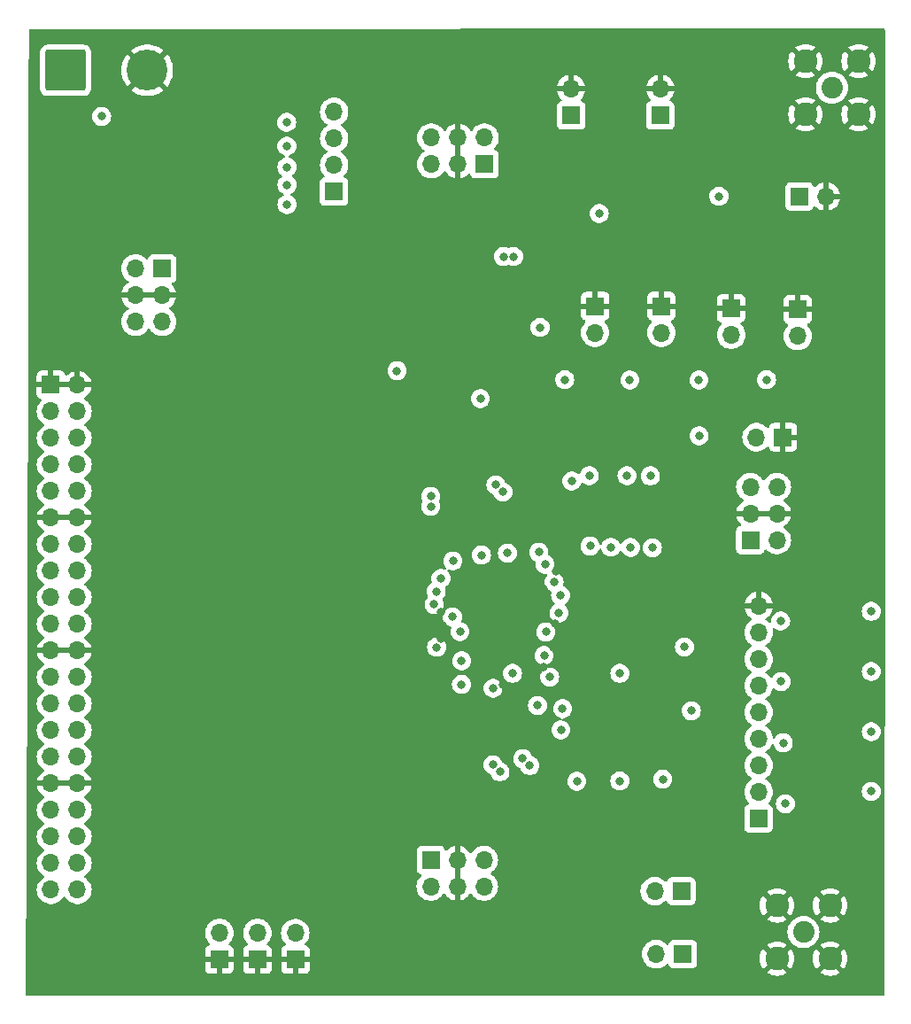
<source format=gbr>
%TF.GenerationSoftware,KiCad,Pcbnew,7.0.6-7.0.6~ubuntu20.04.1*%
%TF.CreationDate,2023-11-11T07:35:52+07:00*%
%TF.ProjectId,qpix,71706978-2e6b-4696-9361-645f70636258,rev?*%
%TF.SameCoordinates,Original*%
%TF.FileFunction,Copper,L2,Inr*%
%TF.FilePolarity,Positive*%
%FSLAX46Y46*%
G04 Gerber Fmt 4.6, Leading zero omitted, Abs format (unit mm)*
G04 Created by KiCad (PCBNEW 7.0.6-7.0.6~ubuntu20.04.1) date 2023-11-11 07:35:52*
%MOMM*%
%LPD*%
G01*
G04 APERTURE LIST*
G04 Aperture macros list*
%AMRoundRect*
0 Rectangle with rounded corners*
0 $1 Rounding radius*
0 $2 $3 $4 $5 $6 $7 $8 $9 X,Y pos of 4 corners*
0 Add a 4 corners polygon primitive as box body*
4,1,4,$2,$3,$4,$5,$6,$7,$8,$9,$2,$3,0*
0 Add four circle primitives for the rounded corners*
1,1,$1+$1,$2,$3*
1,1,$1+$1,$4,$5*
1,1,$1+$1,$6,$7*
1,1,$1+$1,$8,$9*
0 Add four rect primitives between the rounded corners*
20,1,$1+$1,$2,$3,$4,$5,0*
20,1,$1+$1,$4,$5,$6,$7,0*
20,1,$1+$1,$6,$7,$8,$9,0*
20,1,$1+$1,$8,$9,$2,$3,0*%
G04 Aperture macros list end*
%TA.AperFunction,ComponentPad*%
%ADD10R,1.700000X1.700000*%
%TD*%
%TA.AperFunction,ComponentPad*%
%ADD11O,1.700000X1.700000*%
%TD*%
%TA.AperFunction,ComponentPad*%
%ADD12C,2.050000*%
%TD*%
%TA.AperFunction,ComponentPad*%
%ADD13C,2.250000*%
%TD*%
%TA.AperFunction,ComponentPad*%
%ADD14RoundRect,0.250002X-1.699998X-1.699998X1.699998X-1.699998X1.699998X1.699998X-1.699998X1.699998X0*%
%TD*%
%TA.AperFunction,ComponentPad*%
%ADD15C,3.900000*%
%TD*%
%TA.AperFunction,ViaPad*%
%ADD16C,0.800000*%
%TD*%
G04 APERTURE END LIST*
D10*
%TO.N,GND*%
%TO.C,JP3*%
X149895835Y-76150000D03*
D11*
%TO.N,TxRxDisable_0*%
X149895835Y-78690000D03*
%TD*%
D10*
%TO.N,GND*%
%TO.C,JP5*%
X162895835Y-76350000D03*
D11*
%TO.N,TxRxDisable_2*%
X162895835Y-78890000D03*
%TD*%
D10*
%TO.N,dbgTxBusy*%
%TO.C,J2*%
X165520000Y-125120000D03*
D11*
%TO.N,dbgRxError*%
X165520000Y-122580000D03*
%TO.N,dbgRxBusy*%
X165520000Y-120040000D03*
%TO.N,dbgLocFifoFull*%
X165520000Y-117500000D03*
%TO.N,dbgFsmState_2*%
X165520000Y-114960000D03*
%TO.N,dbgFsmState_1*%
X165520000Y-112420000D03*
%TO.N,dbgDsmState_0*%
X165520000Y-109880000D03*
%TO.N,dbgExtFifoFull*%
X165520000Y-107340000D03*
%TO.N,GND*%
X165520000Y-104800000D03*
%TD*%
D12*
%TO.N,Net-(J9-In)*%
%TO.C,J9*%
X169815000Y-135985000D03*
D13*
%TO.N,GND*%
X172355000Y-138525000D03*
X172355000Y-133445000D03*
X167275000Y-138525000D03*
X167275000Y-133445000D03*
%TD*%
D10*
%TO.N,GND*%
%TO.C,JP9*%
X117590000Y-138605000D03*
D11*
%TO.N,EndeavorScale_1*%
X117590000Y-136065000D03*
%TD*%
D10*
%TO.N,GND*%
%TO.C,JP6*%
X169260835Y-76480000D03*
D11*
%TO.N,TxRxDisable_3*%
X169260835Y-79020000D03*
%TD*%
D10*
%TO.N,Net-(J9-In)*%
%TO.C,JP12*%
X158130000Y-132070000D03*
D11*
%TO.N,Net-(JP12-B)*%
X155590000Y-132070000D03*
%TD*%
D10*
%TO.N,/DatinA_P*%
%TO.C,J4*%
X134175000Y-129095000D03*
D11*
%TO.N,/DatinA_N*%
X134175000Y-131635000D03*
%TO.N,GND*%
X136715000Y-129095000D03*
X136715000Y-131635000D03*
%TO.N,/DatoutA_P*%
X139255000Y-129095000D03*
%TO.N,/DatoutA_N*%
X139255000Y-131635000D03*
%TD*%
D12*
%TO.N,Net-(J7-In)*%
%TO.C,J7*%
X172540000Y-55280000D03*
D13*
%TO.N,GND*%
X170000000Y-52740000D03*
X170000000Y-57820000D03*
X175080000Y-52740000D03*
X175080000Y-57820000D03*
%TD*%
D10*
%TO.N,/Sin*%
%TO.C,J5*%
X124930000Y-65200000D03*
D11*
%TO.N,/SCLK*%
X124930000Y-62660000D03*
%TO.N,/PCLK*%
X124930000Y-60120000D03*
%TO.N,/SR_reset*%
X124930000Y-57580000D03*
%TD*%
D10*
%TO.N,Net-(J9-In)*%
%TO.C,JP2*%
X158280000Y-138090000D03*
D11*
%TO.N,Net-(JP2-B)*%
X155740000Y-138090000D03*
%TD*%
D10*
%TO.N,/DatainD_P*%
%TO.C,J3*%
X139315000Y-62585000D03*
D11*
%TO.N,/DatainD_N*%
X139315000Y-60045000D03*
%TO.N,GND*%
X136775000Y-62585000D03*
X136775000Y-60045000D03*
%TO.N,/DataoutD_P*%
X134235000Y-62585000D03*
%TO.N,/DataoutD_N*%
X134235000Y-60045000D03*
%TD*%
D10*
%TO.N,GND*%
%TO.C,JP7*%
X167856750Y-88680000D03*
D11*
%TO.N,disableDbgOut*%
X165316750Y-88680000D03*
%TD*%
D10*
%TO.N,Net-(J13-Pin_1)*%
%TO.C,J13*%
X147600000Y-57920000D03*
D11*
%TO.N,GND*%
X147600000Y-55380000D03*
%TD*%
D10*
%TO.N,GND*%
%TO.C,JP10*%
X113950000Y-138604000D03*
D11*
%TO.N,EndeavorScale_2*%
X113950000Y-136064000D03*
%TD*%
D10*
%TO.N,Net-(J10-Pin_1)*%
%TO.C,J10*%
X156120000Y-57920000D03*
D11*
%TO.N,GND*%
X156120000Y-55380000D03*
%TD*%
D10*
%TO.N,GND*%
%TO.C,J1*%
X97845000Y-83680000D03*
D11*
X100385000Y-83680000D03*
%TO.N,Reset15_P*%
X97845000Y-86220000D03*
%TO.N,Reset15_N*%
X100385000Y-86220000D03*
%TO.N,Reset14_P*%
X97845000Y-88760000D03*
%TO.N,Reset14_N*%
X100385000Y-88760000D03*
%TO.N,Reset13_P*%
X97845000Y-91300000D03*
%TO.N,Reset13_N*%
X100385000Y-91300000D03*
%TO.N,Reset12_P*%
X97845000Y-93840000D03*
%TO.N,Reset12_N*%
X100385000Y-93840000D03*
%TO.N,GND*%
X97845000Y-96380000D03*
X100385000Y-96380000D03*
%TO.N,Reset11_P*%
X97845000Y-98920000D03*
%TO.N,Reset11_N*%
X100385000Y-98920000D03*
%TO.N,Reset10_P*%
X97845000Y-101460000D03*
%TO.N,Reset10_N*%
X100385000Y-101460000D03*
%TO.N,Reset9_P*%
X97845000Y-104000000D03*
%TO.N,Reset9_N*%
X100385000Y-104000000D03*
%TO.N,Reset8_P*%
X97845000Y-106540000D03*
%TO.N,Reset8_N*%
X100385000Y-106540000D03*
%TO.N,GND*%
X97845000Y-109080000D03*
X100385000Y-109080000D03*
%TO.N,Reset7_P*%
X97845000Y-111620000D03*
%TO.N,Reset7_N*%
X100385000Y-111620000D03*
%TO.N,Reset6_P*%
X97845000Y-114160000D03*
%TO.N,Reset6_N*%
X100385000Y-114160000D03*
%TO.N,Reset5_P*%
X97845000Y-116700000D03*
%TO.N,Reset5_N*%
X100385000Y-116700000D03*
%TO.N,Reset4_P*%
X97845000Y-119240000D03*
%TO.N,Reset4_N*%
X100385000Y-119240000D03*
%TO.N,GND*%
X97845000Y-121780000D03*
X100385000Y-121780000D03*
%TO.N,Reset3_P*%
X97845000Y-124320000D03*
%TO.N,Reset3_N*%
X100385000Y-124320000D03*
%TO.N,Reset2_P*%
X97845000Y-126860000D03*
%TO.N,Reset2_N*%
X100385000Y-126860000D03*
%TO.N,Reset1_P*%
X97845000Y-129400000D03*
%TO.N,Reset1_N*%
X100385000Y-129400000D03*
%TO.N,Reset0_P*%
X97845000Y-131940000D03*
%TO.N,Reset0_N*%
X100385000Y-131940000D03*
%TD*%
D10*
%TO.N,/DatainC_P*%
%TO.C,J8*%
X164735000Y-98515000D03*
D11*
%TO.N,/DatainC_N*%
X167275000Y-98515000D03*
%TO.N,GND*%
X164735000Y-95975000D03*
X167275000Y-95975000D03*
%TO.N,/DataoutC_P*%
X164735000Y-93435000D03*
%TO.N,/DataoutC_N*%
X167275000Y-93435000D03*
%TD*%
D10*
%TO.N,GND*%
%TO.C,JP4*%
X156230000Y-76150000D03*
D11*
%TO.N,TxRxDisable_1*%
X156230000Y-78690000D03*
%TD*%
D14*
%TO.N,Net-(J11-In)*%
%TO.C,J11*%
X99260000Y-53620000D03*
D15*
%TO.N,GND*%
X107060000Y-53620000D03*
%TD*%
D10*
%TO.N,/DatinB_P*%
%TO.C,J6*%
X108485000Y-72565000D03*
D11*
%TO.N,/DatinB_N*%
X105945000Y-72565000D03*
%TO.N,GND*%
X108485000Y-75105000D03*
X105945000Y-75105000D03*
%TO.N,/DatoutB_P*%
X108485000Y-77645000D03*
%TO.N,/DatoutB_N*%
X105945000Y-77645000D03*
%TD*%
D10*
%TO.N,GND*%
%TO.C,JP8*%
X121220000Y-138615000D03*
D11*
%TO.N,EndeavorScale_0*%
X121220000Y-136075000D03*
%TD*%
D10*
%TO.N,/clkmux/SEL_AB*%
%TO.C,JP1*%
X169425000Y-65680000D03*
D11*
%TO.N,GND*%
X171965000Y-65680000D03*
%TD*%
D16*
%TO.N,disableDbgOut*%
X152250000Y-111260000D03*
%TO.N,dbgRxValid*%
X159090000Y-114820000D03*
X167670000Y-112040000D03*
%TO.N,dbgInterr*%
X158429000Y-108728000D03*
X167630000Y-106240000D03*
%TO.N,dbgDataValid*%
X167880000Y-117890000D03*
X146780000Y-114620000D03*
%TO.N,dbgClkDiv*%
X146620000Y-116660000D03*
X168090000Y-123720000D03*
%TO.N,VDD*%
X159818335Y-83215000D03*
X144510000Y-99680000D03*
X120420000Y-62870000D03*
X135140000Y-102190000D03*
X120420000Y-64560000D03*
X145010000Y-109560000D03*
X145960000Y-102520000D03*
X136244901Y-105849920D03*
X134500000Y-104670000D03*
X146590000Y-103800000D03*
X141510000Y-99760000D03*
X137120000Y-110070000D03*
X145550000Y-111610000D03*
X140130000Y-112670000D03*
X144380000Y-114330000D03*
X136970000Y-107260000D03*
X134690000Y-103420000D03*
X136290000Y-100510000D03*
X141990000Y-111260000D03*
X120410000Y-60870000D03*
X161730000Y-65670000D03*
X166288335Y-83195000D03*
X139020000Y-99940000D03*
X137110000Y-112320000D03*
X146430000Y-105480000D03*
X145090000Y-100810000D03*
X146985835Y-83185000D03*
X120390000Y-58590000D03*
X134730000Y-108760000D03*
X145180000Y-107290000D03*
X153205835Y-83225000D03*
X120420000Y-66440000D03*
X159838250Y-88560000D03*
%TO.N,TxRxDisable_3*%
X155370000Y-99250000D03*
X155180000Y-92380000D03*
%TO.N,TxRxDisable_2*%
X153280000Y-99210000D03*
X152940000Y-92350000D03*
%TO.N,TxRxDisable_1*%
X149340000Y-92370000D03*
X151390000Y-99200000D03*
%TO.N,TxRxDisable_0*%
X149410000Y-99090000D03*
X147650000Y-92860000D03*
%TO.N,Net-(J13-Pin_1)*%
X130940000Y-82330000D03*
%TO.N,Net-(J10-Pin_1)*%
X144620000Y-78190000D03*
X138920000Y-84990000D03*
%TO.N,GND*%
X103170000Y-86440000D03*
X162320000Y-122670000D03*
X103450000Y-124470000D03*
X125890000Y-71530000D03*
X146110000Y-101500000D03*
X148455000Y-131205000D03*
X174885000Y-65680000D03*
X103170000Y-91390000D03*
X169261833Y-120754500D03*
X108140000Y-61290000D03*
X103260000Y-96350000D03*
X136500000Y-108630000D03*
X103170000Y-88840000D03*
X103450000Y-116890000D03*
X146050000Y-106500000D03*
X141090000Y-112320000D03*
X140100000Y-99070000D03*
X169341833Y-126530000D03*
X136100000Y-104370000D03*
X103450000Y-111770000D03*
X135930000Y-110960000D03*
X121970000Y-114510000D03*
X144950000Y-110630000D03*
X136190000Y-103260000D03*
X145930000Y-108780000D03*
X135150000Y-107920000D03*
X144130000Y-112270000D03*
X121970000Y-118910000D03*
X144950000Y-103190000D03*
X145420000Y-104320000D03*
X103450000Y-129570000D03*
X143680000Y-94770000D03*
X117180000Y-60350000D03*
X136720000Y-101700000D03*
X148360000Y-137570000D03*
X146780000Y-99120000D03*
X142670000Y-112390000D03*
X135113385Y-105418125D03*
X121960000Y-105890000D03*
X103450000Y-127110000D03*
X103300000Y-101790000D03*
X142970000Y-99000000D03*
X122020000Y-110280000D03*
X169261833Y-109029001D03*
X138390000Y-112010000D03*
X103300000Y-99260000D03*
X103300000Y-104260000D03*
X135300000Y-106640000D03*
X103450000Y-114210000D03*
X169251833Y-114904500D03*
X121350000Y-97210000D03*
X120230000Y-92780000D03*
X121790000Y-101540000D03*
X150603000Y-105000000D03*
X164790000Y-59780000D03*
X128613500Y-111355000D03*
X141650000Y-116830000D03*
X150695000Y-101406000D03*
X150645000Y-107834000D03*
X138356000Y-116539000D03*
X128650000Y-100680000D03*
X135240000Y-90270000D03*
X130580000Y-93260000D03*
X170086750Y-88720000D03*
X135050000Y-116718000D03*
X150755000Y-111264000D03*
X128633500Y-104775000D03*
X135720000Y-95272000D03*
X145153000Y-95631000D03*
X162300000Y-59900000D03*
X138666000Y-95533000D03*
X145030000Y-116830000D03*
X135250000Y-86730000D03*
X128583500Y-107965000D03*
X141964000Y-95466000D03*
%TO.N,EndeavorScale_2*%
X148140000Y-121580000D03*
%TO.N,EndeavorScale_1*%
X152250000Y-121540000D03*
%TO.N,EndeavorScale_0*%
X156350000Y-121370000D03*
%TO.N,CLKOUTP*%
X141067157Y-93907993D03*
%TO.N,CLKOUTN*%
X140395405Y-93236241D03*
%TO.N,CLKDIGIINP*%
X134170000Y-94345000D03*
%TO.N,CLKDIGIINN*%
X134170000Y-95295000D03*
%TO.N,/clkmux/SEL_AB*%
X150280000Y-67290000D03*
%TO.N,/DatoutB_P*%
X143635876Y-120065876D03*
%TO.N,/DatoutB_N*%
X142964124Y-119394124D03*
%TO.N,/DatinB_P*%
X140114124Y-119984124D03*
%TO.N,/DatinB_N*%
X140785876Y-120655876D03*
%TO.N,/DataoutD_P*%
X142085000Y-71417370D03*
%TO.N,/DataoutD_N*%
X141135000Y-71417370D03*
%TO.N,+5V*%
X176301833Y-111080000D03*
X176301833Y-105330000D03*
X176296833Y-122540000D03*
X102690000Y-58020000D03*
X176301833Y-116820000D03*
%TD*%
%TA.AperFunction,Conductor*%
%TO.N,GND*%
G36*
X99925507Y-121570156D02*
G01*
X99885000Y-121708111D01*
X99885000Y-121851889D01*
X99925507Y-121989844D01*
X99953884Y-122034000D01*
X98276116Y-122034000D01*
X98304493Y-121989844D01*
X98345000Y-121851889D01*
X98345000Y-121708111D01*
X98304493Y-121570156D01*
X98276116Y-121526000D01*
X99953884Y-121526000D01*
X99925507Y-121570156D01*
G37*
%TD.AperFunction*%
%TA.AperFunction,Conductor*%
G36*
X99925507Y-108870156D02*
G01*
X99885000Y-109008111D01*
X99885000Y-109151889D01*
X99925507Y-109289844D01*
X99953884Y-109334000D01*
X98276116Y-109334000D01*
X98304493Y-109289844D01*
X98345000Y-109151889D01*
X98345000Y-109008111D01*
X98304493Y-108870156D01*
X98276116Y-108826000D01*
X99953884Y-108826000D01*
X99925507Y-108870156D01*
G37*
%TD.AperFunction*%
%TA.AperFunction,Conductor*%
G36*
X99925507Y-96170156D02*
G01*
X99885000Y-96308111D01*
X99885000Y-96451889D01*
X99925507Y-96589844D01*
X99953884Y-96634000D01*
X98276116Y-96634000D01*
X98304493Y-96589844D01*
X98345000Y-96451889D01*
X98345000Y-96308111D01*
X98304493Y-96170156D01*
X98276116Y-96126000D01*
X99953884Y-96126000D01*
X99925507Y-96170156D01*
G37*
%TD.AperFunction*%
%TA.AperFunction,Conductor*%
G36*
X99925507Y-83470156D02*
G01*
X99885000Y-83608111D01*
X99885000Y-83751889D01*
X99925507Y-83889844D01*
X99953884Y-83934000D01*
X98276116Y-83934000D01*
X98304493Y-83889844D01*
X98345000Y-83751889D01*
X98345000Y-83608111D01*
X98304493Y-83470156D01*
X98276116Y-83426000D01*
X99953884Y-83426000D01*
X99925507Y-83470156D01*
G37*
%TD.AperFunction*%
%TA.AperFunction,Conductor*%
G36*
X136969000Y-131201325D02*
G01*
X136857315Y-131150320D01*
X136750763Y-131135000D01*
X136679237Y-131135000D01*
X136572685Y-131150320D01*
X136461000Y-131201325D01*
X136461000Y-129528674D01*
X136572685Y-129579680D01*
X136679237Y-129595000D01*
X136750763Y-129595000D01*
X136857315Y-129579680D01*
X136969000Y-129528674D01*
X136969000Y-131201325D01*
G37*
%TD.AperFunction*%
%TA.AperFunction,Conductor*%
G36*
X166815507Y-95765156D02*
G01*
X166775000Y-95903111D01*
X166775000Y-96046889D01*
X166815507Y-96184844D01*
X166843884Y-96229000D01*
X165166116Y-96229000D01*
X165194493Y-96184844D01*
X165235000Y-96046889D01*
X165235000Y-95903111D01*
X165194493Y-95765156D01*
X165166116Y-95721000D01*
X166843884Y-95721000D01*
X166815507Y-95765156D01*
G37*
%TD.AperFunction*%
%TA.AperFunction,Conductor*%
G36*
X108025507Y-74895156D02*
G01*
X107985000Y-75033111D01*
X107985000Y-75176889D01*
X108025507Y-75314844D01*
X108053884Y-75359000D01*
X106376116Y-75359000D01*
X106404493Y-75314844D01*
X106445000Y-75176889D01*
X106445000Y-75033111D01*
X106404493Y-74895156D01*
X106376116Y-74851000D01*
X108053884Y-74851000D01*
X108025507Y-74895156D01*
G37*
%TD.AperFunction*%
%TA.AperFunction,Conductor*%
G36*
X137029000Y-62151325D02*
G01*
X136917315Y-62100320D01*
X136810763Y-62085000D01*
X136739237Y-62085000D01*
X136632685Y-62100320D01*
X136521000Y-62151325D01*
X136521000Y-60478674D01*
X136632685Y-60529680D01*
X136739237Y-60545000D01*
X136810763Y-60545000D01*
X136917315Y-60529680D01*
X137029000Y-60478674D01*
X137029000Y-62151325D01*
G37*
%TD.AperFunction*%
%TA.AperFunction,Conductor*%
G36*
X177551519Y-49640658D02*
G01*
X177598045Y-49694285D01*
X177609463Y-49746711D01*
X177604814Y-92906941D01*
X177599725Y-140163049D01*
X177599536Y-141913514D01*
X177579527Y-141981632D01*
X177525866Y-142028119D01*
X177473536Y-142039500D01*
X95577486Y-142039500D01*
X95509365Y-142019498D01*
X95462872Y-141965842D01*
X95451487Y-141913120D01*
X95456770Y-140163049D01*
X95469142Y-136064000D01*
X112586844Y-136064000D01*
X112605437Y-136288375D01*
X112660702Y-136506612D01*
X112660703Y-136506613D01*
X112660704Y-136506616D01*
X112665528Y-136517613D01*
X112751141Y-136712793D01*
X112874275Y-136901265D01*
X112874279Y-136901270D01*
X113017841Y-137057217D01*
X113049262Y-137120882D01*
X113041276Y-137191428D01*
X112996417Y-137246457D01*
X112969173Y-137260610D01*
X112854039Y-137303553D01*
X112854034Y-137303555D01*
X112737095Y-137391095D01*
X112649555Y-137508034D01*
X112649555Y-137508035D01*
X112598505Y-137644906D01*
X112592000Y-137705402D01*
X112592000Y-138350000D01*
X113518884Y-138350000D01*
X113490507Y-138394156D01*
X113450000Y-138532111D01*
X113450000Y-138675889D01*
X113490507Y-138813844D01*
X113518884Y-138858000D01*
X112592000Y-138858000D01*
X112592000Y-139502597D01*
X112598505Y-139563093D01*
X112649555Y-139699964D01*
X112649555Y-139699965D01*
X112737095Y-139816904D01*
X112854034Y-139904444D01*
X112990906Y-139955494D01*
X113051402Y-139961999D01*
X113051415Y-139962000D01*
X113696000Y-139962000D01*
X113696000Y-139037674D01*
X113807685Y-139088680D01*
X113914237Y-139104000D01*
X113985763Y-139104000D01*
X114092315Y-139088680D01*
X114204000Y-139037674D01*
X114204000Y-139962000D01*
X114848585Y-139962000D01*
X114848597Y-139961999D01*
X114909093Y-139955494D01*
X115045964Y-139904444D01*
X115045965Y-139904444D01*
X115162904Y-139816904D01*
X115250444Y-139699965D01*
X115250444Y-139699964D01*
X115301494Y-139563093D01*
X115307999Y-139502597D01*
X115308000Y-139502585D01*
X115308000Y-138858000D01*
X114381116Y-138858000D01*
X114409493Y-138813844D01*
X114450000Y-138675889D01*
X114450000Y-138532111D01*
X114409493Y-138394156D01*
X114381116Y-138350000D01*
X115308000Y-138350000D01*
X115308000Y-137705414D01*
X115307999Y-137705402D01*
X115301494Y-137644906D01*
X115250444Y-137508035D01*
X115250444Y-137508034D01*
X115162904Y-137391095D01*
X115045966Y-137303556D01*
X114930826Y-137260611D01*
X114873991Y-137218064D01*
X114849180Y-137151543D01*
X114864272Y-137082169D01*
X114882154Y-137057222D01*
X115025722Y-136901268D01*
X115148860Y-136712791D01*
X115239296Y-136506616D01*
X115294564Y-136288368D01*
X115313073Y-136065000D01*
X116226844Y-136065000D01*
X116245353Y-136288368D01*
X116245437Y-136289375D01*
X116300702Y-136507612D01*
X116300703Y-136507613D01*
X116300704Y-136507616D01*
X116377785Y-136683345D01*
X116391141Y-136713793D01*
X116514275Y-136902265D01*
X116514279Y-136902270D01*
X116657841Y-137058217D01*
X116689262Y-137121882D01*
X116681276Y-137192428D01*
X116636417Y-137247457D01*
X116609173Y-137261610D01*
X116494039Y-137304553D01*
X116494034Y-137304555D01*
X116377095Y-137392095D01*
X116289555Y-137509034D01*
X116289555Y-137509035D01*
X116238505Y-137645906D01*
X116232000Y-137706402D01*
X116232000Y-138351000D01*
X117158884Y-138351000D01*
X117130507Y-138395156D01*
X117090000Y-138533111D01*
X117090000Y-138676889D01*
X117130507Y-138814844D01*
X117158884Y-138859000D01*
X116232000Y-138859000D01*
X116232000Y-139503597D01*
X116238505Y-139564093D01*
X116289555Y-139700964D01*
X116289555Y-139700965D01*
X116377095Y-139817904D01*
X116494034Y-139905444D01*
X116630906Y-139956494D01*
X116691402Y-139962999D01*
X116691415Y-139963000D01*
X117336000Y-139963000D01*
X117336000Y-139038674D01*
X117447685Y-139089680D01*
X117554237Y-139105000D01*
X117625763Y-139105000D01*
X117732315Y-139089680D01*
X117844000Y-139038674D01*
X117844000Y-139963000D01*
X118488585Y-139963000D01*
X118488597Y-139962999D01*
X118549093Y-139956494D01*
X118685964Y-139905444D01*
X118685965Y-139905444D01*
X118802904Y-139817904D01*
X118890444Y-139700965D01*
X118890444Y-139700964D01*
X118941494Y-139564093D01*
X118947999Y-139503597D01*
X118948000Y-139503585D01*
X118948000Y-138859000D01*
X118021116Y-138859000D01*
X118049493Y-138814844D01*
X118090000Y-138676889D01*
X118090000Y-138533111D01*
X118049493Y-138395156D01*
X118021116Y-138351000D01*
X118948000Y-138351000D01*
X118948000Y-137706414D01*
X118947999Y-137706402D01*
X118941494Y-137645906D01*
X118890444Y-137509035D01*
X118890444Y-137509034D01*
X118802904Y-137392095D01*
X118685966Y-137304556D01*
X118570826Y-137261611D01*
X118513991Y-137219064D01*
X118489180Y-137152543D01*
X118504272Y-137083169D01*
X118522154Y-137058222D01*
X118665722Y-136902268D01*
X118788860Y-136713791D01*
X118879296Y-136507616D01*
X118934564Y-136289368D01*
X118952327Y-136075000D01*
X119856844Y-136075000D01*
X119874607Y-136289368D01*
X119875437Y-136299375D01*
X119930702Y-136517612D01*
X119930703Y-136517613D01*
X120021141Y-136723793D01*
X120144275Y-136912265D01*
X120144279Y-136912270D01*
X120219331Y-136993797D01*
X120287554Y-137067906D01*
X120287841Y-137068217D01*
X120319262Y-137131882D01*
X120311276Y-137202428D01*
X120266417Y-137257457D01*
X120239173Y-137271610D01*
X120124039Y-137314553D01*
X120124034Y-137314555D01*
X120007095Y-137402095D01*
X119919555Y-137519034D01*
X119919555Y-137519035D01*
X119868505Y-137655906D01*
X119862000Y-137716402D01*
X119862000Y-138361000D01*
X120788884Y-138361000D01*
X120760507Y-138405156D01*
X120720000Y-138543111D01*
X120720000Y-138686889D01*
X120760507Y-138824844D01*
X120788884Y-138869000D01*
X119862000Y-138869000D01*
X119862000Y-139513597D01*
X119868505Y-139574093D01*
X119919555Y-139710964D01*
X119919555Y-139710965D01*
X120007095Y-139827904D01*
X120124034Y-139915444D01*
X120260906Y-139966494D01*
X120321402Y-139972999D01*
X120321415Y-139973000D01*
X120966000Y-139973000D01*
X120966000Y-139048674D01*
X121077685Y-139099680D01*
X121184237Y-139115000D01*
X121255763Y-139115000D01*
X121362315Y-139099680D01*
X121474000Y-139048674D01*
X121474000Y-139973000D01*
X122118585Y-139973000D01*
X122118597Y-139972999D01*
X122179093Y-139966494D01*
X122315964Y-139915444D01*
X122315965Y-139915444D01*
X122432904Y-139827904D01*
X122520444Y-139710965D01*
X122520444Y-139710964D01*
X122571494Y-139574093D01*
X122577999Y-139513597D01*
X122578000Y-139513585D01*
X122578000Y-138869000D01*
X121651116Y-138869000D01*
X121679493Y-138824844D01*
X121720000Y-138686889D01*
X121720000Y-138543111D01*
X121679493Y-138405156D01*
X121651116Y-138361000D01*
X122578000Y-138361000D01*
X122578000Y-138090000D01*
X154376844Y-138090000D01*
X154392936Y-138284202D01*
X154395437Y-138314375D01*
X154450702Y-138532612D01*
X154450703Y-138532613D01*
X154450704Y-138532616D01*
X154518374Y-138686889D01*
X154541141Y-138738793D01*
X154664275Y-138927265D01*
X154664279Y-138927270D01*
X154816762Y-139092908D01*
X154825463Y-139099680D01*
X154994424Y-139231189D01*
X155192426Y-139338342D01*
X155192427Y-139338342D01*
X155192428Y-139338343D01*
X155299207Y-139375000D01*
X155405365Y-139411444D01*
X155627431Y-139448500D01*
X155627435Y-139448500D01*
X155852565Y-139448500D01*
X155852569Y-139448500D01*
X156074635Y-139411444D01*
X156287574Y-139338342D01*
X156485576Y-139231189D01*
X156663240Y-139092906D01*
X156724245Y-139026637D01*
X156785096Y-138990067D01*
X156856061Y-138992200D01*
X156914606Y-139032362D01*
X156935000Y-139067941D01*
X156979111Y-139186204D01*
X156979112Y-139186207D01*
X157066738Y-139303261D01*
X157183792Y-139390887D01*
X157183794Y-139390888D01*
X157183796Y-139390889D01*
X157238900Y-139411442D01*
X157320795Y-139441988D01*
X157320803Y-139441990D01*
X157381350Y-139448499D01*
X157381355Y-139448499D01*
X157381362Y-139448500D01*
X157381368Y-139448500D01*
X159178632Y-139448500D01*
X159178638Y-139448500D01*
X159178645Y-139448499D01*
X159178649Y-139448499D01*
X159239196Y-139441990D01*
X159239199Y-139441989D01*
X159239201Y-139441989D01*
X159376204Y-139390889D01*
X159417438Y-139360022D01*
X159493261Y-139303261D01*
X159580887Y-139186207D01*
X159580887Y-139186206D01*
X159580889Y-139186204D01*
X159631989Y-139049201D01*
X159632984Y-139039952D01*
X159638499Y-138988649D01*
X159638500Y-138988632D01*
X159638500Y-138524999D01*
X165636950Y-138524999D01*
X165657117Y-138781246D01*
X165717121Y-139031183D01*
X165815486Y-139268657D01*
X165949791Y-139487824D01*
X165951253Y-139489536D01*
X166521806Y-138918982D01*
X166567316Y-139004822D01*
X166687009Y-139145735D01*
X166834195Y-139257623D01*
X166880268Y-139278939D01*
X166310462Y-139848745D01*
X166310462Y-139848746D01*
X166312174Y-139850207D01*
X166531342Y-139984513D01*
X166768816Y-140082878D01*
X167018753Y-140142882D01*
X167274999Y-140163049D01*
X167531246Y-140142882D01*
X167781183Y-140082878D01*
X168018657Y-139984513D01*
X168237825Y-139850207D01*
X168239535Y-139848746D01*
X168239536Y-139848745D01*
X167670077Y-139279286D01*
X167792431Y-139205669D01*
X167926658Y-139078523D01*
X168030413Y-138925495D01*
X168031635Y-138922426D01*
X168598745Y-139489536D01*
X168598746Y-139489535D01*
X168600207Y-139487825D01*
X168734513Y-139268657D01*
X168832878Y-139031183D01*
X168892882Y-138781246D01*
X168913049Y-138524999D01*
X170716950Y-138524999D01*
X170737117Y-138781246D01*
X170797121Y-139031183D01*
X170895486Y-139268657D01*
X171029791Y-139487824D01*
X171031253Y-139489536D01*
X171601806Y-138918982D01*
X171647316Y-139004822D01*
X171767009Y-139145735D01*
X171914195Y-139257623D01*
X171960268Y-139278939D01*
X171390462Y-139848745D01*
X171390462Y-139848746D01*
X171392174Y-139850207D01*
X171611342Y-139984513D01*
X171848816Y-140082878D01*
X172098753Y-140142882D01*
X172355000Y-140163049D01*
X172611246Y-140142882D01*
X172861183Y-140082878D01*
X173098657Y-139984513D01*
X173317825Y-139850207D01*
X173319535Y-139848746D01*
X173319536Y-139848745D01*
X172750077Y-139279286D01*
X172872431Y-139205669D01*
X173006658Y-139078523D01*
X173110413Y-138925495D01*
X173111635Y-138922426D01*
X173678745Y-139489536D01*
X173678746Y-139489535D01*
X173680207Y-139487825D01*
X173814513Y-139268657D01*
X173912878Y-139031183D01*
X173972882Y-138781246D01*
X173993049Y-138524999D01*
X173972882Y-138268753D01*
X173912878Y-138018816D01*
X173814513Y-137781342D01*
X173680207Y-137562174D01*
X173678745Y-137560462D01*
X173108192Y-138131015D01*
X173062684Y-138045178D01*
X172942991Y-137904265D01*
X172795805Y-137792377D01*
X172749729Y-137771060D01*
X173319536Y-137201253D01*
X173317824Y-137199791D01*
X173098657Y-137065486D01*
X172861183Y-136967121D01*
X172611246Y-136907117D01*
X172354999Y-136886950D01*
X172098753Y-136907117D01*
X171848816Y-136967121D01*
X171611342Y-137065486D01*
X171392177Y-137199790D01*
X171392174Y-137199793D01*
X171390462Y-137201253D01*
X171959922Y-137770713D01*
X171837569Y-137844331D01*
X171703342Y-137971477D01*
X171599587Y-138124505D01*
X171598364Y-138127573D01*
X171031253Y-137560462D01*
X171029793Y-137562174D01*
X171029790Y-137562177D01*
X170895486Y-137781342D01*
X170797121Y-138018816D01*
X170737117Y-138268753D01*
X170716950Y-138524999D01*
X168913049Y-138524999D01*
X168892882Y-138268753D01*
X168832878Y-138018816D01*
X168734513Y-137781342D01*
X168600207Y-137562174D01*
X168598745Y-137560462D01*
X168028192Y-138131015D01*
X167982684Y-138045178D01*
X167862991Y-137904265D01*
X167715805Y-137792377D01*
X167669729Y-137771060D01*
X168239536Y-137201253D01*
X168237824Y-137199791D01*
X168018657Y-137065486D01*
X167781183Y-136967121D01*
X167531246Y-136907117D01*
X167275000Y-136886950D01*
X167018753Y-136907117D01*
X166768816Y-136967121D01*
X166531342Y-137065486D01*
X166312177Y-137199790D01*
X166312174Y-137199793D01*
X166310462Y-137201253D01*
X166879922Y-137770713D01*
X166757569Y-137844331D01*
X166623342Y-137971477D01*
X166519587Y-138124505D01*
X166518364Y-138127573D01*
X165951253Y-137560462D01*
X165949793Y-137562174D01*
X165949790Y-137562177D01*
X165815486Y-137781342D01*
X165717121Y-138018816D01*
X165657117Y-138268753D01*
X165636950Y-138524999D01*
X159638500Y-138524999D01*
X159638500Y-137191367D01*
X159638499Y-137191350D01*
X159631990Y-137130803D01*
X159631988Y-137130795D01*
X159580889Y-136993797D01*
X159580887Y-136993792D01*
X159493261Y-136876738D01*
X159376207Y-136789112D01*
X159376202Y-136789110D01*
X159239204Y-136738011D01*
X159239196Y-136738009D01*
X159178649Y-136731500D01*
X159178638Y-136731500D01*
X157381362Y-136731500D01*
X157381350Y-136731500D01*
X157320803Y-136738009D01*
X157320795Y-136738011D01*
X157183797Y-136789110D01*
X157183792Y-136789112D01*
X157066738Y-136876738D01*
X156979112Y-136993792D01*
X156979111Y-136993795D01*
X156935000Y-137112058D01*
X156892453Y-137168893D01*
X156825932Y-137193703D01*
X156756558Y-137178611D01*
X156724246Y-137153363D01*
X156663240Y-137087094D01*
X156663239Y-137087093D01*
X156663237Y-137087091D01*
X156543372Y-136993796D01*
X156485576Y-136948811D01*
X156287574Y-136841658D01*
X156287572Y-136841657D01*
X156287571Y-136841656D01*
X156074639Y-136768557D01*
X156074630Y-136768555D01*
X156030476Y-136761187D01*
X155852569Y-136731500D01*
X155627431Y-136731500D01*
X155479210Y-136756233D01*
X155405369Y-136768555D01*
X155405360Y-136768557D01*
X155192428Y-136841656D01*
X155192426Y-136841658D01*
X155080425Y-136902270D01*
X154994426Y-136948810D01*
X154994424Y-136948811D01*
X154816762Y-137087091D01*
X154664279Y-137252729D01*
X154664275Y-137252734D01*
X154541141Y-137441206D01*
X154450703Y-137647386D01*
X154450702Y-137647387D01*
X154395437Y-137865624D01*
X154395436Y-137865630D01*
X154395436Y-137865632D01*
X154376844Y-138090000D01*
X122578000Y-138090000D01*
X122578000Y-137716414D01*
X122577999Y-137716402D01*
X122571494Y-137655906D01*
X122520444Y-137519035D01*
X122520444Y-137519034D01*
X122432904Y-137402095D01*
X122315966Y-137314556D01*
X122200826Y-137271611D01*
X122143991Y-137229064D01*
X122119180Y-137162543D01*
X122134272Y-137093169D01*
X122152154Y-137068222D01*
X122295722Y-136912268D01*
X122418860Y-136723791D01*
X122509296Y-136517616D01*
X122564564Y-136299368D01*
X122583156Y-136075000D01*
X122575698Y-135985000D01*
X168276758Y-135985000D01*
X168295696Y-136225633D01*
X168352044Y-136460341D01*
X168375767Y-136517612D01*
X168444416Y-136683347D01*
X168570536Y-136889156D01*
X168727299Y-137072701D01*
X168910844Y-137229464D01*
X169116653Y-137355584D01*
X169339657Y-137447955D01*
X169574366Y-137504304D01*
X169815000Y-137523242D01*
X170055634Y-137504304D01*
X170290343Y-137447955D01*
X170513347Y-137355584D01*
X170719156Y-137229464D01*
X170902701Y-137072701D01*
X171059464Y-136889156D01*
X171185584Y-136683347D01*
X171277955Y-136460343D01*
X171334304Y-136225634D01*
X171353242Y-135985000D01*
X171334304Y-135744366D01*
X171277955Y-135509657D01*
X171185584Y-135286653D01*
X171059464Y-135080844D01*
X170902701Y-134897299D01*
X170719156Y-134740536D01*
X170513347Y-134614416D01*
X170290343Y-134522045D01*
X170290341Y-134522044D01*
X170129783Y-134483497D01*
X170055634Y-134465696D01*
X169815000Y-134446758D01*
X169814999Y-134446758D01*
X169574366Y-134465696D01*
X169339658Y-134522044D01*
X169116654Y-134614415D01*
X168910845Y-134740535D01*
X168727299Y-134897299D01*
X168570535Y-135080845D01*
X168444415Y-135286654D01*
X168352044Y-135509658D01*
X168295696Y-135744366D01*
X168276758Y-135985000D01*
X122575698Y-135985000D01*
X122564564Y-135850632D01*
X122509296Y-135632384D01*
X122418860Y-135426209D01*
X122411671Y-135415206D01*
X122295724Y-135237734D01*
X122295720Y-135237729D01*
X122143237Y-135072091D01*
X122054312Y-135002878D01*
X121965576Y-134933811D01*
X121767574Y-134826658D01*
X121767572Y-134826657D01*
X121767571Y-134826656D01*
X121554639Y-134753557D01*
X121554630Y-134753555D01*
X121488709Y-134742555D01*
X121332569Y-134716500D01*
X121107431Y-134716500D01*
X120963396Y-134740535D01*
X120885369Y-134753555D01*
X120885360Y-134753557D01*
X120672428Y-134826656D01*
X120672426Y-134826658D01*
X120492903Y-134923811D01*
X120474426Y-134933810D01*
X120474424Y-134933811D01*
X120296762Y-135072091D01*
X120144279Y-135237729D01*
X120144275Y-135237734D01*
X120021141Y-135426206D01*
X119930703Y-135632386D01*
X119930702Y-135632387D01*
X119875437Y-135850624D01*
X119857756Y-136064000D01*
X119856844Y-136075000D01*
X118952327Y-136075000D01*
X118953156Y-136065000D01*
X118934564Y-135840632D01*
X118881829Y-135632386D01*
X118879297Y-135622387D01*
X118879296Y-135622386D01*
X118879296Y-135622384D01*
X118788860Y-135416209D01*
X118672257Y-135237734D01*
X118665724Y-135227734D01*
X118665720Y-135227729D01*
X118513237Y-135062091D01*
X118431382Y-134998381D01*
X118335576Y-134923811D01*
X118137574Y-134816658D01*
X118137572Y-134816657D01*
X118137571Y-134816656D01*
X117924639Y-134743557D01*
X117924630Y-134743555D01*
X117880476Y-134736187D01*
X117702569Y-134706500D01*
X117477431Y-134706500D01*
X117329211Y-134731233D01*
X117255369Y-134743555D01*
X117255360Y-134743557D01*
X117042428Y-134816656D01*
X117042426Y-134816658D01*
X116844426Y-134923810D01*
X116844424Y-134923811D01*
X116666762Y-135062091D01*
X116514279Y-135227729D01*
X116514275Y-135227734D01*
X116391141Y-135416206D01*
X116300703Y-135622386D01*
X116300702Y-135622387D01*
X116245437Y-135840624D01*
X116245436Y-135840630D01*
X116245436Y-135840632D01*
X116226844Y-136065000D01*
X115313073Y-136065000D01*
X115313156Y-136064000D01*
X115294564Y-135839632D01*
X115270439Y-135744366D01*
X115239297Y-135621387D01*
X115239296Y-135621386D01*
X115239296Y-135621384D01*
X115148860Y-135415209D01*
X115064871Y-135286654D01*
X115025724Y-135226734D01*
X115025720Y-135226729D01*
X114883366Y-135072094D01*
X114873240Y-135061094D01*
X114873239Y-135061093D01*
X114873237Y-135061091D01*
X114791382Y-134997381D01*
X114695576Y-134922811D01*
X114497574Y-134815658D01*
X114497572Y-134815657D01*
X114497571Y-134815656D01*
X114284639Y-134742557D01*
X114284630Y-134742555D01*
X114240476Y-134735187D01*
X114062569Y-134705500D01*
X113837431Y-134705500D01*
X113689211Y-134730233D01*
X113615369Y-134742555D01*
X113615360Y-134742557D01*
X113402428Y-134815656D01*
X113402426Y-134815658D01*
X113204426Y-134922810D01*
X113204424Y-134922811D01*
X113026762Y-135061091D01*
X112874279Y-135226729D01*
X112874275Y-135226734D01*
X112751141Y-135415206D01*
X112660703Y-135621386D01*
X112660702Y-135621387D01*
X112605437Y-135839624D01*
X112605436Y-135839630D01*
X112605436Y-135839632D01*
X112593390Y-135985000D01*
X112586844Y-136064000D01*
X95469142Y-136064000D01*
X95477047Y-133444999D01*
X165636950Y-133444999D01*
X165657117Y-133701246D01*
X165717121Y-133951183D01*
X165815486Y-134188657D01*
X165949791Y-134407824D01*
X165951253Y-134409536D01*
X166521806Y-133838982D01*
X166567316Y-133924822D01*
X166687009Y-134065735D01*
X166834195Y-134177623D01*
X166880268Y-134198939D01*
X166310462Y-134768745D01*
X166310462Y-134768746D01*
X166312174Y-134770207D01*
X166531342Y-134904513D01*
X166768816Y-135002878D01*
X167018753Y-135062882D01*
X167275000Y-135083049D01*
X167531246Y-135062882D01*
X167781183Y-135002878D01*
X168018657Y-134904513D01*
X168237825Y-134770207D01*
X168239535Y-134768746D01*
X168239536Y-134768745D01*
X167670077Y-134199286D01*
X167792431Y-134125669D01*
X167926658Y-133998523D01*
X168030413Y-133845495D01*
X168031635Y-133842426D01*
X168598744Y-134409536D01*
X168598746Y-134409535D01*
X168600207Y-134407825D01*
X168734513Y-134188657D01*
X168832878Y-133951183D01*
X168892882Y-133701246D01*
X168913049Y-133444999D01*
X170716950Y-133444999D01*
X170737117Y-133701246D01*
X170797121Y-133951183D01*
X170895486Y-134188657D01*
X171029791Y-134407824D01*
X171031253Y-134409536D01*
X171601806Y-133838982D01*
X171647316Y-133924822D01*
X171767009Y-134065735D01*
X171914195Y-134177623D01*
X171960268Y-134198939D01*
X171390462Y-134768745D01*
X171390462Y-134768746D01*
X171392174Y-134770207D01*
X171611342Y-134904513D01*
X171848816Y-135002878D01*
X172098753Y-135062882D01*
X172355000Y-135083049D01*
X172611246Y-135062882D01*
X172861183Y-135002878D01*
X173098657Y-134904513D01*
X173317825Y-134770207D01*
X173319535Y-134768746D01*
X173319536Y-134768745D01*
X172750077Y-134199286D01*
X172872431Y-134125669D01*
X173006658Y-133998523D01*
X173110413Y-133845495D01*
X173111635Y-133842426D01*
X173678745Y-134409536D01*
X173678746Y-134409535D01*
X173680207Y-134407825D01*
X173814513Y-134188657D01*
X173912878Y-133951183D01*
X173972882Y-133701246D01*
X173993049Y-133444999D01*
X173972882Y-133188753D01*
X173912878Y-132938816D01*
X173814513Y-132701342D01*
X173680207Y-132482174D01*
X173678745Y-132480462D01*
X173108192Y-133051015D01*
X173062684Y-132965178D01*
X172942991Y-132824265D01*
X172795805Y-132712377D01*
X172749729Y-132691060D01*
X173319536Y-132121253D01*
X173317824Y-132119791D01*
X173098657Y-131985486D01*
X172861183Y-131887121D01*
X172611246Y-131827117D01*
X172354999Y-131806950D01*
X172098753Y-131827117D01*
X171848816Y-131887121D01*
X171611342Y-131985486D01*
X171392177Y-132119790D01*
X171392174Y-132119793D01*
X171390462Y-132121253D01*
X171959922Y-132690713D01*
X171837569Y-132764331D01*
X171703342Y-132891477D01*
X171599587Y-133044505D01*
X171598364Y-133047572D01*
X171031253Y-132480462D01*
X171029793Y-132482174D01*
X171029790Y-132482177D01*
X170895486Y-132701342D01*
X170797121Y-132938816D01*
X170737117Y-133188753D01*
X170716950Y-133444999D01*
X168913049Y-133444999D01*
X168892882Y-133188753D01*
X168832878Y-132938816D01*
X168734513Y-132701342D01*
X168600207Y-132482174D01*
X168598745Y-132480462D01*
X168028192Y-133051015D01*
X167982684Y-132965178D01*
X167862991Y-132824265D01*
X167715805Y-132712377D01*
X167669729Y-132691060D01*
X168239536Y-132121253D01*
X168237824Y-132119791D01*
X168018657Y-131985486D01*
X167781183Y-131887121D01*
X167531246Y-131827117D01*
X167275000Y-131806950D01*
X167018753Y-131827117D01*
X166768816Y-131887121D01*
X166531342Y-131985486D01*
X166312177Y-132119790D01*
X166312174Y-132119793D01*
X166310462Y-132121253D01*
X166879922Y-132690713D01*
X166757569Y-132764331D01*
X166623342Y-132891477D01*
X166519587Y-133044505D01*
X166518364Y-133047573D01*
X165951253Y-132480462D01*
X165949793Y-132482174D01*
X165949790Y-132482177D01*
X165815486Y-132701342D01*
X165717121Y-132938816D01*
X165657117Y-133188753D01*
X165636950Y-133444999D01*
X95477047Y-133444999D01*
X95481589Y-131940000D01*
X96481844Y-131940000D01*
X96498002Y-132135000D01*
X96500437Y-132164375D01*
X96555702Y-132382612D01*
X96555703Y-132382613D01*
X96555704Y-132382616D01*
X96595029Y-132472268D01*
X96646141Y-132588793D01*
X96769275Y-132777265D01*
X96769279Y-132777270D01*
X96921762Y-132942908D01*
X96976331Y-132985381D01*
X97099424Y-133081189D01*
X97297426Y-133188342D01*
X97297427Y-133188342D01*
X97297428Y-133188343D01*
X97363974Y-133211188D01*
X97510365Y-133261444D01*
X97732431Y-133298500D01*
X97732435Y-133298500D01*
X97957565Y-133298500D01*
X97957569Y-133298500D01*
X98179635Y-133261444D01*
X98392574Y-133188342D01*
X98590576Y-133081189D01*
X98768240Y-132942906D01*
X98920722Y-132777268D01*
X99009518Y-132641354D01*
X99063520Y-132595268D01*
X99133868Y-132585692D01*
X99198225Y-132615669D01*
X99220480Y-132641353D01*
X99238551Y-132669012D01*
X99309275Y-132777265D01*
X99309279Y-132777270D01*
X99461762Y-132942908D01*
X99516331Y-132985381D01*
X99639424Y-133081189D01*
X99837426Y-133188342D01*
X99837427Y-133188342D01*
X99837428Y-133188343D01*
X99903974Y-133211188D01*
X100050365Y-133261444D01*
X100272431Y-133298500D01*
X100272435Y-133298500D01*
X100497565Y-133298500D01*
X100497569Y-133298500D01*
X100719635Y-133261444D01*
X100932574Y-133188342D01*
X101130576Y-133081189D01*
X101308240Y-132942906D01*
X101460722Y-132777268D01*
X101583860Y-132588791D01*
X101674296Y-132382616D01*
X101729564Y-132164368D01*
X101748156Y-131940000D01*
X101729564Y-131715632D01*
X101709146Y-131635000D01*
X132811844Y-131635000D01*
X132829297Y-131845624D01*
X132830437Y-131859375D01*
X132885702Y-132077612D01*
X132885703Y-132077613D01*
X132885704Y-132077616D01*
X132904845Y-132121253D01*
X132976141Y-132283793D01*
X133099275Y-132472265D01*
X133099279Y-132472270D01*
X133251762Y-132637908D01*
X133306331Y-132680381D01*
X133429424Y-132776189D01*
X133627426Y-132883342D01*
X133627427Y-132883342D01*
X133627428Y-132883343D01*
X133651122Y-132891477D01*
X133840365Y-132956444D01*
X134062431Y-132993500D01*
X134062435Y-132993500D01*
X134287565Y-132993500D01*
X134287569Y-132993500D01*
X134509635Y-132956444D01*
X134722574Y-132883342D01*
X134920576Y-132776189D01*
X135098240Y-132637906D01*
X135250722Y-132472268D01*
X135250927Y-132471955D01*
X135339816Y-132335899D01*
X135393819Y-132289810D01*
X135464167Y-132280235D01*
X135528524Y-132310212D01*
X135550782Y-132335898D01*
X135639674Y-132471958D01*
X135792097Y-132637534D01*
X135969698Y-132775767D01*
X135969699Y-132775768D01*
X136167628Y-132882882D01*
X136167630Y-132882883D01*
X136380483Y-132955955D01*
X136380492Y-132955957D01*
X136461000Y-132969391D01*
X136461000Y-132068674D01*
X136572685Y-132119680D01*
X136679237Y-132135000D01*
X136750763Y-132135000D01*
X136857315Y-132119680D01*
X136969000Y-132068674D01*
X136969000Y-132969390D01*
X137049507Y-132955957D01*
X137049516Y-132955955D01*
X137262369Y-132882883D01*
X137262371Y-132882882D01*
X137460300Y-132775768D01*
X137460301Y-132775767D01*
X137637902Y-132637534D01*
X137790327Y-132471955D01*
X137879217Y-132335899D01*
X137933220Y-132289810D01*
X138003568Y-132280235D01*
X138067925Y-132310212D01*
X138090183Y-132335898D01*
X138179279Y-132472270D01*
X138331762Y-132637908D01*
X138386331Y-132680381D01*
X138509424Y-132776189D01*
X138707426Y-132883342D01*
X138707427Y-132883342D01*
X138707428Y-132883343D01*
X138731122Y-132891477D01*
X138920365Y-132956444D01*
X139142431Y-132993500D01*
X139142435Y-132993500D01*
X139367565Y-132993500D01*
X139367569Y-132993500D01*
X139589635Y-132956444D01*
X139802574Y-132883342D01*
X140000576Y-132776189D01*
X140178240Y-132637906D01*
X140330722Y-132472268D01*
X140330927Y-132471955D01*
X140419816Y-132335899D01*
X140453860Y-132283791D01*
X140544296Y-132077616D01*
X140546225Y-132070000D01*
X154226844Y-132070000D01*
X154245058Y-132289810D01*
X154245437Y-132294375D01*
X154300702Y-132512612D01*
X154300703Y-132512613D01*
X154300704Y-132512616D01*
X154355498Y-132637534D01*
X154391141Y-132718793D01*
X154514275Y-132907265D01*
X154514279Y-132907270D01*
X154666762Y-133072908D01*
X154683313Y-133085790D01*
X154844424Y-133211189D01*
X155042426Y-133318342D01*
X155042427Y-133318342D01*
X155042428Y-133318343D01*
X155154227Y-133356723D01*
X155255365Y-133391444D01*
X155477431Y-133428500D01*
X155477435Y-133428500D01*
X155702565Y-133428500D01*
X155702569Y-133428500D01*
X155924635Y-133391444D01*
X156137574Y-133318342D01*
X156335576Y-133211189D01*
X156513240Y-133072906D01*
X156574245Y-133006637D01*
X156635096Y-132970067D01*
X156706061Y-132972200D01*
X156764606Y-133012362D01*
X156785000Y-133047941D01*
X156829111Y-133166204D01*
X156829112Y-133166207D01*
X156916738Y-133283261D01*
X157033792Y-133370887D01*
X157033794Y-133370888D01*
X157033796Y-133370889D01*
X157088900Y-133391442D01*
X157170795Y-133421988D01*
X157170803Y-133421990D01*
X157231350Y-133428499D01*
X157231355Y-133428499D01*
X157231362Y-133428500D01*
X157231368Y-133428500D01*
X159028632Y-133428500D01*
X159028638Y-133428500D01*
X159028645Y-133428499D01*
X159028649Y-133428499D01*
X159089196Y-133421990D01*
X159089199Y-133421989D01*
X159089201Y-133421989D01*
X159226204Y-133370889D01*
X159296399Y-133318342D01*
X159343261Y-133283261D01*
X159430887Y-133166207D01*
X159430887Y-133166206D01*
X159430889Y-133166204D01*
X159481989Y-133029201D01*
X159483800Y-133012362D01*
X159488499Y-132968649D01*
X159488500Y-132968632D01*
X159488500Y-131171367D01*
X159488499Y-131171350D01*
X159481990Y-131110803D01*
X159481988Y-131110795D01*
X159435519Y-130986209D01*
X159430889Y-130973796D01*
X159430888Y-130973794D01*
X159430887Y-130973792D01*
X159343261Y-130856738D01*
X159226207Y-130769112D01*
X159226202Y-130769110D01*
X159089204Y-130718011D01*
X159089196Y-130718009D01*
X159028649Y-130711500D01*
X159028638Y-130711500D01*
X157231362Y-130711500D01*
X157231350Y-130711500D01*
X157170803Y-130718009D01*
X157170795Y-130718011D01*
X157033797Y-130769110D01*
X157033792Y-130769112D01*
X156916738Y-130856738D01*
X156829112Y-130973792D01*
X156829111Y-130973795D01*
X156785000Y-131092058D01*
X156742453Y-131148893D01*
X156675932Y-131173703D01*
X156606558Y-131158611D01*
X156574246Y-131133363D01*
X156513240Y-131067094D01*
X156513239Y-131067093D01*
X156513237Y-131067091D01*
X156431382Y-131003381D01*
X156335576Y-130928811D01*
X156137574Y-130821658D01*
X156137572Y-130821657D01*
X156137571Y-130821656D01*
X155924639Y-130748557D01*
X155924630Y-130748555D01*
X155880476Y-130741187D01*
X155702569Y-130711500D01*
X155477431Y-130711500D01*
X155329210Y-130736233D01*
X155255369Y-130748555D01*
X155255360Y-130748557D01*
X155042428Y-130821656D01*
X155042426Y-130821658D01*
X154844426Y-130928810D01*
X154844424Y-130928811D01*
X154666762Y-131067091D01*
X154514279Y-131232729D01*
X154514275Y-131232734D01*
X154391141Y-131421206D01*
X154300703Y-131627386D01*
X154300702Y-131627387D01*
X154245437Y-131845624D01*
X154245436Y-131845630D01*
X154245436Y-131845632D01*
X154226844Y-132070000D01*
X140546225Y-132070000D01*
X140599564Y-131859368D01*
X140618156Y-131635000D01*
X140599564Y-131410632D01*
X140569321Y-131291206D01*
X140544297Y-131192387D01*
X140544296Y-131192386D01*
X140544296Y-131192384D01*
X140453860Y-130986209D01*
X140416360Y-130928811D01*
X140330724Y-130797734D01*
X140330720Y-130797729D01*
X140187524Y-130642179D01*
X140178240Y-130632094D01*
X140178239Y-130632093D01*
X140178237Y-130632091D01*
X140061450Y-130541192D01*
X140000576Y-130493811D01*
X139967319Y-130475813D01*
X139916929Y-130425802D01*
X139901576Y-130356485D01*
X139926136Y-130289872D01*
X139967320Y-130254186D01*
X139967324Y-130254184D01*
X140000576Y-130236189D01*
X140178240Y-130097906D01*
X140330722Y-129932268D01*
X140330927Y-129931955D01*
X140419816Y-129795899D01*
X140453860Y-129743791D01*
X140544296Y-129537616D01*
X140599564Y-129319368D01*
X140618156Y-129095000D01*
X140599564Y-128870632D01*
X140569321Y-128751206D01*
X140544297Y-128652387D01*
X140544296Y-128652386D01*
X140544296Y-128652384D01*
X140453860Y-128446209D01*
X140419816Y-128394100D01*
X140330724Y-128257734D01*
X140330720Y-128257729D01*
X140205297Y-128121485D01*
X140178240Y-128092094D01*
X140178239Y-128092093D01*
X140178237Y-128092091D01*
X140061450Y-128001192D01*
X140000576Y-127953811D01*
X139802574Y-127846658D01*
X139802572Y-127846657D01*
X139802571Y-127846656D01*
X139589639Y-127773557D01*
X139589630Y-127773555D01*
X139512029Y-127760606D01*
X139367569Y-127736500D01*
X139142431Y-127736500D01*
X138997971Y-127760606D01*
X138920369Y-127773555D01*
X138920360Y-127773557D01*
X138707428Y-127846656D01*
X138707426Y-127846658D01*
X138509426Y-127953810D01*
X138509424Y-127953811D01*
X138331762Y-128092091D01*
X138179279Y-128257729D01*
X138090183Y-128394101D01*
X138036179Y-128440189D01*
X137965831Y-128449764D01*
X137901474Y-128419786D01*
X137879217Y-128394100D01*
X137790327Y-128258044D01*
X137637902Y-128092465D01*
X137460301Y-127954232D01*
X137460300Y-127954231D01*
X137262371Y-127847117D01*
X137262369Y-127847116D01*
X137049512Y-127774043D01*
X137049501Y-127774040D01*
X136969000Y-127760606D01*
X136969000Y-128661325D01*
X136857315Y-128610320D01*
X136750763Y-128595000D01*
X136679237Y-128595000D01*
X136572685Y-128610320D01*
X136461000Y-128661325D01*
X136461000Y-127760607D01*
X136460999Y-127760606D01*
X136380498Y-127774040D01*
X136380487Y-127774043D01*
X136167630Y-127847116D01*
X136167628Y-127847117D01*
X135969699Y-127954231D01*
X135969698Y-127954232D01*
X135792096Y-128092465D01*
X135730951Y-128158888D01*
X135670098Y-128195459D01*
X135599134Y-128193324D01*
X135540588Y-128153163D01*
X135520195Y-128117583D01*
X135475889Y-127998796D01*
X135475887Y-127998792D01*
X135388261Y-127881738D01*
X135271207Y-127794112D01*
X135271202Y-127794110D01*
X135134204Y-127743011D01*
X135134196Y-127743009D01*
X135073649Y-127736500D01*
X135073638Y-127736500D01*
X133276362Y-127736500D01*
X133276350Y-127736500D01*
X133215803Y-127743009D01*
X133215795Y-127743011D01*
X133078797Y-127794110D01*
X133078792Y-127794112D01*
X132961738Y-127881738D01*
X132874112Y-127998792D01*
X132874110Y-127998797D01*
X132823011Y-128135795D01*
X132823009Y-128135803D01*
X132816500Y-128196350D01*
X132816500Y-129993649D01*
X132823009Y-130054196D01*
X132823011Y-130054204D01*
X132874110Y-130191202D01*
X132874112Y-130191207D01*
X132961738Y-130308261D01*
X133078791Y-130395886D01*
X133078792Y-130395886D01*
X133078796Y-130395889D01*
X133193810Y-130438787D01*
X133250642Y-130481332D01*
X133275453Y-130547852D01*
X133260362Y-130617226D01*
X133242475Y-130642179D01*
X133099280Y-130797729D01*
X133099275Y-130797734D01*
X132976141Y-130986206D01*
X132885703Y-131192386D01*
X132885702Y-131192387D01*
X132830437Y-131410624D01*
X132830436Y-131410630D01*
X132830436Y-131410632D01*
X132811844Y-131635000D01*
X101709146Y-131635000D01*
X101707217Y-131627384D01*
X101674297Y-131497387D01*
X101674296Y-131497386D01*
X101674296Y-131497384D01*
X101583860Y-131291209D01*
X101577140Y-131280924D01*
X101460724Y-131102734D01*
X101460720Y-131102729D01*
X101308237Y-130937091D01*
X101159929Y-130821658D01*
X101130576Y-130798811D01*
X101128582Y-130797732D01*
X101097320Y-130780814D01*
X101046929Y-130730802D01*
X101031576Y-130661485D01*
X101056136Y-130594872D01*
X101097320Y-130559186D01*
X101130576Y-130541189D01*
X101308240Y-130402906D01*
X101460722Y-130237268D01*
X101583860Y-130048791D01*
X101674296Y-129842616D01*
X101729564Y-129624368D01*
X101748156Y-129400000D01*
X101729564Y-129175632D01*
X101709145Y-129095000D01*
X101674297Y-128957387D01*
X101674296Y-128957386D01*
X101674296Y-128957384D01*
X101583860Y-128751209D01*
X101577140Y-128740924D01*
X101460724Y-128562734D01*
X101460720Y-128562729D01*
X101308237Y-128397091D01*
X101226382Y-128333381D01*
X101130576Y-128258811D01*
X101128582Y-128257732D01*
X101097320Y-128240814D01*
X101046929Y-128190802D01*
X101031576Y-128121485D01*
X101056136Y-128054872D01*
X101097320Y-128019186D01*
X101130576Y-128001189D01*
X101308240Y-127862906D01*
X101460722Y-127697268D01*
X101583860Y-127508791D01*
X101674296Y-127302616D01*
X101729564Y-127084368D01*
X101748156Y-126860000D01*
X101729564Y-126635632D01*
X101689773Y-126478500D01*
X101674297Y-126417387D01*
X101674296Y-126417386D01*
X101674296Y-126417384D01*
X101583860Y-126211209D01*
X101577140Y-126200924D01*
X101460724Y-126022734D01*
X101460720Y-126022729D01*
X101308237Y-125857091D01*
X101226382Y-125793381D01*
X101130576Y-125718811D01*
X101130569Y-125718807D01*
X101097318Y-125700812D01*
X101046928Y-125650798D01*
X101031576Y-125581481D01*
X101056137Y-125514869D01*
X101097315Y-125479188D01*
X101130576Y-125461189D01*
X101308240Y-125322906D01*
X101460722Y-125157268D01*
X101583860Y-124968791D01*
X101674296Y-124762616D01*
X101729564Y-124544368D01*
X101748156Y-124320000D01*
X101729564Y-124095632D01*
X101681730Y-123906739D01*
X101674297Y-123877387D01*
X101674296Y-123877386D01*
X101674296Y-123877384D01*
X101583860Y-123671209D01*
X101577140Y-123660924D01*
X101460724Y-123482734D01*
X101460720Y-123482729D01*
X101308237Y-123317091D01*
X101194792Y-123228793D01*
X101130576Y-123178811D01*
X101096792Y-123160528D01*
X101046402Y-123110516D01*
X101031050Y-123041199D01*
X101055610Y-122974586D01*
X101096793Y-122938901D01*
X101130300Y-122920767D01*
X101130301Y-122920767D01*
X101307902Y-122782534D01*
X101460325Y-122616958D01*
X101484471Y-122580000D01*
X164156844Y-122580000D01*
X164159906Y-122616958D01*
X164175437Y-122804375D01*
X164230702Y-123022612D01*
X164230703Y-123022613D01*
X164230704Y-123022616D01*
X164301079Y-123183056D01*
X164321141Y-123228793D01*
X164444275Y-123417265D01*
X164444280Y-123417270D01*
X164587475Y-123572820D01*
X164618896Y-123636485D01*
X164610909Y-123707031D01*
X164566051Y-123762060D01*
X164538807Y-123776213D01*
X164423797Y-123819110D01*
X164423792Y-123819112D01*
X164306738Y-123906738D01*
X164219112Y-124023792D01*
X164219110Y-124023797D01*
X164168011Y-124160795D01*
X164168009Y-124160803D01*
X164161500Y-124221350D01*
X164161500Y-126018649D01*
X164168009Y-126079196D01*
X164168011Y-126079204D01*
X164219110Y-126216202D01*
X164219112Y-126216207D01*
X164306738Y-126333261D01*
X164423792Y-126420887D01*
X164423794Y-126420888D01*
X164423796Y-126420889D01*
X164482875Y-126442924D01*
X164560795Y-126471988D01*
X164560803Y-126471990D01*
X164621350Y-126478499D01*
X164621355Y-126478499D01*
X164621362Y-126478500D01*
X164621368Y-126478500D01*
X166418632Y-126478500D01*
X166418638Y-126478500D01*
X166418645Y-126478499D01*
X166418649Y-126478499D01*
X166479196Y-126471990D01*
X166479199Y-126471989D01*
X166479201Y-126471989D01*
X166616204Y-126420889D01*
X166620884Y-126417386D01*
X166733261Y-126333261D01*
X166820887Y-126216207D01*
X166820887Y-126216206D01*
X166820889Y-126216204D01*
X166871989Y-126079201D01*
X166878500Y-126018638D01*
X166878500Y-124221362D01*
X166878499Y-124221350D01*
X166871990Y-124160803D01*
X166871988Y-124160795D01*
X166820889Y-124023797D01*
X166820887Y-124023792D01*
X166733261Y-123906738D01*
X166616207Y-123819112D01*
X166616203Y-123819110D01*
X166501192Y-123776213D01*
X166444356Y-123733667D01*
X166439258Y-123719999D01*
X167176496Y-123719999D01*
X167196457Y-123909927D01*
X167226526Y-124002470D01*
X167255473Y-124091556D01*
X167255476Y-124091561D01*
X167350958Y-124256941D01*
X167350965Y-124256951D01*
X167478744Y-124398864D01*
X167478747Y-124398866D01*
X167633248Y-124511118D01*
X167807712Y-124588794D01*
X167994513Y-124628500D01*
X168185487Y-124628500D01*
X168372288Y-124588794D01*
X168546752Y-124511118D01*
X168701253Y-124398866D01*
X168829040Y-124256944D01*
X168924527Y-124091556D01*
X168983542Y-123909928D01*
X169003504Y-123720000D01*
X168983542Y-123530072D01*
X168924527Y-123348444D01*
X168829040Y-123183056D01*
X168829038Y-123183054D01*
X168829034Y-123183048D01*
X168701255Y-123041135D01*
X168546752Y-122928882D01*
X168372288Y-122851206D01*
X168185487Y-122811500D01*
X167994513Y-122811500D01*
X167807711Y-122851206D01*
X167633247Y-122928882D01*
X167478744Y-123041135D01*
X167350965Y-123183048D01*
X167350958Y-123183058D01*
X167255476Y-123348438D01*
X167255473Y-123348445D01*
X167196457Y-123530072D01*
X167176496Y-123719999D01*
X166439258Y-123719999D01*
X166419546Y-123667146D01*
X166434638Y-123597772D01*
X166452525Y-123572820D01*
X166595714Y-123417277D01*
X166595724Y-123417265D01*
X166640691Y-123348438D01*
X166718860Y-123228791D01*
X166809296Y-123022616D01*
X166864564Y-122804368D01*
X166883156Y-122580000D01*
X166879841Y-122540000D01*
X175383329Y-122540000D01*
X175403290Y-122729927D01*
X175433359Y-122822470D01*
X175462306Y-122911556D01*
X175462309Y-122911561D01*
X175557791Y-123076941D01*
X175557798Y-123076951D01*
X175685577Y-123218864D01*
X175699243Y-123228793D01*
X175840081Y-123331118D01*
X176014545Y-123408794D01*
X176201346Y-123448500D01*
X176392320Y-123448500D01*
X176579121Y-123408794D01*
X176753585Y-123331118D01*
X176908086Y-123218866D01*
X176940328Y-123183058D01*
X177035867Y-123076951D01*
X177035868Y-123076949D01*
X177035873Y-123076944D01*
X177131360Y-122911556D01*
X177190375Y-122729928D01*
X177210337Y-122540000D01*
X177190375Y-122350072D01*
X177131360Y-122168444D01*
X177035873Y-122003056D01*
X177035871Y-122003054D01*
X177035867Y-122003048D01*
X176908088Y-121861135D01*
X176753585Y-121748882D01*
X176579121Y-121671206D01*
X176392320Y-121631500D01*
X176201346Y-121631500D01*
X176014544Y-121671206D01*
X175840080Y-121748882D01*
X175685577Y-121861135D01*
X175557798Y-122003048D01*
X175557791Y-122003058D01*
X175462309Y-122168438D01*
X175462306Y-122168445D01*
X175403290Y-122350072D01*
X175383329Y-122540000D01*
X166879841Y-122540000D01*
X166864564Y-122355632D01*
X166845411Y-122280000D01*
X166809297Y-122137387D01*
X166809296Y-122137386D01*
X166809296Y-122137384D01*
X166718860Y-121931209D01*
X166706019Y-121911554D01*
X166595724Y-121742734D01*
X166595720Y-121742729D01*
X166443237Y-121577091D01*
X166361382Y-121513381D01*
X166265576Y-121438811D01*
X166265569Y-121438807D01*
X166232318Y-121420812D01*
X166181928Y-121370798D01*
X166166576Y-121301481D01*
X166191137Y-121234869D01*
X166232315Y-121199188D01*
X166265576Y-121181189D01*
X166443240Y-121042906D01*
X166595722Y-120877268D01*
X166718860Y-120688791D01*
X166809296Y-120482616D01*
X166864564Y-120264368D01*
X166883156Y-120040000D01*
X166864564Y-119815632D01*
X166813143Y-119612575D01*
X166809297Y-119597387D01*
X166809296Y-119597386D01*
X166809296Y-119597384D01*
X166718860Y-119391209D01*
X166662706Y-119305259D01*
X166595724Y-119202734D01*
X166595720Y-119202729D01*
X166443237Y-119037091D01*
X166361382Y-118973381D01*
X166265576Y-118898811D01*
X166232319Y-118880813D01*
X166181929Y-118830802D01*
X166166576Y-118761485D01*
X166191136Y-118694872D01*
X166232320Y-118659186D01*
X166265576Y-118641189D01*
X166443240Y-118502906D01*
X166595722Y-118337268D01*
X166718860Y-118148791D01*
X166752493Y-118072112D01*
X166798173Y-118017767D01*
X166865985Y-117996742D01*
X166934399Y-118015718D01*
X166981693Y-118068668D01*
X166987713Y-118083791D01*
X166999973Y-118121524D01*
X167045473Y-118261556D01*
X167045476Y-118261561D01*
X167140958Y-118426941D01*
X167140965Y-118426951D01*
X167268744Y-118568864D01*
X167268747Y-118568866D01*
X167423248Y-118681118D01*
X167597712Y-118758794D01*
X167784513Y-118798500D01*
X167975487Y-118798500D01*
X168162288Y-118758794D01*
X168336752Y-118681118D01*
X168491253Y-118568866D01*
X168550644Y-118502906D01*
X168619034Y-118426951D01*
X168619035Y-118426949D01*
X168619040Y-118426944D01*
X168714527Y-118261556D01*
X168773542Y-118079928D01*
X168793504Y-117890000D01*
X168773542Y-117700072D01*
X168714527Y-117518444D01*
X168619040Y-117353056D01*
X168619038Y-117353054D01*
X168619034Y-117353048D01*
X168491255Y-117211135D01*
X168336752Y-117098882D01*
X168162288Y-117021206D01*
X167975487Y-116981500D01*
X167784513Y-116981500D01*
X167597711Y-117021206D01*
X167423247Y-117098882D01*
X167268744Y-117211135D01*
X167140965Y-117353048D01*
X167140961Y-117353054D01*
X167140960Y-117353056D01*
X167118868Y-117391321D01*
X167106286Y-117413113D01*
X167054903Y-117462106D01*
X166985189Y-117475541D01*
X166919278Y-117449154D01*
X166878097Y-117391321D01*
X166871598Y-117360524D01*
X166864564Y-117275632D01*
X166844639Y-117196951D01*
X166809297Y-117057387D01*
X166809296Y-117057386D01*
X166809296Y-117057384D01*
X166718860Y-116851209D01*
X166698470Y-116819999D01*
X175388329Y-116819999D01*
X175408290Y-117009927D01*
X175423711Y-117057386D01*
X175467306Y-117191556D01*
X175467309Y-117191561D01*
X175562791Y-117356941D01*
X175562798Y-117356951D01*
X175690577Y-117498864D01*
X175690580Y-117498866D01*
X175845081Y-117611118D01*
X176019545Y-117688794D01*
X176206346Y-117728500D01*
X176397320Y-117728500D01*
X176584121Y-117688794D01*
X176758585Y-117611118D01*
X176913086Y-117498866D01*
X176946185Y-117462106D01*
X177040867Y-117356951D01*
X177040868Y-117356949D01*
X177040873Y-117356944D01*
X177136360Y-117191556D01*
X177195375Y-117009928D01*
X177215337Y-116820000D01*
X177195375Y-116630072D01*
X177136360Y-116448444D01*
X177040873Y-116283056D01*
X177040871Y-116283054D01*
X177040867Y-116283048D01*
X176913088Y-116141135D01*
X176758585Y-116028882D01*
X176584121Y-115951206D01*
X176397320Y-115911500D01*
X176206346Y-115911500D01*
X176019544Y-115951206D01*
X175845080Y-116028882D01*
X175690577Y-116141135D01*
X175562798Y-116283048D01*
X175562791Y-116283058D01*
X175467309Y-116448438D01*
X175467306Y-116448445D01*
X175408290Y-116630072D01*
X175388329Y-116819999D01*
X166698470Y-116819999D01*
X166595724Y-116662734D01*
X166595720Y-116662729D01*
X166443237Y-116497091D01*
X166361382Y-116433381D01*
X166265576Y-116358811D01*
X166232319Y-116340813D01*
X166181929Y-116290802D01*
X166166576Y-116221485D01*
X166191136Y-116154872D01*
X166232320Y-116119186D01*
X166265576Y-116101189D01*
X166443240Y-115962906D01*
X166595722Y-115797268D01*
X166599683Y-115791206D01*
X166661169Y-115697094D01*
X166718860Y-115608791D01*
X166809296Y-115402616D01*
X166864564Y-115184368D01*
X166883156Y-114960000D01*
X166864564Y-114735632D01*
X166809296Y-114517384D01*
X166718860Y-114311209D01*
X166677850Y-114248438D01*
X166595724Y-114122734D01*
X166595720Y-114122729D01*
X166479570Y-113996558D01*
X166443240Y-113957094D01*
X166443239Y-113957093D01*
X166443237Y-113957091D01*
X166361382Y-113893381D01*
X166265576Y-113818811D01*
X166232319Y-113800813D01*
X166181929Y-113750802D01*
X166166576Y-113681485D01*
X166191136Y-113614872D01*
X166232320Y-113579186D01*
X166233588Y-113578500D01*
X166265576Y-113561189D01*
X166443240Y-113422906D01*
X166595722Y-113257268D01*
X166718860Y-113068791D01*
X166809296Y-112862616D01*
X166834549Y-112762893D01*
X166870659Y-112701770D01*
X166934086Y-112669871D01*
X167004690Y-112677327D01*
X167050328Y-112709517D01*
X167058744Y-112718864D01*
X167119350Y-112762897D01*
X167213248Y-112831118D01*
X167387712Y-112908794D01*
X167574513Y-112948500D01*
X167765487Y-112948500D01*
X167952288Y-112908794D01*
X168126752Y-112831118D01*
X168281253Y-112718866D01*
X168289671Y-112709517D01*
X168409034Y-112576951D01*
X168409035Y-112576949D01*
X168409040Y-112576944D01*
X168504527Y-112411556D01*
X168563542Y-112229928D01*
X168583504Y-112040000D01*
X168563542Y-111850072D01*
X168504527Y-111668444D01*
X168409040Y-111503056D01*
X168409038Y-111503054D01*
X168409034Y-111503048D01*
X168281255Y-111361135D01*
X168126752Y-111248882D01*
X167952288Y-111171206D01*
X167765487Y-111131500D01*
X167574513Y-111131500D01*
X167387711Y-111171206D01*
X167213247Y-111248882D01*
X167058744Y-111361135D01*
X166930965Y-111503048D01*
X166930961Y-111503054D01*
X166930960Y-111503056D01*
X166887752Y-111577894D01*
X166851758Y-111640237D01*
X166800375Y-111689230D01*
X166730661Y-111702665D01*
X166664750Y-111676278D01*
X166637156Y-111646151D01*
X166595724Y-111582734D01*
X166595720Y-111582729D01*
X166443237Y-111417091D01*
X166361382Y-111353381D01*
X166265576Y-111278811D01*
X166232319Y-111260813D01*
X166181929Y-111210802D01*
X166166576Y-111141485D01*
X166189246Y-111079999D01*
X175388329Y-111079999D01*
X175408290Y-111269927D01*
X175411177Y-111278811D01*
X175467306Y-111451556D01*
X175467309Y-111451561D01*
X175562791Y-111616941D01*
X175562798Y-111616951D01*
X175690577Y-111758864D01*
X175742990Y-111796944D01*
X175845081Y-111871118D01*
X176019545Y-111948794D01*
X176206346Y-111988500D01*
X176397320Y-111988500D01*
X176584121Y-111948794D01*
X176758585Y-111871118D01*
X176913086Y-111758866D01*
X176963690Y-111702665D01*
X177040867Y-111616951D01*
X177040868Y-111616949D01*
X177040873Y-111616944D01*
X177136360Y-111451556D01*
X177195375Y-111269928D01*
X177215337Y-111080000D01*
X177195375Y-110890072D01*
X177136360Y-110708444D01*
X177040873Y-110543056D01*
X177040871Y-110543054D01*
X177040867Y-110543048D01*
X176913088Y-110401135D01*
X176758585Y-110288882D01*
X176584121Y-110211206D01*
X176397320Y-110171500D01*
X176206346Y-110171500D01*
X176019544Y-110211206D01*
X175845080Y-110288882D01*
X175690577Y-110401135D01*
X175562798Y-110543048D01*
X175562791Y-110543058D01*
X175467309Y-110708438D01*
X175467306Y-110708445D01*
X175408290Y-110890072D01*
X175388329Y-111079999D01*
X166189246Y-111079999D01*
X166191136Y-111074872D01*
X166232320Y-111039186D01*
X166265576Y-111021189D01*
X166443240Y-110882906D01*
X166595722Y-110717268D01*
X166718860Y-110528791D01*
X166809296Y-110322616D01*
X166864564Y-110104368D01*
X166883156Y-109880000D01*
X166864564Y-109655632D01*
X166840347Y-109560000D01*
X166809297Y-109437387D01*
X166809296Y-109437386D01*
X166809296Y-109437384D01*
X166718860Y-109231209D01*
X166653754Y-109131556D01*
X166595724Y-109042734D01*
X166595720Y-109042729D01*
X166443237Y-108877091D01*
X166361382Y-108813381D01*
X166265576Y-108738811D01*
X166232319Y-108720813D01*
X166181929Y-108670802D01*
X166166576Y-108601485D01*
X166191136Y-108534872D01*
X166232320Y-108499186D01*
X166265576Y-108481189D01*
X166443240Y-108342906D01*
X166595722Y-108177268D01*
X166718860Y-107988791D01*
X166809296Y-107782616D01*
X166864564Y-107564368D01*
X166883156Y-107340000D01*
X166864564Y-107115632D01*
X166862832Y-107108794D01*
X166854209Y-107074743D01*
X166856875Y-107003796D01*
X166897475Y-106945554D01*
X166963118Y-106918507D01*
X167032963Y-106931243D01*
X167050414Y-106941874D01*
X167106485Y-106982612D01*
X167173248Y-107031118D01*
X167347712Y-107108794D01*
X167534513Y-107148500D01*
X167725487Y-107148500D01*
X167912288Y-107108794D01*
X168086752Y-107031118D01*
X168241253Y-106918866D01*
X168241633Y-106918444D01*
X168369034Y-106776951D01*
X168369035Y-106776949D01*
X168369040Y-106776944D01*
X168464527Y-106611556D01*
X168523542Y-106429928D01*
X168543504Y-106240000D01*
X168523542Y-106050072D01*
X168464527Y-105868444D01*
X168369040Y-105703056D01*
X168369038Y-105703054D01*
X168369034Y-105703048D01*
X168241255Y-105561135D01*
X168086752Y-105448882D01*
X167912288Y-105371206D01*
X167725487Y-105331500D01*
X167534513Y-105331500D01*
X167347711Y-105371206D01*
X167173247Y-105448882D01*
X167018744Y-105561135D01*
X166890965Y-105703048D01*
X166890958Y-105703058D01*
X166795476Y-105868438D01*
X166795473Y-105868445D01*
X166736457Y-106050072D01*
X166716496Y-106240000D01*
X166723448Y-106306151D01*
X166710675Y-106375989D01*
X166662173Y-106427835D01*
X166593340Y-106445229D01*
X166526030Y-106422647D01*
X166505440Y-106404660D01*
X166443240Y-106337094D01*
X166443239Y-106337093D01*
X166443237Y-106337091D01*
X166318495Y-106240000D01*
X166265576Y-106198811D01*
X166231792Y-106180528D01*
X166181402Y-106130516D01*
X166166050Y-106061199D01*
X166190610Y-105994586D01*
X166231793Y-105958901D01*
X166265300Y-105940767D01*
X166265301Y-105940767D01*
X166442902Y-105802534D01*
X166595325Y-105636958D01*
X166718419Y-105448548D01*
X166770419Y-105330000D01*
X175388329Y-105330000D01*
X175408290Y-105519927D01*
X175421680Y-105561135D01*
X175467306Y-105701556D01*
X175468172Y-105703056D01*
X175562791Y-105866941D01*
X175562798Y-105866951D01*
X175690577Y-106008864D01*
X175733223Y-106039848D01*
X175845081Y-106121118D01*
X176019545Y-106198794D01*
X176206346Y-106238500D01*
X176397320Y-106238500D01*
X176584121Y-106198794D01*
X176758585Y-106121118D01*
X176913086Y-106008866D01*
X176925944Y-105994586D01*
X177040867Y-105866951D01*
X177040868Y-105866949D01*
X177040873Y-105866944D01*
X177136360Y-105701556D01*
X177195375Y-105519928D01*
X177215337Y-105330000D01*
X177195375Y-105140072D01*
X177136360Y-104958444D01*
X177040873Y-104793056D01*
X177040871Y-104793054D01*
X177040867Y-104793048D01*
X176913088Y-104651135D01*
X176758585Y-104538882D01*
X176584121Y-104461206D01*
X176397320Y-104421500D01*
X176206346Y-104421500D01*
X176019544Y-104461206D01*
X175845080Y-104538882D01*
X175690577Y-104651135D01*
X175562798Y-104793048D01*
X175562791Y-104793058D01*
X175467309Y-104958438D01*
X175467306Y-104958445D01*
X175408290Y-105140072D01*
X175388329Y-105330000D01*
X166770419Y-105330000D01*
X166808820Y-105242456D01*
X166808823Y-105242449D01*
X166856544Y-105054000D01*
X165951116Y-105054000D01*
X165979493Y-105009844D01*
X166020000Y-104871889D01*
X166020000Y-104728111D01*
X165979493Y-104590156D01*
X165951116Y-104546000D01*
X166856544Y-104546000D01*
X166856544Y-104545999D01*
X166808823Y-104357550D01*
X166808820Y-104357543D01*
X166718419Y-104151451D01*
X166595325Y-103963041D01*
X166442902Y-103797465D01*
X166265301Y-103659232D01*
X166265300Y-103659231D01*
X166067371Y-103552117D01*
X166067369Y-103552116D01*
X165854512Y-103479043D01*
X165854501Y-103479040D01*
X165774000Y-103465606D01*
X165774000Y-104366325D01*
X165662315Y-104315320D01*
X165555763Y-104300000D01*
X165484237Y-104300000D01*
X165377685Y-104315320D01*
X165266000Y-104366325D01*
X165266000Y-103465606D01*
X165265999Y-103465606D01*
X165185498Y-103479040D01*
X165185487Y-103479043D01*
X164972630Y-103552116D01*
X164972628Y-103552117D01*
X164774699Y-103659231D01*
X164774698Y-103659232D01*
X164597097Y-103797465D01*
X164444674Y-103963041D01*
X164321580Y-104151451D01*
X164231179Y-104357543D01*
X164231176Y-104357550D01*
X164183455Y-104545999D01*
X164183456Y-104546000D01*
X165088884Y-104546000D01*
X165060507Y-104590156D01*
X165020000Y-104728111D01*
X165020000Y-104871889D01*
X165060507Y-105009844D01*
X165088884Y-105054000D01*
X164183455Y-105054000D01*
X164231176Y-105242449D01*
X164231179Y-105242456D01*
X164321580Y-105448548D01*
X164444674Y-105636958D01*
X164597097Y-105802534D01*
X164774698Y-105940767D01*
X164774704Y-105940771D01*
X164808207Y-105958902D01*
X164858597Y-106008915D01*
X164873949Y-106078232D01*
X164849388Y-106144845D01*
X164808207Y-106180528D01*
X164774430Y-106198807D01*
X164774424Y-106198811D01*
X164596762Y-106337091D01*
X164444279Y-106502729D01*
X164444275Y-106502734D01*
X164321141Y-106691206D01*
X164230703Y-106897386D01*
X164230702Y-106897387D01*
X164175437Y-107115624D01*
X164175437Y-107115627D01*
X164175436Y-107115632D01*
X164169631Y-107185692D01*
X164156844Y-107339999D01*
X164175437Y-107564375D01*
X164230702Y-107782612D01*
X164230703Y-107782613D01*
X164230704Y-107782616D01*
X164291447Y-107921097D01*
X164321141Y-107988793D01*
X164444275Y-108177265D01*
X164444279Y-108177270D01*
X164596762Y-108342908D01*
X164643851Y-108379559D01*
X164774424Y-108481189D01*
X164807680Y-108499186D01*
X164858071Y-108549200D01*
X164873423Y-108618516D01*
X164848862Y-108685129D01*
X164807680Y-108720813D01*
X164774426Y-108738810D01*
X164774424Y-108738811D01*
X164596762Y-108877091D01*
X164444279Y-109042729D01*
X164444275Y-109042734D01*
X164321141Y-109231206D01*
X164230703Y-109437386D01*
X164230702Y-109437387D01*
X164175437Y-109655624D01*
X164175436Y-109655630D01*
X164175436Y-109655632D01*
X164156844Y-109880000D01*
X164174821Y-110096951D01*
X164175437Y-110104375D01*
X164230702Y-110322612D01*
X164230703Y-110322613D01*
X164230704Y-110322616D01*
X164299217Y-110478811D01*
X164321141Y-110528793D01*
X164444275Y-110717265D01*
X164444279Y-110717270D01*
X164596762Y-110882908D01*
X164642674Y-110918643D01*
X164774424Y-111021189D01*
X164807680Y-111039186D01*
X164858071Y-111089200D01*
X164873423Y-111158516D01*
X164848862Y-111225129D01*
X164807680Y-111260813D01*
X164774426Y-111278810D01*
X164774424Y-111278811D01*
X164596762Y-111417091D01*
X164444279Y-111582729D01*
X164444275Y-111582734D01*
X164321141Y-111771206D01*
X164230703Y-111977386D01*
X164230702Y-111977387D01*
X164175437Y-112195624D01*
X164175436Y-112195630D01*
X164175436Y-112195632D01*
X164165018Y-112321356D01*
X164156844Y-112420000D01*
X164175437Y-112644375D01*
X164230702Y-112862612D01*
X164230703Y-112862613D01*
X164230704Y-112862616D01*
X164299217Y-113018811D01*
X164321141Y-113068793D01*
X164444275Y-113257265D01*
X164444279Y-113257270D01*
X164596762Y-113422908D01*
X164642674Y-113458643D01*
X164774424Y-113561189D01*
X164806412Y-113578500D01*
X164807680Y-113579186D01*
X164858071Y-113629200D01*
X164873423Y-113698516D01*
X164848862Y-113765129D01*
X164807680Y-113800813D01*
X164774426Y-113818810D01*
X164774424Y-113818811D01*
X164596762Y-113957091D01*
X164444279Y-114122729D01*
X164444275Y-114122734D01*
X164321141Y-114311206D01*
X164230703Y-114517386D01*
X164230702Y-114517387D01*
X164175437Y-114735624D01*
X164175436Y-114735630D01*
X164175436Y-114735632D01*
X164156844Y-114960000D01*
X164173163Y-115156941D01*
X164175437Y-115184375D01*
X164230702Y-115402612D01*
X164230703Y-115402613D01*
X164230704Y-115402616D01*
X164299217Y-115558811D01*
X164321141Y-115608793D01*
X164444275Y-115797265D01*
X164444279Y-115797270D01*
X164596762Y-115962908D01*
X164620179Y-115981134D01*
X164774424Y-116101189D01*
X164807680Y-116119186D01*
X164858071Y-116169200D01*
X164873423Y-116238516D01*
X164848862Y-116305129D01*
X164807680Y-116340813D01*
X164774426Y-116358810D01*
X164774424Y-116358811D01*
X164596762Y-116497091D01*
X164444279Y-116662729D01*
X164444275Y-116662734D01*
X164321141Y-116851206D01*
X164230703Y-117057386D01*
X164230702Y-117057387D01*
X164175437Y-117275624D01*
X164175436Y-117275630D01*
X164175436Y-117275632D01*
X164156844Y-117500000D01*
X164172488Y-117688794D01*
X164175437Y-117724375D01*
X164230702Y-117942612D01*
X164230703Y-117942613D01*
X164230704Y-117942616D01*
X164299217Y-118098811D01*
X164321141Y-118148793D01*
X164444275Y-118337265D01*
X164444279Y-118337270D01*
X164596762Y-118502908D01*
X164625570Y-118525330D01*
X164774424Y-118641189D01*
X164807680Y-118659186D01*
X164858071Y-118709200D01*
X164873423Y-118778516D01*
X164848862Y-118845129D01*
X164807680Y-118880813D01*
X164774426Y-118898810D01*
X164774424Y-118898811D01*
X164596762Y-119037091D01*
X164444279Y-119202729D01*
X164444275Y-119202734D01*
X164321141Y-119391206D01*
X164230703Y-119597386D01*
X164230702Y-119597387D01*
X164175437Y-119815624D01*
X164175436Y-119815630D01*
X164175436Y-119815632D01*
X164156844Y-120040000D01*
X164174726Y-120255804D01*
X164175437Y-120264375D01*
X164230702Y-120482612D01*
X164230703Y-120482613D01*
X164230704Y-120482616D01*
X164291447Y-120621097D01*
X164321141Y-120688793D01*
X164444275Y-120877265D01*
X164444279Y-120877270D01*
X164596762Y-121042908D01*
X164596955Y-121043058D01*
X164774424Y-121181189D01*
X164807680Y-121199186D01*
X164858070Y-121249196D01*
X164873423Y-121318513D01*
X164848864Y-121385126D01*
X164807683Y-121420811D01*
X164774430Y-121438807D01*
X164774424Y-121438811D01*
X164596762Y-121577091D01*
X164444279Y-121742729D01*
X164444275Y-121742734D01*
X164321141Y-121931206D01*
X164230703Y-122137386D01*
X164230702Y-122137387D01*
X164175437Y-122355624D01*
X164175436Y-122355630D01*
X164175436Y-122355632D01*
X164156844Y-122580000D01*
X101484471Y-122580000D01*
X101583419Y-122428548D01*
X101673820Y-122222456D01*
X101673823Y-122222449D01*
X101721544Y-122034000D01*
X100816116Y-122034000D01*
X100844493Y-121989844D01*
X100885000Y-121851889D01*
X100885000Y-121708111D01*
X100847383Y-121580000D01*
X147226496Y-121580000D01*
X147246457Y-121769927D01*
X147273089Y-121851889D01*
X147305473Y-121951556D01*
X147305476Y-121951561D01*
X147400958Y-122116941D01*
X147400965Y-122116951D01*
X147528744Y-122258864D01*
X147528747Y-122258866D01*
X147683248Y-122371118D01*
X147857712Y-122448794D01*
X148044513Y-122488500D01*
X148235487Y-122488500D01*
X148422288Y-122448794D01*
X148596752Y-122371118D01*
X148751253Y-122258866D01*
X148787271Y-122218864D01*
X148879034Y-122116951D01*
X148879035Y-122116949D01*
X148879040Y-122116944D01*
X148974527Y-121951556D01*
X149033542Y-121769928D01*
X149053504Y-121580000D01*
X149049300Y-121539999D01*
X151336496Y-121539999D01*
X151356457Y-121729927D01*
X151369455Y-121769928D01*
X151415473Y-121911556D01*
X151415476Y-121911561D01*
X151510958Y-122076941D01*
X151510965Y-122076951D01*
X151638744Y-122218864D01*
X151643688Y-122222456D01*
X151793248Y-122331118D01*
X151967712Y-122408794D01*
X152154513Y-122448500D01*
X152345487Y-122448500D01*
X152532288Y-122408794D01*
X152706752Y-122331118D01*
X152861253Y-122218866D01*
X152906659Y-122168438D01*
X152989034Y-122076951D01*
X152989035Y-122076949D01*
X152989040Y-122076944D01*
X153084527Y-121911556D01*
X153143542Y-121729928D01*
X153163504Y-121540000D01*
X153145636Y-121370000D01*
X155436496Y-121370000D01*
X155456457Y-121559927D01*
X155479713Y-121631500D01*
X155515473Y-121741556D01*
X155515476Y-121741561D01*
X155610958Y-121906941D01*
X155610965Y-121906951D01*
X155738744Y-122048864D01*
X155799999Y-122093368D01*
X155893248Y-122161118D01*
X156067712Y-122238794D01*
X156254513Y-122278500D01*
X156445487Y-122278500D01*
X156632288Y-122238794D01*
X156806752Y-122161118D01*
X156961253Y-122048866D01*
X156961255Y-122048864D01*
X157089034Y-121906951D01*
X157089035Y-121906949D01*
X157089040Y-121906944D01*
X157184527Y-121741556D01*
X157243542Y-121559928D01*
X157263504Y-121370000D01*
X157243542Y-121180072D01*
X157184527Y-120998444D01*
X157089040Y-120833056D01*
X157089038Y-120833054D01*
X157089034Y-120833048D01*
X156961255Y-120691135D01*
X156806752Y-120578882D01*
X156632288Y-120501206D01*
X156445487Y-120461500D01*
X156254513Y-120461500D01*
X156067711Y-120501206D01*
X155893247Y-120578882D01*
X155738744Y-120691135D01*
X155610965Y-120833048D01*
X155610958Y-120833058D01*
X155515476Y-120998438D01*
X155515473Y-120998444D01*
X155513974Y-121003058D01*
X155456457Y-121180072D01*
X155436496Y-121370000D01*
X153145636Y-121370000D01*
X153143542Y-121350072D01*
X153084527Y-121168444D01*
X152989040Y-121003056D01*
X152989038Y-121003054D01*
X152989034Y-121003048D01*
X152861255Y-120861135D01*
X152706752Y-120748882D01*
X152532288Y-120671206D01*
X152345487Y-120631500D01*
X152154513Y-120631500D01*
X151967711Y-120671206D01*
X151793247Y-120748882D01*
X151638744Y-120861135D01*
X151510965Y-121003048D01*
X151510958Y-121003058D01*
X151415476Y-121168438D01*
X151415473Y-121168444D01*
X151405485Y-121199183D01*
X151356457Y-121350072D01*
X151336496Y-121539999D01*
X149049300Y-121539999D01*
X149033542Y-121390072D01*
X148974527Y-121208444D01*
X148879040Y-121043056D01*
X148879038Y-121043054D01*
X148879034Y-121043048D01*
X148751255Y-120901135D01*
X148596752Y-120788882D01*
X148422288Y-120711206D01*
X148235487Y-120671500D01*
X148044513Y-120671500D01*
X147857711Y-120711206D01*
X147683247Y-120788882D01*
X147528744Y-120901135D01*
X147400965Y-121043048D01*
X147400958Y-121043058D01*
X147305476Y-121208438D01*
X147305473Y-121208445D01*
X147246457Y-121390072D01*
X147226496Y-121580000D01*
X100847383Y-121580000D01*
X100844493Y-121570156D01*
X100816116Y-121526000D01*
X101721544Y-121526000D01*
X101721544Y-121525999D01*
X101673823Y-121337550D01*
X101673820Y-121337543D01*
X101583419Y-121131451D01*
X101460325Y-120943041D01*
X101307902Y-120777465D01*
X101130301Y-120639232D01*
X101130300Y-120639231D01*
X101096791Y-120621097D01*
X101046401Y-120571083D01*
X101031050Y-120501766D01*
X101055612Y-120435153D01*
X101096790Y-120399472D01*
X101130576Y-120381189D01*
X101308240Y-120242906D01*
X101460722Y-120077268D01*
X101521577Y-119984123D01*
X139200620Y-119984123D01*
X139220581Y-120174051D01*
X139242954Y-120242906D01*
X139279597Y-120355680D01*
X139279600Y-120355685D01*
X139375082Y-120521065D01*
X139375089Y-120521075D01*
X139502868Y-120662988D01*
X139502871Y-120662990D01*
X139657372Y-120775242D01*
X139782445Y-120830927D01*
X139831840Y-120852920D01*
X139838116Y-120854959D01*
X139837408Y-120857135D01*
X139890616Y-120885856D01*
X139921784Y-120936443D01*
X139951349Y-121027432D01*
X139951352Y-121027437D01*
X140046834Y-121192817D01*
X140046841Y-121192827D01*
X140174620Y-121334740D01*
X140174623Y-121334742D01*
X140329124Y-121446994D01*
X140503588Y-121524670D01*
X140690389Y-121564376D01*
X140881363Y-121564376D01*
X141068164Y-121524670D01*
X141242628Y-121446994D01*
X141397129Y-121334742D01*
X141419408Y-121309999D01*
X141524910Y-121192827D01*
X141524911Y-121192825D01*
X141524916Y-121192820D01*
X141620403Y-121027432D01*
X141679418Y-120845804D01*
X141699380Y-120655876D01*
X141679418Y-120465948D01*
X141620403Y-120284320D01*
X141524916Y-120118932D01*
X141524914Y-120118930D01*
X141524910Y-120118924D01*
X141397131Y-119977011D01*
X141333905Y-119931075D01*
X141242628Y-119864758D01*
X141068164Y-119787082D01*
X141068162Y-119787081D01*
X141068161Y-119787081D01*
X141061882Y-119785041D01*
X141062587Y-119782868D01*
X141009365Y-119754126D01*
X140978214Y-119703554D01*
X140948654Y-119612575D01*
X140948650Y-119612566D01*
X140900359Y-119528924D01*
X140853164Y-119447180D01*
X140853162Y-119447178D01*
X140853158Y-119447172D01*
X140805392Y-119394123D01*
X142050620Y-119394123D01*
X142070581Y-119584051D01*
X142100650Y-119676594D01*
X142129597Y-119765680D01*
X142146061Y-119794196D01*
X142225082Y-119931065D01*
X142225089Y-119931075D01*
X142352868Y-120072988D01*
X142352871Y-120072990D01*
X142507372Y-120185242D01*
X142632445Y-120240927D01*
X142681840Y-120262920D01*
X142688116Y-120264959D01*
X142687408Y-120267135D01*
X142740616Y-120295856D01*
X142771784Y-120346443D01*
X142801349Y-120437432D01*
X142801352Y-120437437D01*
X142896834Y-120602817D01*
X142896841Y-120602827D01*
X143024620Y-120744740D01*
X143024623Y-120744742D01*
X143179124Y-120856994D01*
X143353588Y-120934670D01*
X143540389Y-120974376D01*
X143731363Y-120974376D01*
X143918164Y-120934670D01*
X144092628Y-120856994D01*
X144247129Y-120744742D01*
X144297506Y-120688793D01*
X144374910Y-120602827D01*
X144374911Y-120602825D01*
X144374916Y-120602820D01*
X144470403Y-120437432D01*
X144529418Y-120255804D01*
X144549380Y-120065876D01*
X144529418Y-119875948D01*
X144470403Y-119694320D01*
X144374916Y-119528932D01*
X144374914Y-119528930D01*
X144374910Y-119528924D01*
X144247131Y-119387011D01*
X144187786Y-119343895D01*
X144092628Y-119274758D01*
X143918164Y-119197082D01*
X143918162Y-119197081D01*
X143918161Y-119197081D01*
X143911882Y-119195041D01*
X143912587Y-119192868D01*
X143859365Y-119164126D01*
X143828214Y-119113554D01*
X143798654Y-119022575D01*
X143798650Y-119022566D01*
X143703165Y-118857182D01*
X143703158Y-118857172D01*
X143575379Y-118715259D01*
X143420876Y-118603006D01*
X143246412Y-118525330D01*
X143059611Y-118485624D01*
X142868637Y-118485624D01*
X142681835Y-118525330D01*
X142507371Y-118603006D01*
X142352868Y-118715259D01*
X142225089Y-118857172D01*
X142225082Y-118857182D01*
X142129600Y-119022562D01*
X142129597Y-119022569D01*
X142070581Y-119204196D01*
X142050620Y-119394123D01*
X140805392Y-119394123D01*
X140725379Y-119305259D01*
X140570876Y-119193006D01*
X140396412Y-119115330D01*
X140209611Y-119075624D01*
X140018637Y-119075624D01*
X139831835Y-119115330D01*
X139657371Y-119193006D01*
X139502868Y-119305259D01*
X139375089Y-119447172D01*
X139375082Y-119447182D01*
X139279600Y-119612562D01*
X139279597Y-119612569D01*
X139220581Y-119794196D01*
X139200620Y-119984123D01*
X101521577Y-119984123D01*
X101583860Y-119888791D01*
X101674296Y-119682616D01*
X101729564Y-119464368D01*
X101748156Y-119240000D01*
X101729564Y-119015632D01*
X101699980Y-118898807D01*
X101674297Y-118797387D01*
X101674296Y-118797386D01*
X101674296Y-118797384D01*
X101583860Y-118591209D01*
X101569261Y-118568864D01*
X101460724Y-118402734D01*
X101460720Y-118402729D01*
X101308237Y-118237091D01*
X101194792Y-118148793D01*
X101130576Y-118098811D01*
X101097319Y-118080813D01*
X101046929Y-118030802D01*
X101031576Y-117961485D01*
X101056136Y-117894872D01*
X101097320Y-117859186D01*
X101130576Y-117841189D01*
X101308240Y-117702906D01*
X101460722Y-117537268D01*
X101583860Y-117348791D01*
X101674296Y-117142616D01*
X101729564Y-116924368D01*
X101748156Y-116700000D01*
X101744841Y-116659999D01*
X145706496Y-116659999D01*
X145726457Y-116849927D01*
X145726873Y-116851206D01*
X145785473Y-117031556D01*
X145785476Y-117031561D01*
X145880958Y-117196941D01*
X145880965Y-117196951D01*
X146008744Y-117338864D01*
X146031322Y-117355268D01*
X146163248Y-117451118D01*
X146337712Y-117528794D01*
X146524513Y-117568500D01*
X146715487Y-117568500D01*
X146902288Y-117528794D01*
X147076752Y-117451118D01*
X147231253Y-117338866D01*
X147288189Y-117275632D01*
X147359034Y-117196951D01*
X147359035Y-117196949D01*
X147359040Y-117196944D01*
X147454527Y-117031556D01*
X147513542Y-116849928D01*
X147533504Y-116660000D01*
X147513542Y-116470072D01*
X147454527Y-116288444D01*
X147359040Y-116123056D01*
X147359038Y-116123054D01*
X147359034Y-116123048D01*
X147231255Y-115981135D01*
X147076752Y-115868882D01*
X146902288Y-115791206D01*
X146838969Y-115777747D01*
X146776495Y-115744018D01*
X146742174Y-115681869D01*
X146746902Y-115611030D01*
X146789178Y-115553992D01*
X146855580Y-115528865D01*
X146865166Y-115528500D01*
X146875487Y-115528500D01*
X147062288Y-115488794D01*
X147236752Y-115411118D01*
X147391253Y-115298866D01*
X147487871Y-115191561D01*
X147519034Y-115156951D01*
X147519035Y-115156949D01*
X147519040Y-115156944D01*
X147614527Y-114991556D01*
X147670269Y-114820000D01*
X158176496Y-114820000D01*
X158196457Y-115009927D01*
X158226526Y-115102470D01*
X158255473Y-115191556D01*
X158255476Y-115191561D01*
X158350958Y-115356941D01*
X158350965Y-115356951D01*
X158478744Y-115498864D01*
X158520037Y-115528865D01*
X158633248Y-115611118D01*
X158807712Y-115688794D01*
X158994513Y-115728500D01*
X159185487Y-115728500D01*
X159372288Y-115688794D01*
X159546752Y-115611118D01*
X159701253Y-115498866D01*
X159743759Y-115451658D01*
X159829034Y-115356951D01*
X159829035Y-115356949D01*
X159829040Y-115356944D01*
X159924527Y-115191556D01*
X159983542Y-115009928D01*
X160003504Y-114820000D01*
X159983542Y-114630072D01*
X159924527Y-114448444D01*
X159829040Y-114283056D01*
X159829038Y-114283054D01*
X159829034Y-114283048D01*
X159701255Y-114141135D01*
X159546752Y-114028882D01*
X159372288Y-113951206D01*
X159185487Y-113911500D01*
X158994513Y-113911500D01*
X158807711Y-113951206D01*
X158633247Y-114028882D01*
X158478744Y-114141135D01*
X158350965Y-114283048D01*
X158350958Y-114283058D01*
X158255476Y-114448438D01*
X158255473Y-114448445D01*
X158196457Y-114630072D01*
X158176496Y-114820000D01*
X147670269Y-114820000D01*
X147673542Y-114809928D01*
X147693504Y-114620000D01*
X147673542Y-114430072D01*
X147614527Y-114248444D01*
X147519040Y-114083056D01*
X147519038Y-114083054D01*
X147519034Y-114083048D01*
X147391255Y-113941135D01*
X147236752Y-113828882D01*
X147062288Y-113751206D01*
X146875487Y-113711500D01*
X146684513Y-113711500D01*
X146497711Y-113751206D01*
X146323247Y-113828882D01*
X146168744Y-113941135D01*
X146040965Y-114083048D01*
X146040958Y-114083058D01*
X145945476Y-114248438D01*
X145945473Y-114248445D01*
X145886457Y-114430072D01*
X145866496Y-114619999D01*
X145886457Y-114809927D01*
X145903168Y-114861356D01*
X145945473Y-114991556D01*
X145945476Y-114991561D01*
X146040958Y-115156941D01*
X146040965Y-115156951D01*
X146168744Y-115298864D01*
X146168747Y-115298866D01*
X146323248Y-115411118D01*
X146497712Y-115488794D01*
X146556832Y-115501360D01*
X146561031Y-115502253D01*
X146623505Y-115535982D01*
X146657826Y-115598131D01*
X146653098Y-115668970D01*
X146610822Y-115726008D01*
X146544420Y-115751135D01*
X146534834Y-115751500D01*
X146524513Y-115751500D01*
X146337711Y-115791206D01*
X146163247Y-115868882D01*
X146008744Y-115981135D01*
X145880965Y-116123048D01*
X145880958Y-116123058D01*
X145785476Y-116288438D01*
X145785473Y-116288445D01*
X145726457Y-116470072D01*
X145706496Y-116659999D01*
X101744841Y-116659999D01*
X101729564Y-116475632D01*
X101699980Y-116358807D01*
X101674297Y-116257387D01*
X101674296Y-116257386D01*
X101674296Y-116257384D01*
X101583860Y-116051209D01*
X101569273Y-116028882D01*
X101460724Y-115862734D01*
X101460720Y-115862729D01*
X101344570Y-115736559D01*
X101308240Y-115697094D01*
X101308239Y-115697093D01*
X101308237Y-115697091D01*
X101194792Y-115608793D01*
X101130576Y-115558811D01*
X101097319Y-115540813D01*
X101046929Y-115490802D01*
X101031576Y-115421485D01*
X101056136Y-115354872D01*
X101097320Y-115319186D01*
X101130576Y-115301189D01*
X101308240Y-115162906D01*
X101460722Y-114997268D01*
X101583860Y-114808791D01*
X101674296Y-114602616D01*
X101729564Y-114384368D01*
X101734069Y-114330000D01*
X143466496Y-114330000D01*
X143486457Y-114519927D01*
X143513324Y-114602612D01*
X143545473Y-114701556D01*
X143545476Y-114701561D01*
X143640958Y-114866941D01*
X143640965Y-114866951D01*
X143768744Y-115008864D01*
X143829999Y-115053368D01*
X143923248Y-115121118D01*
X144097712Y-115198794D01*
X144284513Y-115238500D01*
X144475487Y-115238500D01*
X144662288Y-115198794D01*
X144836752Y-115121118D01*
X144991253Y-115008866D01*
X145001699Y-114997265D01*
X145119034Y-114866951D01*
X145119035Y-114866949D01*
X145119040Y-114866944D01*
X145214527Y-114701556D01*
X145273542Y-114519928D01*
X145293504Y-114330000D01*
X145273542Y-114140072D01*
X145214527Y-113958444D01*
X145119040Y-113793056D01*
X145119038Y-113793054D01*
X145119034Y-113793048D01*
X144991255Y-113651135D01*
X144836752Y-113538882D01*
X144662288Y-113461206D01*
X144475487Y-113421500D01*
X144284513Y-113421500D01*
X144097711Y-113461206D01*
X143923247Y-113538882D01*
X143768744Y-113651135D01*
X143640965Y-113793048D01*
X143640958Y-113793058D01*
X143545476Y-113958438D01*
X143545473Y-113958445D01*
X143486457Y-114140072D01*
X143466496Y-114330000D01*
X101734069Y-114330000D01*
X101748156Y-114160000D01*
X101729564Y-113935632D01*
X101699980Y-113818807D01*
X101674297Y-113717387D01*
X101674296Y-113717386D01*
X101674296Y-113717384D01*
X101583860Y-113511209D01*
X101577140Y-113500924D01*
X101460724Y-113322734D01*
X101460720Y-113322729D01*
X101308237Y-113157091D01*
X101194792Y-113068793D01*
X101130576Y-113018811D01*
X101097319Y-113000813D01*
X101046929Y-112950802D01*
X101031576Y-112881485D01*
X101056136Y-112814872D01*
X101097320Y-112779186D01*
X101130576Y-112761189D01*
X101308240Y-112622906D01*
X101460722Y-112457268D01*
X101550404Y-112320000D01*
X136196496Y-112320000D01*
X136216457Y-112509927D01*
X136219243Y-112518500D01*
X136275473Y-112691556D01*
X136303841Y-112740691D01*
X136370958Y-112856941D01*
X136370965Y-112856951D01*
X136498744Y-112998864D01*
X136557511Y-113041561D01*
X136653248Y-113111118D01*
X136827712Y-113188794D01*
X137014513Y-113228500D01*
X137205487Y-113228500D01*
X137392288Y-113188794D01*
X137566752Y-113111118D01*
X137721253Y-112998866D01*
X137766603Y-112948500D01*
X137849034Y-112856951D01*
X137849035Y-112856949D01*
X137849040Y-112856944D01*
X137944527Y-112691556D01*
X137951531Y-112670000D01*
X139216496Y-112670000D01*
X139236457Y-112859927D01*
X139253266Y-112911658D01*
X139295473Y-113041556D01*
X139295476Y-113041561D01*
X139390958Y-113206941D01*
X139390965Y-113206951D01*
X139518744Y-113348864D01*
X139518747Y-113348866D01*
X139673248Y-113461118D01*
X139847712Y-113538794D01*
X140034513Y-113578500D01*
X140225487Y-113578500D01*
X140412288Y-113538794D01*
X140586752Y-113461118D01*
X140741253Y-113348866D01*
X140741255Y-113348864D01*
X140869034Y-113206951D01*
X140869035Y-113206949D01*
X140869040Y-113206944D01*
X140964527Y-113041556D01*
X141023542Y-112859928D01*
X141043504Y-112670000D01*
X141023542Y-112480072D01*
X140964527Y-112298444D01*
X140869040Y-112133056D01*
X140869038Y-112133054D01*
X140869034Y-112133048D01*
X140741255Y-111991135D01*
X140586752Y-111878882D01*
X140412288Y-111801206D01*
X140225487Y-111761500D01*
X140034513Y-111761500D01*
X139847711Y-111801206D01*
X139673247Y-111878882D01*
X139518744Y-111991135D01*
X139390965Y-112133048D01*
X139390958Y-112133058D01*
X139297075Y-112295669D01*
X139295473Y-112298444D01*
X139280999Y-112342986D01*
X139236457Y-112480072D01*
X139216496Y-112670000D01*
X137951531Y-112670000D01*
X138003542Y-112509928D01*
X138023504Y-112320000D01*
X138003542Y-112130072D01*
X137944527Y-111948444D01*
X137849040Y-111783056D01*
X137849038Y-111783054D01*
X137849034Y-111783048D01*
X137721255Y-111641135D01*
X137566752Y-111528882D01*
X137392288Y-111451206D01*
X137205487Y-111411500D01*
X137014513Y-111411500D01*
X136827711Y-111451206D01*
X136653247Y-111528882D01*
X136498744Y-111641135D01*
X136370965Y-111783048D01*
X136370958Y-111783058D01*
X136275476Y-111948438D01*
X136275473Y-111948444D01*
X136266070Y-111977384D01*
X136216457Y-112130072D01*
X136196496Y-112320000D01*
X101550404Y-112320000D01*
X101583860Y-112268791D01*
X101674296Y-112062616D01*
X101729564Y-111844368D01*
X101748156Y-111620000D01*
X101729564Y-111395632D01*
X101699980Y-111278807D01*
X101695217Y-111260000D01*
X141076496Y-111260000D01*
X141078473Y-111278807D01*
X141096457Y-111449927D01*
X141113718Y-111503048D01*
X141155473Y-111631556D01*
X141176767Y-111668438D01*
X141250958Y-111796941D01*
X141250965Y-111796951D01*
X141378744Y-111938864D01*
X141437511Y-111981561D01*
X141533248Y-112051118D01*
X141707712Y-112128794D01*
X141894513Y-112168500D01*
X142085487Y-112168500D01*
X142272288Y-112128794D01*
X142446752Y-112051118D01*
X142601253Y-111938866D01*
X142601255Y-111938864D01*
X142729034Y-111796951D01*
X142729035Y-111796949D01*
X142729040Y-111796944D01*
X142824527Y-111631556D01*
X142831531Y-111610000D01*
X144636496Y-111610000D01*
X144656457Y-111799927D01*
X144672751Y-111850072D01*
X144715473Y-111981556D01*
X144743841Y-112030691D01*
X144810958Y-112146941D01*
X144810965Y-112146951D01*
X144938744Y-112288864D01*
X144951930Y-112298444D01*
X145093248Y-112401118D01*
X145267712Y-112478794D01*
X145454513Y-112518500D01*
X145645487Y-112518500D01*
X145832288Y-112478794D01*
X146006752Y-112401118D01*
X146161253Y-112288866D01*
X146245201Y-112195632D01*
X146289034Y-112146951D01*
X146289035Y-112146949D01*
X146289040Y-112146944D01*
X146384527Y-111981556D01*
X146443542Y-111799928D01*
X146463504Y-111610000D01*
X146443542Y-111420072D01*
X146391531Y-111260000D01*
X151336496Y-111260000D01*
X151338473Y-111278807D01*
X151356457Y-111449927D01*
X151373718Y-111503048D01*
X151415473Y-111631556D01*
X151436767Y-111668438D01*
X151510958Y-111796941D01*
X151510965Y-111796951D01*
X151638744Y-111938864D01*
X151697511Y-111981561D01*
X151793248Y-112051118D01*
X151967712Y-112128794D01*
X152154513Y-112168500D01*
X152345487Y-112168500D01*
X152532288Y-112128794D01*
X152706752Y-112051118D01*
X152861253Y-111938866D01*
X152861255Y-111938864D01*
X152989034Y-111796951D01*
X152989035Y-111796949D01*
X152989040Y-111796944D01*
X153084527Y-111631556D01*
X153143542Y-111449928D01*
X153163504Y-111260000D01*
X153143542Y-111070072D01*
X153084527Y-110888444D01*
X152989040Y-110723056D01*
X152989038Y-110723054D01*
X152989034Y-110723048D01*
X152861255Y-110581135D01*
X152706752Y-110468882D01*
X152532288Y-110391206D01*
X152345487Y-110351500D01*
X152154513Y-110351500D01*
X151967711Y-110391206D01*
X151793247Y-110468882D01*
X151638744Y-110581135D01*
X151510965Y-110723048D01*
X151510958Y-110723058D01*
X151415476Y-110888438D01*
X151415473Y-110888445D01*
X151356457Y-111070072D01*
X151336496Y-111259999D01*
X151336496Y-111260000D01*
X146391531Y-111260000D01*
X146384527Y-111238444D01*
X146289040Y-111073056D01*
X146289038Y-111073054D01*
X146289034Y-111073048D01*
X146161255Y-110931135D01*
X146006752Y-110818882D01*
X145832288Y-110741206D01*
X145645487Y-110701500D01*
X145454513Y-110701500D01*
X145267711Y-110741206D01*
X145093247Y-110818882D01*
X144938744Y-110931135D01*
X144810965Y-111073048D01*
X144810958Y-111073058D01*
X144750724Y-111177387D01*
X144715473Y-111238444D01*
X144705243Y-111269928D01*
X144656457Y-111420072D01*
X144636496Y-111610000D01*
X142831531Y-111610000D01*
X142883542Y-111449928D01*
X142903504Y-111260000D01*
X142883542Y-111070072D01*
X142824527Y-110888444D01*
X142729040Y-110723056D01*
X142729038Y-110723054D01*
X142729034Y-110723048D01*
X142601255Y-110581135D01*
X142446752Y-110468882D01*
X142272288Y-110391206D01*
X142085487Y-110351500D01*
X141894513Y-110351500D01*
X141707711Y-110391206D01*
X141533247Y-110468882D01*
X141378744Y-110581135D01*
X141250965Y-110723048D01*
X141250958Y-110723058D01*
X141155476Y-110888438D01*
X141155473Y-110888445D01*
X141096457Y-111070072D01*
X141076496Y-111259999D01*
X141076496Y-111260000D01*
X101695217Y-111260000D01*
X101674297Y-111177387D01*
X101674296Y-111177386D01*
X101674296Y-111177384D01*
X101583860Y-110971209D01*
X101577140Y-110960924D01*
X101460724Y-110782734D01*
X101460720Y-110782729D01*
X101308237Y-110617091D01*
X101226382Y-110553381D01*
X101130576Y-110478811D01*
X101096792Y-110460528D01*
X101046402Y-110410516D01*
X101031050Y-110341199D01*
X101055610Y-110274586D01*
X101096793Y-110238901D01*
X101130300Y-110220767D01*
X101130301Y-110220767D01*
X101307902Y-110082534D01*
X101319441Y-110069999D01*
X136206496Y-110069999D01*
X136226457Y-110259927D01*
X136239009Y-110298556D01*
X136285473Y-110441556D01*
X136285476Y-110441561D01*
X136380958Y-110606941D01*
X136380965Y-110606951D01*
X136508744Y-110748864D01*
X136508747Y-110748866D01*
X136663248Y-110861118D01*
X136837712Y-110938794D01*
X137024513Y-110978500D01*
X137215487Y-110978500D01*
X137402288Y-110938794D01*
X137576752Y-110861118D01*
X137731253Y-110748866D01*
X137754491Y-110723058D01*
X137859034Y-110606951D01*
X137859035Y-110606949D01*
X137859040Y-110606944D01*
X137954527Y-110441556D01*
X138013542Y-110259928D01*
X138033504Y-110070000D01*
X138013542Y-109880072D01*
X137954527Y-109698444D01*
X137874596Y-109560000D01*
X144096496Y-109560000D01*
X144116457Y-109749927D01*
X144126372Y-109780441D01*
X144175473Y-109931556D01*
X144175476Y-109931561D01*
X144270958Y-110096941D01*
X144270965Y-110096951D01*
X144398744Y-110238864D01*
X144427735Y-110259927D01*
X144553248Y-110351118D01*
X144727712Y-110428794D01*
X144914513Y-110468500D01*
X145105487Y-110468500D01*
X145292288Y-110428794D01*
X145466752Y-110351118D01*
X145621253Y-110238866D01*
X145637546Y-110220771D01*
X145749034Y-110096951D01*
X145749035Y-110096949D01*
X145749040Y-110096944D01*
X145844527Y-109931556D01*
X145903542Y-109749928D01*
X145923504Y-109560000D01*
X145903542Y-109370072D01*
X145844527Y-109188444D01*
X145749040Y-109023056D01*
X145749038Y-109023054D01*
X145749034Y-109023048D01*
X145621255Y-108881135D01*
X145466752Y-108768882D01*
X145374929Y-108728000D01*
X157515496Y-108728000D01*
X157535457Y-108917927D01*
X157564760Y-109008111D01*
X157594473Y-109099556D01*
X157594476Y-109099561D01*
X157689958Y-109264941D01*
X157689965Y-109264951D01*
X157817744Y-109406864D01*
X157817747Y-109406866D01*
X157972248Y-109519118D01*
X158146712Y-109596794D01*
X158333513Y-109636500D01*
X158524487Y-109636500D01*
X158711288Y-109596794D01*
X158885752Y-109519118D01*
X159040253Y-109406866D01*
X159054418Y-109391134D01*
X159168034Y-109264951D01*
X159168035Y-109264949D01*
X159168040Y-109264944D01*
X159263527Y-109099556D01*
X159322542Y-108917928D01*
X159342504Y-108728000D01*
X159322542Y-108538072D01*
X159263527Y-108356444D01*
X159168040Y-108191056D01*
X159168038Y-108191054D01*
X159168034Y-108191048D01*
X159040255Y-108049135D01*
X158885752Y-107936882D01*
X158711288Y-107859206D01*
X158524487Y-107819500D01*
X158333513Y-107819500D01*
X158146711Y-107859206D01*
X157972247Y-107936882D01*
X157817744Y-108049135D01*
X157689965Y-108191048D01*
X157689958Y-108191058D01*
X157602289Y-108342906D01*
X157594473Y-108356444D01*
X157584075Y-108388445D01*
X157535457Y-108538072D01*
X157515496Y-108728000D01*
X145374929Y-108728000D01*
X145292288Y-108691206D01*
X145105487Y-108651500D01*
X144914513Y-108651500D01*
X144727711Y-108691206D01*
X144553247Y-108768882D01*
X144398744Y-108881135D01*
X144270965Y-109023048D01*
X144270958Y-109023058D01*
X144208317Y-109131556D01*
X144175473Y-109188444D01*
X144161579Y-109231206D01*
X144116457Y-109370072D01*
X144096496Y-109560000D01*
X137874596Y-109560000D01*
X137859040Y-109533056D01*
X137859038Y-109533054D01*
X137859034Y-109533048D01*
X137731255Y-109391135D01*
X137576752Y-109278882D01*
X137402288Y-109201206D01*
X137215487Y-109161500D01*
X137024513Y-109161500D01*
X136837711Y-109201206D01*
X136663247Y-109278882D01*
X136508744Y-109391135D01*
X136380965Y-109533048D01*
X136380958Y-109533058D01*
X136285476Y-109698438D01*
X136285473Y-109698445D01*
X136226457Y-109880072D01*
X136206496Y-110069999D01*
X101319441Y-110069999D01*
X101460325Y-109916958D01*
X101583419Y-109728548D01*
X101673820Y-109522456D01*
X101673823Y-109522449D01*
X101721544Y-109334000D01*
X100816116Y-109334000D01*
X100844493Y-109289844D01*
X100885000Y-109151889D01*
X100885000Y-109008111D01*
X100844493Y-108870156D01*
X100816116Y-108826000D01*
X101721544Y-108826000D01*
X101721544Y-108825999D01*
X101704831Y-108759999D01*
X133816496Y-108759999D01*
X133836457Y-108949927D01*
X133866526Y-109042470D01*
X133895473Y-109131556D01*
X133895476Y-109131561D01*
X133990958Y-109296941D01*
X133990965Y-109296951D01*
X134118744Y-109438864D01*
X134118747Y-109438866D01*
X134273248Y-109551118D01*
X134447712Y-109628794D01*
X134634513Y-109668500D01*
X134825487Y-109668500D01*
X135012288Y-109628794D01*
X135186752Y-109551118D01*
X135341253Y-109438866D01*
X135342586Y-109437386D01*
X135469034Y-109296951D01*
X135469035Y-109296949D01*
X135469040Y-109296944D01*
X135564527Y-109131556D01*
X135623542Y-108949928D01*
X135643504Y-108760000D01*
X135623542Y-108570072D01*
X135564527Y-108388444D01*
X135469040Y-108223056D01*
X135469038Y-108223054D01*
X135469034Y-108223048D01*
X135341255Y-108081135D01*
X135186752Y-107968882D01*
X135012288Y-107891206D01*
X134825487Y-107851500D01*
X134634513Y-107851500D01*
X134447711Y-107891206D01*
X134273247Y-107968882D01*
X134118744Y-108081135D01*
X133990965Y-108223048D01*
X133990958Y-108223058D01*
X133895476Y-108388438D01*
X133895473Y-108388444D01*
X133883385Y-108425647D01*
X133836457Y-108570072D01*
X133816496Y-108759999D01*
X101704831Y-108759999D01*
X101673823Y-108637550D01*
X101673820Y-108637543D01*
X101583419Y-108431451D01*
X101460325Y-108243041D01*
X101307902Y-108077465D01*
X101130301Y-107939232D01*
X101130300Y-107939231D01*
X101096791Y-107921097D01*
X101046401Y-107871083D01*
X101031050Y-107801766D01*
X101055612Y-107735153D01*
X101096790Y-107699472D01*
X101130576Y-107681189D01*
X101308240Y-107542906D01*
X101460722Y-107377268D01*
X101583860Y-107188791D01*
X101674296Y-106982616D01*
X101729564Y-106764368D01*
X101748156Y-106540000D01*
X101729564Y-106315632D01*
X101710411Y-106240000D01*
X101674297Y-106097387D01*
X101674296Y-106097386D01*
X101674296Y-106097384D01*
X101583860Y-105891209D01*
X101568983Y-105868438D01*
X101556885Y-105849920D01*
X135331397Y-105849920D01*
X135351358Y-106039847D01*
X135377765Y-106121117D01*
X135410374Y-106221476D01*
X135410377Y-106221481D01*
X135505859Y-106386861D01*
X135505866Y-106386871D01*
X135633645Y-106528784D01*
X135694900Y-106573288D01*
X135788149Y-106641038D01*
X135962613Y-106718714D01*
X136039012Y-106734953D01*
X136101485Y-106768681D01*
X136135807Y-106830831D01*
X136132648Y-106897136D01*
X136076457Y-107070071D01*
X136056496Y-107260000D01*
X136076457Y-107449927D01*
X136106526Y-107542470D01*
X136135473Y-107631556D01*
X136135476Y-107631561D01*
X136230958Y-107796941D01*
X136230965Y-107796951D01*
X136358744Y-107938864D01*
X136400038Y-107968866D01*
X136513248Y-108051118D01*
X136687712Y-108128794D01*
X136874513Y-108168500D01*
X137065487Y-108168500D01*
X137252288Y-108128794D01*
X137426752Y-108051118D01*
X137581253Y-107938866D01*
X137581255Y-107938864D01*
X137709034Y-107796951D01*
X137709035Y-107796949D01*
X137709040Y-107796944D01*
X137804527Y-107631556D01*
X137863542Y-107449928D01*
X137880351Y-107290000D01*
X144266496Y-107290000D01*
X144286457Y-107479927D01*
X144313894Y-107564368D01*
X144345473Y-107661556D01*
X144345476Y-107661561D01*
X144440958Y-107826941D01*
X144440965Y-107826951D01*
X144568744Y-107968864D01*
X144568747Y-107968866D01*
X144723248Y-108081118D01*
X144897712Y-108158794D01*
X145084513Y-108198500D01*
X145275487Y-108198500D01*
X145462288Y-108158794D01*
X145636752Y-108081118D01*
X145791253Y-107968866D01*
X145817936Y-107939232D01*
X145919034Y-107826951D01*
X145919035Y-107826949D01*
X145919040Y-107826944D01*
X146014527Y-107661556D01*
X146073542Y-107479928D01*
X146093504Y-107290000D01*
X146073542Y-107100072D01*
X146014527Y-106918444D01*
X145919040Y-106753056D01*
X145919038Y-106753054D01*
X145919034Y-106753048D01*
X145791255Y-106611135D01*
X145636752Y-106498882D01*
X145462288Y-106421206D01*
X145275487Y-106381500D01*
X145084513Y-106381500D01*
X144897711Y-106421206D01*
X144723247Y-106498882D01*
X144568744Y-106611135D01*
X144440965Y-106753048D01*
X144440958Y-106753058D01*
X144357630Y-106897387D01*
X144345473Y-106918444D01*
X144337860Y-106941874D01*
X144286457Y-107100072D01*
X144266496Y-107290000D01*
X137880351Y-107290000D01*
X137883504Y-107260000D01*
X137863542Y-107070072D01*
X137804527Y-106888444D01*
X137709040Y-106723056D01*
X137709038Y-106723054D01*
X137709034Y-106723048D01*
X137581255Y-106581135D01*
X137426752Y-106468882D01*
X137252284Y-106391204D01*
X137175887Y-106374965D01*
X137113414Y-106341237D01*
X137079093Y-106279087D01*
X137082251Y-106212785D01*
X137138443Y-106039848D01*
X137158405Y-105849920D01*
X137138443Y-105659992D01*
X137079428Y-105478364D01*
X136983941Y-105312976D01*
X136983939Y-105312974D01*
X136983935Y-105312968D01*
X136856156Y-105171055D01*
X136701653Y-105058802D01*
X136527189Y-104981126D01*
X136340388Y-104941420D01*
X136149414Y-104941420D01*
X135962612Y-104981126D01*
X135788148Y-105058802D01*
X135633645Y-105171055D01*
X135505866Y-105312968D01*
X135505859Y-105312978D01*
X135410377Y-105478358D01*
X135410374Y-105478364D01*
X135396869Y-105519927D01*
X135351358Y-105659992D01*
X135331397Y-105849920D01*
X101556885Y-105849920D01*
X101460724Y-105702734D01*
X101460720Y-105702729D01*
X101344570Y-105576559D01*
X101308240Y-105537094D01*
X101308239Y-105537093D01*
X101308237Y-105537091D01*
X101194477Y-105448548D01*
X101130576Y-105398811D01*
X101130569Y-105398807D01*
X101097318Y-105380812D01*
X101046928Y-105330798D01*
X101031576Y-105261481D01*
X101056137Y-105194869D01*
X101097315Y-105159188D01*
X101130576Y-105141189D01*
X101308240Y-105002906D01*
X101460722Y-104837268D01*
X101570003Y-104670000D01*
X133586496Y-104670000D01*
X133606457Y-104859927D01*
X133633468Y-104943056D01*
X133665473Y-105041556D01*
X133665476Y-105041561D01*
X133760958Y-105206941D01*
X133760965Y-105206951D01*
X133888744Y-105348864D01*
X133888747Y-105348866D01*
X134043248Y-105461118D01*
X134217712Y-105538794D01*
X134404513Y-105578500D01*
X134595487Y-105578500D01*
X134782288Y-105538794D01*
X134956752Y-105461118D01*
X135111253Y-105348866D01*
X135114621Y-105345126D01*
X135239034Y-105206951D01*
X135239035Y-105206949D01*
X135239040Y-105206944D01*
X135334527Y-105041556D01*
X135393542Y-104859928D01*
X135413504Y-104670000D01*
X135393542Y-104480072D01*
X135334527Y-104298444D01*
X135297091Y-104233603D01*
X135280353Y-104164608D01*
X135303573Y-104097516D01*
X135312568Y-104086298D01*
X135429040Y-103956944D01*
X135524527Y-103791556D01*
X135583542Y-103609928D01*
X135603504Y-103420000D01*
X135583542Y-103230072D01*
X135548911Y-103123492D01*
X135546884Y-103052526D01*
X135583546Y-102991728D01*
X135594684Y-102982621D01*
X135720023Y-102891556D01*
X135751253Y-102868866D01*
X135760307Y-102858811D01*
X135879034Y-102726951D01*
X135879035Y-102726949D01*
X135879040Y-102726944D01*
X135974527Y-102561556D01*
X136033542Y-102379928D01*
X136053504Y-102190000D01*
X136033542Y-102000072D01*
X135974527Y-101818444D01*
X135879040Y-101653056D01*
X135879038Y-101653054D01*
X135879034Y-101653048D01*
X135777406Y-101540179D01*
X135746688Y-101476172D01*
X135755453Y-101405718D01*
X135800916Y-101351187D01*
X135868643Y-101329892D01*
X135922289Y-101340761D01*
X136007712Y-101378794D01*
X136194513Y-101418500D01*
X136385487Y-101418500D01*
X136572288Y-101378794D01*
X136746752Y-101301118D01*
X136901253Y-101188866D01*
X136901255Y-101188864D01*
X137029034Y-101046951D01*
X137029035Y-101046949D01*
X137029040Y-101046944D01*
X137124527Y-100881556D01*
X137183542Y-100699928D01*
X137203504Y-100510000D01*
X137183542Y-100320072D01*
X137124527Y-100138444D01*
X137029040Y-99973056D01*
X137029038Y-99973054D01*
X137029034Y-99973048D01*
X136999277Y-99940000D01*
X138106496Y-99940000D01*
X138126457Y-100129927D01*
X138148744Y-100198516D01*
X138185473Y-100311556D01*
X138213841Y-100360691D01*
X138280958Y-100476941D01*
X138280965Y-100476951D01*
X138408744Y-100618864D01*
X138469999Y-100663368D01*
X138563248Y-100731118D01*
X138737712Y-100808794D01*
X138924513Y-100848500D01*
X139115487Y-100848500D01*
X139302288Y-100808794D01*
X139476752Y-100731118D01*
X139631253Y-100618866D01*
X139692254Y-100551118D01*
X139759034Y-100476951D01*
X139759035Y-100476949D01*
X139759040Y-100476944D01*
X139854527Y-100311556D01*
X139913542Y-100129928D01*
X139933504Y-99940000D01*
X139914585Y-99760000D01*
X140596496Y-99760000D01*
X140616457Y-99949927D01*
X140638863Y-100018882D01*
X140675473Y-100131556D01*
X140675476Y-100131561D01*
X140770958Y-100296941D01*
X140770965Y-100296951D01*
X140898744Y-100438864D01*
X140951157Y-100476944D01*
X141053248Y-100551118D01*
X141227712Y-100628794D01*
X141414513Y-100668500D01*
X141605487Y-100668500D01*
X141792288Y-100628794D01*
X141966752Y-100551118D01*
X142121253Y-100438866D01*
X142121633Y-100438444D01*
X142249034Y-100296951D01*
X142249035Y-100296949D01*
X142249040Y-100296944D01*
X142344527Y-100131556D01*
X142403542Y-99949928D01*
X142423504Y-99760000D01*
X142415096Y-99680000D01*
X143596496Y-99680000D01*
X143616457Y-99869927D01*
X143635608Y-99928866D01*
X143675473Y-100051556D01*
X143675476Y-100051561D01*
X143770958Y-100216941D01*
X143770965Y-100216951D01*
X143898744Y-100358864D01*
X143898747Y-100358866D01*
X144053248Y-100471118D01*
X144121380Y-100501452D01*
X144175476Y-100547432D01*
X144196126Y-100615359D01*
X144195442Y-100629729D01*
X144176496Y-100809999D01*
X144196457Y-100999927D01*
X144226526Y-101092470D01*
X144255473Y-101181556D01*
X144279878Y-101223827D01*
X144350958Y-101346941D01*
X144350965Y-101346951D01*
X144478744Y-101488864D01*
X144539999Y-101533368D01*
X144633248Y-101601118D01*
X144807712Y-101678794D01*
X144994513Y-101718500D01*
X145176166Y-101718500D01*
X145244287Y-101738502D01*
X145290780Y-101792158D01*
X145300884Y-101862432D01*
X145271390Y-101927012D01*
X145269803Y-101928810D01*
X145220961Y-101983054D01*
X145220958Y-101983058D01*
X145125476Y-102148438D01*
X145125473Y-102148445D01*
X145066457Y-102330072D01*
X145046496Y-102519999D01*
X145066457Y-102709927D01*
X145092734Y-102790798D01*
X145125473Y-102891556D01*
X145125476Y-102891561D01*
X145220958Y-103056941D01*
X145220965Y-103056951D01*
X145348744Y-103198864D01*
X145348747Y-103198866D01*
X145503248Y-103311118D01*
X145649409Y-103376192D01*
X145653257Y-103377906D01*
X145707353Y-103423886D01*
X145728002Y-103491814D01*
X145721841Y-103531949D01*
X145696457Y-103610071D01*
X145676496Y-103799999D01*
X145696457Y-103989927D01*
X145700935Y-104003707D01*
X145755473Y-104171556D01*
X145755476Y-104171561D01*
X145850958Y-104336941D01*
X145850965Y-104336951D01*
X145978744Y-104478864D01*
X145978745Y-104478865D01*
X145980413Y-104480077D01*
X145981143Y-104481024D01*
X145983652Y-104483283D01*
X145983238Y-104483741D01*
X146023766Y-104536300D01*
X146029841Y-104607036D01*
X145996709Y-104669827D01*
X145978099Y-104684325D01*
X145978590Y-104685001D01*
X145818744Y-104801135D01*
X145690965Y-104943048D01*
X145690958Y-104943058D01*
X145595476Y-105108438D01*
X145595473Y-105108444D01*
X145580999Y-105152986D01*
X145536457Y-105290072D01*
X145516496Y-105479999D01*
X145536457Y-105669927D01*
X145566526Y-105762470D01*
X145595473Y-105851556D01*
X145595476Y-105851561D01*
X145690958Y-106016941D01*
X145690965Y-106016951D01*
X145818744Y-106158864D01*
X145818747Y-106158866D01*
X145973248Y-106271118D01*
X146147712Y-106348794D01*
X146334513Y-106388500D01*
X146525487Y-106388500D01*
X146712288Y-106348794D01*
X146886752Y-106271118D01*
X147041253Y-106158866D01*
X147053878Y-106144845D01*
X147169034Y-106016951D01*
X147169035Y-106016949D01*
X147169040Y-106016944D01*
X147264527Y-105851556D01*
X147323542Y-105669928D01*
X147343504Y-105480000D01*
X147323542Y-105290072D01*
X147264527Y-105108444D01*
X147169040Y-104943056D01*
X147169038Y-104943054D01*
X147169034Y-104943048D01*
X147041255Y-104801135D01*
X147041253Y-104801134D01*
X147039583Y-104799920D01*
X147038850Y-104798970D01*
X147036348Y-104796717D01*
X147036760Y-104796259D01*
X146996231Y-104743696D01*
X146990159Y-104672960D01*
X147023293Y-104610170D01*
X147041904Y-104595679D01*
X147041410Y-104594999D01*
X147108851Y-104546000D01*
X147201253Y-104478866D01*
X147201255Y-104478864D01*
X147329034Y-104336951D01*
X147329035Y-104336949D01*
X147329040Y-104336944D01*
X147424527Y-104171556D01*
X147483542Y-103989928D01*
X147503504Y-103800000D01*
X147483542Y-103610072D01*
X147424527Y-103428444D01*
X147329040Y-103263056D01*
X147329038Y-103263054D01*
X147329034Y-103263048D01*
X147201255Y-103121135D01*
X147046752Y-103008882D01*
X146896740Y-102942093D01*
X146842646Y-102896114D01*
X146821997Y-102828187D01*
X146828158Y-102788050D01*
X146853542Y-102709927D01*
X146853709Y-102708342D01*
X146873504Y-102520000D01*
X146853542Y-102330072D01*
X146794527Y-102148444D01*
X146699040Y-101983056D01*
X146699038Y-101983054D01*
X146699034Y-101983048D01*
X146571255Y-101841135D01*
X146416752Y-101728882D01*
X146242288Y-101651206D01*
X146055487Y-101611500D01*
X145873834Y-101611500D01*
X145805713Y-101591498D01*
X145759220Y-101537842D01*
X145749116Y-101467568D01*
X145778610Y-101402988D01*
X145780197Y-101401190D01*
X145800363Y-101378793D01*
X145829040Y-101346944D01*
X145924527Y-101181556D01*
X145983542Y-100999928D01*
X146003504Y-100810000D01*
X145983542Y-100620072D01*
X145924527Y-100438444D01*
X145829040Y-100273056D01*
X145829038Y-100273054D01*
X145829034Y-100273048D01*
X145701255Y-100131135D01*
X145546752Y-100018882D01*
X145484393Y-99991118D01*
X145478617Y-99988546D01*
X145424522Y-99942567D01*
X145403873Y-99874639D01*
X145404557Y-99860270D01*
X145407619Y-99831134D01*
X145423504Y-99680000D01*
X145403542Y-99490072D01*
X145344527Y-99308444D01*
X145249040Y-99143056D01*
X145249038Y-99143054D01*
X145249034Y-99143048D01*
X145201268Y-99089999D01*
X148496496Y-99089999D01*
X148516457Y-99279927D01*
X148543324Y-99362612D01*
X148575473Y-99461556D01*
X148575476Y-99461561D01*
X148670958Y-99626941D01*
X148670965Y-99626951D01*
X148798744Y-99768864D01*
X148798747Y-99768866D01*
X148953248Y-99881118D01*
X149127712Y-99958794D01*
X149314513Y-99998500D01*
X149505487Y-99998500D01*
X149692288Y-99958794D01*
X149866752Y-99881118D01*
X150021253Y-99768866D01*
X150038175Y-99750072D01*
X150149034Y-99626951D01*
X150149035Y-99626949D01*
X150149040Y-99626944D01*
X150244527Y-99461556D01*
X150262296Y-99406867D01*
X150302369Y-99348262D01*
X150367766Y-99320625D01*
X150437723Y-99332732D01*
X150490029Y-99380738D01*
X150501961Y-99406865D01*
X150555473Y-99571556D01*
X150555476Y-99571561D01*
X150650958Y-99736941D01*
X150650965Y-99736951D01*
X150778744Y-99878864D01*
X150792508Y-99888864D01*
X150933248Y-99991118D01*
X151107712Y-100068794D01*
X151294513Y-100108500D01*
X151485487Y-100108500D01*
X151672288Y-100068794D01*
X151846752Y-99991118D01*
X152001253Y-99878866D01*
X152006085Y-99873500D01*
X152129034Y-99736951D01*
X152129035Y-99736949D01*
X152129040Y-99736944D01*
X152223117Y-99573997D01*
X152274497Y-99525007D01*
X152344211Y-99511571D01*
X152410122Y-99537957D01*
X152440412Y-99576852D01*
X152442171Y-99575837D01*
X152540958Y-99746941D01*
X152540965Y-99746951D01*
X152668744Y-99888864D01*
X152668747Y-99888866D01*
X152823248Y-100001118D01*
X152997712Y-100078794D01*
X153184513Y-100118500D01*
X153375487Y-100118500D01*
X153562288Y-100078794D01*
X153736752Y-100001118D01*
X153891253Y-99888866D01*
X153891255Y-99888864D01*
X154019034Y-99746951D01*
X154019035Y-99746949D01*
X154019040Y-99746944D01*
X154114527Y-99581556D01*
X154173542Y-99399928D01*
X154189300Y-99250000D01*
X154456496Y-99250000D01*
X154476457Y-99439927D01*
X154483485Y-99461556D01*
X154535473Y-99621556D01*
X154535476Y-99621561D01*
X154630958Y-99786941D01*
X154630965Y-99786951D01*
X154758744Y-99928864D01*
X154777605Y-99942567D01*
X154913248Y-100041118D01*
X155087712Y-100118794D01*
X155274513Y-100158500D01*
X155465487Y-100158500D01*
X155652288Y-100118794D01*
X155826752Y-100041118D01*
X155981253Y-99928866D01*
X155986618Y-99922908D01*
X156109034Y-99786951D01*
X156109035Y-99786949D01*
X156109040Y-99786944D01*
X156204527Y-99621556D01*
X156263542Y-99439928D01*
X156283504Y-99250000D01*
X156263542Y-99060072D01*
X156204527Y-98878444D01*
X156109040Y-98713056D01*
X156109038Y-98713054D01*
X156109034Y-98713048D01*
X155981255Y-98571135D01*
X155826752Y-98458882D01*
X155652288Y-98381206D01*
X155465487Y-98341500D01*
X155274513Y-98341500D01*
X155087711Y-98381206D01*
X154913247Y-98458882D01*
X154758744Y-98571135D01*
X154630965Y-98713048D01*
X154630958Y-98713058D01*
X154535476Y-98878438D01*
X154535473Y-98878444D01*
X154528980Y-98898428D01*
X154476457Y-99060072D01*
X154456496Y-99250000D01*
X154189300Y-99250000D01*
X154193504Y-99210000D01*
X154173542Y-99020072D01*
X154114527Y-98838444D01*
X154019040Y-98673056D01*
X154019038Y-98673054D01*
X154019034Y-98673048D01*
X153891255Y-98531135D01*
X153736752Y-98418882D01*
X153562288Y-98341206D01*
X153375487Y-98301500D01*
X153184513Y-98301500D01*
X152997711Y-98341206D01*
X152823247Y-98418882D01*
X152668744Y-98531135D01*
X152540965Y-98673048D01*
X152540958Y-98673058D01*
X152446884Y-98835999D01*
X152395501Y-98884993D01*
X152325787Y-98898428D01*
X152259877Y-98872041D01*
X152229592Y-98833144D01*
X152227829Y-98834163D01*
X152157909Y-98713058D01*
X152129040Y-98663056D01*
X152129038Y-98663054D01*
X152129034Y-98663048D01*
X152001255Y-98521135D01*
X151846752Y-98408882D01*
X151672288Y-98331206D01*
X151485487Y-98291500D01*
X151294513Y-98291500D01*
X151107711Y-98331206D01*
X150933247Y-98408882D01*
X150778744Y-98521135D01*
X150650965Y-98663048D01*
X150650958Y-98663058D01*
X150555476Y-98828438D01*
X150555470Y-98828451D01*
X150537702Y-98883133D01*
X150497628Y-98941738D01*
X150432231Y-98969374D01*
X150362274Y-98957266D01*
X150309969Y-98909259D01*
X150298037Y-98883131D01*
X150296514Y-98878445D01*
X150244527Y-98718444D01*
X150149040Y-98553056D01*
X150149038Y-98553054D01*
X150149034Y-98553048D01*
X150021255Y-98411135D01*
X149866752Y-98298882D01*
X149692288Y-98221206D01*
X149505487Y-98181500D01*
X149314513Y-98181500D01*
X149127711Y-98221206D01*
X148953247Y-98298882D01*
X148798744Y-98411135D01*
X148670965Y-98553048D01*
X148670958Y-98553058D01*
X148575476Y-98718438D01*
X148575473Y-98718445D01*
X148516457Y-98900072D01*
X148496496Y-99089999D01*
X145201268Y-99089999D01*
X145121255Y-99001135D01*
X144966752Y-98888882D01*
X144792288Y-98811206D01*
X144605487Y-98771500D01*
X144414513Y-98771500D01*
X144227711Y-98811206D01*
X144053247Y-98888882D01*
X143898744Y-99001135D01*
X143770965Y-99143048D01*
X143770958Y-99143058D01*
X143675476Y-99308438D01*
X143675473Y-99308445D01*
X143616457Y-99490072D01*
X143596496Y-99680000D01*
X142415096Y-99680000D01*
X142403542Y-99570072D01*
X142344527Y-99388444D01*
X142249040Y-99223056D01*
X142249038Y-99223054D01*
X142249034Y-99223048D01*
X142121255Y-99081135D01*
X141966752Y-98968882D01*
X141792288Y-98891206D01*
X141605487Y-98851500D01*
X141414513Y-98851500D01*
X141227711Y-98891206D01*
X141053247Y-98968882D01*
X140898744Y-99081135D01*
X140770965Y-99223048D01*
X140770958Y-99223058D01*
X140675476Y-99388438D01*
X140675473Y-99388445D01*
X140616457Y-99570072D01*
X140596496Y-99760000D01*
X139914585Y-99760000D01*
X139913542Y-99750072D01*
X139854527Y-99568444D01*
X139759040Y-99403056D01*
X139759038Y-99403054D01*
X139759034Y-99403048D01*
X139631255Y-99261135D01*
X139476752Y-99148882D01*
X139302288Y-99071206D01*
X139115487Y-99031500D01*
X138924513Y-99031500D01*
X138737711Y-99071206D01*
X138563247Y-99148882D01*
X138408744Y-99261135D01*
X138280965Y-99403048D01*
X138280958Y-99403058D01*
X138185476Y-99568438D01*
X138185473Y-99568444D01*
X138183668Y-99574000D01*
X138126457Y-99750072D01*
X138106496Y-99940000D01*
X136999277Y-99940000D01*
X136901255Y-99831135D01*
X136746752Y-99718882D01*
X136572288Y-99641206D01*
X136385487Y-99601500D01*
X136194513Y-99601500D01*
X136007711Y-99641206D01*
X135833247Y-99718882D01*
X135678744Y-99831135D01*
X135550965Y-99973048D01*
X135550958Y-99973058D01*
X135455476Y-100138438D01*
X135455473Y-100138444D01*
X135441488Y-100181485D01*
X135396457Y-100320072D01*
X135376496Y-100510000D01*
X135396457Y-100699927D01*
X135406592Y-100731117D01*
X135455473Y-100881556D01*
X135455476Y-100881561D01*
X135550958Y-101046941D01*
X135550965Y-101046951D01*
X135652593Y-101159820D01*
X135683311Y-101223827D01*
X135674546Y-101294281D01*
X135629083Y-101348812D01*
X135561356Y-101370107D01*
X135507709Y-101359237D01*
X135422290Y-101321206D01*
X135235487Y-101281500D01*
X135044513Y-101281500D01*
X134857711Y-101321206D01*
X134683247Y-101398882D01*
X134528744Y-101511135D01*
X134400965Y-101653048D01*
X134400958Y-101653058D01*
X134305476Y-101818438D01*
X134305473Y-101818445D01*
X134246457Y-102000072D01*
X134226496Y-102189999D01*
X134246457Y-102379927D01*
X134267732Y-102445403D01*
X134273419Y-102462906D01*
X134281088Y-102486506D01*
X134283116Y-102557474D01*
X134246454Y-102618272D01*
X134235316Y-102627379D01*
X134078744Y-102741135D01*
X133950965Y-102883048D01*
X133950958Y-102883058D01*
X133855476Y-103048438D01*
X133855473Y-103048445D01*
X133796457Y-103230072D01*
X133780920Y-103377906D01*
X133776496Y-103420000D01*
X133777384Y-103428445D01*
X133796457Y-103609927D01*
X133812478Y-103659232D01*
X133855472Y-103791554D01*
X133855474Y-103791558D01*
X133892909Y-103856398D01*
X133909646Y-103925393D01*
X133886425Y-103992485D01*
X133877425Y-104003707D01*
X133760965Y-104133048D01*
X133760958Y-104133058D01*
X133665476Y-104298438D01*
X133665473Y-104298444D01*
X133652961Y-104336951D01*
X133606457Y-104480072D01*
X133586496Y-104670000D01*
X101570003Y-104670000D01*
X101583860Y-104648791D01*
X101674296Y-104442616D01*
X101729564Y-104224368D01*
X101748156Y-104000000D01*
X101729564Y-103775632D01*
X101729562Y-103775624D01*
X101674297Y-103557387D01*
X101674296Y-103557386D01*
X101674296Y-103557384D01*
X101583860Y-103351209D01*
X101577140Y-103340924D01*
X101460724Y-103162734D01*
X101460720Y-103162729D01*
X101308237Y-102997091D01*
X101178502Y-102896114D01*
X101130576Y-102858811D01*
X101130569Y-102858807D01*
X101097318Y-102840812D01*
X101046928Y-102790798D01*
X101031576Y-102721481D01*
X101056137Y-102654869D01*
X101097315Y-102619188D01*
X101130576Y-102601189D01*
X101308240Y-102462906D01*
X101460722Y-102297268D01*
X101583860Y-102108791D01*
X101674296Y-101902616D01*
X101729564Y-101684368D01*
X101748156Y-101460000D01*
X101729564Y-101235632D01*
X101710366Y-101159820D01*
X101674297Y-101017387D01*
X101674296Y-101017386D01*
X101674296Y-101017384D01*
X101583860Y-100811209D01*
X101577140Y-100800924D01*
X101460724Y-100622734D01*
X101460720Y-100622729D01*
X101308237Y-100457091D01*
X101182038Y-100358866D01*
X101130576Y-100318811D01*
X101097319Y-100300813D01*
X101046929Y-100250802D01*
X101031576Y-100181485D01*
X101056136Y-100114872D01*
X101097320Y-100079186D01*
X101130576Y-100061189D01*
X101308240Y-99922906D01*
X101460722Y-99757268D01*
X101583860Y-99568791D01*
X101674296Y-99362616D01*
X101729564Y-99144368D01*
X101748156Y-98920000D01*
X101729564Y-98695632D01*
X101729562Y-98695624D01*
X101674297Y-98477387D01*
X101674296Y-98477386D01*
X101674296Y-98477384D01*
X101583860Y-98271209D01*
X101577140Y-98260924D01*
X101460724Y-98082734D01*
X101460720Y-98082729D01*
X101308237Y-97917091D01*
X101208724Y-97839637D01*
X101130576Y-97778811D01*
X101096792Y-97760528D01*
X101046402Y-97710516D01*
X101031050Y-97641199D01*
X101055610Y-97574586D01*
X101096793Y-97538901D01*
X101130300Y-97520767D01*
X101130301Y-97520767D01*
X101307902Y-97382534D01*
X101460325Y-97216958D01*
X101583419Y-97028548D01*
X101673820Y-96822456D01*
X101673823Y-96822449D01*
X101721544Y-96634000D01*
X100816116Y-96634000D01*
X100844493Y-96589844D01*
X100885000Y-96451889D01*
X100885000Y-96308111D01*
X100844493Y-96170156D01*
X100816116Y-96126000D01*
X101721544Y-96126000D01*
X101721544Y-96125999D01*
X101673823Y-95937550D01*
X101673820Y-95937543D01*
X101583419Y-95731451D01*
X101460325Y-95543041D01*
X101307902Y-95377465D01*
X101201951Y-95295000D01*
X133256496Y-95295000D01*
X133276457Y-95484927D01*
X133297617Y-95550048D01*
X133335473Y-95666556D01*
X133335476Y-95666561D01*
X133430958Y-95831941D01*
X133430965Y-95831951D01*
X133558744Y-95973864D01*
X133558747Y-95973866D01*
X133713248Y-96086118D01*
X133887712Y-96163794D01*
X134074513Y-96203500D01*
X134265487Y-96203500D01*
X134452288Y-96163794D01*
X134626752Y-96086118D01*
X134781253Y-95973866D01*
X134813952Y-95937550D01*
X134909034Y-95831951D01*
X134909035Y-95831949D01*
X134909040Y-95831944D01*
X135004527Y-95666556D01*
X135063542Y-95484928D01*
X135083504Y-95295000D01*
X135063542Y-95105072D01*
X135004527Y-94923444D01*
X134981176Y-94883000D01*
X134964438Y-94814006D01*
X134981177Y-94756998D01*
X135004525Y-94716559D01*
X135004527Y-94716556D01*
X135063542Y-94534928D01*
X135083504Y-94345000D01*
X135063542Y-94155072D01*
X135004527Y-93973444D01*
X134909040Y-93808056D01*
X134909038Y-93808054D01*
X134909034Y-93808048D01*
X134781255Y-93666135D01*
X134626752Y-93553882D01*
X134452288Y-93476206D01*
X134265487Y-93436500D01*
X134074513Y-93436500D01*
X133887711Y-93476206D01*
X133713247Y-93553882D01*
X133558744Y-93666135D01*
X133430965Y-93808048D01*
X133430958Y-93808058D01*
X133335476Y-93973438D01*
X133335473Y-93973445D01*
X133276457Y-94155072D01*
X133256496Y-94345000D01*
X133276457Y-94534928D01*
X133335470Y-94716550D01*
X133335474Y-94716558D01*
X133358823Y-94757000D01*
X133375561Y-94825996D01*
X133358823Y-94883000D01*
X133335474Y-94923441D01*
X133335470Y-94923449D01*
X133276457Y-95105071D01*
X133256496Y-95295000D01*
X101201951Y-95295000D01*
X101130301Y-95239232D01*
X101130300Y-95239231D01*
X101096791Y-95221097D01*
X101046401Y-95171083D01*
X101031050Y-95101766D01*
X101055612Y-95035153D01*
X101096790Y-94999472D01*
X101130576Y-94981189D01*
X101308240Y-94842906D01*
X101460722Y-94677268D01*
X101583860Y-94488791D01*
X101674296Y-94282616D01*
X101729564Y-94064368D01*
X101748156Y-93840000D01*
X101729564Y-93615632D01*
X101709508Y-93536431D01*
X101674297Y-93397387D01*
X101674296Y-93397386D01*
X101674296Y-93397384D01*
X101603612Y-93236240D01*
X139481901Y-93236240D01*
X139501862Y-93426168D01*
X139518121Y-93476206D01*
X139560878Y-93607797D01*
X139560881Y-93607802D01*
X139656363Y-93773182D01*
X139656370Y-93773192D01*
X139784149Y-93915105D01*
X139784152Y-93915107D01*
X139938653Y-94027359D01*
X140063726Y-94083044D01*
X140113121Y-94105037D01*
X140119397Y-94107076D01*
X140118689Y-94109252D01*
X140171897Y-94137973D01*
X140203065Y-94188560D01*
X140232630Y-94279549D01*
X140234399Y-94282613D01*
X140328115Y-94444934D01*
X140328122Y-94444944D01*
X140455901Y-94586857D01*
X140515493Y-94630153D01*
X140610405Y-94699111D01*
X140784869Y-94776787D01*
X140971670Y-94816493D01*
X141162644Y-94816493D01*
X141349445Y-94776787D01*
X141523909Y-94699111D01*
X141678410Y-94586859D01*
X141688015Y-94576192D01*
X141806191Y-94444944D01*
X141806192Y-94444942D01*
X141806197Y-94444937D01*
X141901684Y-94279549D01*
X141960699Y-94097921D01*
X141980661Y-93907993D01*
X141960699Y-93718065D01*
X141901684Y-93536437D01*
X141806197Y-93371049D01*
X141806195Y-93371047D01*
X141806191Y-93371041D01*
X141678412Y-93229128D01*
X141598566Y-93171117D01*
X141523909Y-93116875D01*
X141349445Y-93039199D01*
X141349443Y-93039198D01*
X141349442Y-93039198D01*
X141343163Y-93037158D01*
X141343868Y-93034985D01*
X141290646Y-93006243D01*
X141259495Y-92955671D01*
X141229935Y-92864692D01*
X141229931Y-92864683D01*
X141227227Y-92859999D01*
X146736496Y-92859999D01*
X146756457Y-93049927D01*
X146785283Y-93138643D01*
X146815473Y-93231556D01*
X146815476Y-93231561D01*
X146910958Y-93396941D01*
X146910965Y-93396951D01*
X147038744Y-93538864D01*
X147038747Y-93538866D01*
X147193248Y-93651118D01*
X147367712Y-93728794D01*
X147554513Y-93768500D01*
X147745487Y-93768500D01*
X147932288Y-93728794D01*
X148106752Y-93651118D01*
X148261253Y-93538866D01*
X148263440Y-93536437D01*
X148354774Y-93435000D01*
X163371844Y-93435000D01*
X163389752Y-93651118D01*
X163390437Y-93659375D01*
X163445702Y-93877612D01*
X163445703Y-93877613D01*
X163445704Y-93877616D01*
X163534781Y-94080692D01*
X163536141Y-94083793D01*
X163659275Y-94272265D01*
X163659279Y-94272270D01*
X163811762Y-94437908D01*
X163820789Y-94444934D01*
X163989424Y-94576189D01*
X164023205Y-94594470D01*
X164073596Y-94644482D01*
X164088949Y-94713799D01*
X164064389Y-94780412D01*
X164023209Y-94816096D01*
X163989704Y-94834228D01*
X163989698Y-94834232D01*
X163812097Y-94972465D01*
X163659674Y-95138041D01*
X163536580Y-95326451D01*
X163446179Y-95532543D01*
X163446176Y-95532550D01*
X163398455Y-95720999D01*
X163398456Y-95721000D01*
X164303884Y-95721000D01*
X164275507Y-95765156D01*
X164235000Y-95903111D01*
X164235000Y-96046889D01*
X164275507Y-96184844D01*
X164303884Y-96229000D01*
X163398455Y-96229000D01*
X163446176Y-96417449D01*
X163446179Y-96417456D01*
X163536580Y-96623548D01*
X163659674Y-96811958D01*
X163802981Y-96967632D01*
X163834401Y-97031297D01*
X163826414Y-97101843D01*
X163781555Y-97156872D01*
X163754313Y-97171024D01*
X163638795Y-97214111D01*
X163638792Y-97214112D01*
X163521738Y-97301738D01*
X163434112Y-97418792D01*
X163434110Y-97418797D01*
X163383011Y-97555795D01*
X163383009Y-97555803D01*
X163376500Y-97616350D01*
X163376500Y-99413649D01*
X163383009Y-99474196D01*
X163383011Y-99474204D01*
X163434110Y-99611202D01*
X163434112Y-99611207D01*
X163521738Y-99728261D01*
X163638792Y-99815887D01*
X163638794Y-99815888D01*
X163638796Y-99815889D01*
X163679669Y-99831134D01*
X163775795Y-99866988D01*
X163775803Y-99866990D01*
X163836350Y-99873499D01*
X163836355Y-99873499D01*
X163836362Y-99873500D01*
X163836368Y-99873500D01*
X165633632Y-99873500D01*
X165633638Y-99873500D01*
X165633645Y-99873499D01*
X165633649Y-99873499D01*
X165694196Y-99866990D01*
X165694199Y-99866989D01*
X165694201Y-99866989D01*
X165831204Y-99815889D01*
X165901399Y-99763342D01*
X165948261Y-99728261D01*
X166035886Y-99611208D01*
X166035885Y-99611208D01*
X166035889Y-99611204D01*
X166079999Y-99492939D01*
X166122545Y-99436107D01*
X166189066Y-99411296D01*
X166258440Y-99426388D01*
X166290753Y-99451635D01*
X166311529Y-99474204D01*
X166351762Y-99517908D01*
X166360883Y-99525007D01*
X166529424Y-99656189D01*
X166727426Y-99763342D01*
X166727427Y-99763342D01*
X166727428Y-99763343D01*
X166839227Y-99801723D01*
X166940365Y-99836444D01*
X167162431Y-99873500D01*
X167162435Y-99873500D01*
X167387565Y-99873500D01*
X167387569Y-99873500D01*
X167609635Y-99836444D01*
X167822574Y-99763342D01*
X168020576Y-99656189D01*
X168198240Y-99517906D01*
X168350722Y-99352268D01*
X168473860Y-99163791D01*
X168564296Y-98957616D01*
X168619564Y-98739368D01*
X168638156Y-98515000D01*
X168619564Y-98290632D01*
X168613005Y-98264731D01*
X168564297Y-98072387D01*
X168564296Y-98072386D01*
X168564296Y-98072384D01*
X168473860Y-97866209D01*
X168416760Y-97778811D01*
X168350724Y-97677734D01*
X168350720Y-97677729D01*
X168198237Y-97512091D01*
X168078367Y-97418792D01*
X168020576Y-97373811D01*
X167986792Y-97355528D01*
X167936402Y-97305516D01*
X167921050Y-97236199D01*
X167945610Y-97169586D01*
X167986793Y-97133901D01*
X168020300Y-97115767D01*
X168020301Y-97115767D01*
X168197902Y-96977534D01*
X168350325Y-96811958D01*
X168473419Y-96623548D01*
X168563820Y-96417456D01*
X168563823Y-96417449D01*
X168611544Y-96229000D01*
X167706116Y-96229000D01*
X167734493Y-96184844D01*
X167775000Y-96046889D01*
X167775000Y-95903111D01*
X167734493Y-95765156D01*
X167706116Y-95721000D01*
X168611544Y-95721000D01*
X168611544Y-95720999D01*
X168563823Y-95532550D01*
X168563820Y-95532543D01*
X168473419Y-95326451D01*
X168350325Y-95138041D01*
X168197902Y-94972465D01*
X168020301Y-94834232D01*
X168020300Y-94834231D01*
X167986791Y-94816097D01*
X167936401Y-94766083D01*
X167921050Y-94696766D01*
X167945612Y-94630153D01*
X167986790Y-94594472D01*
X168020576Y-94576189D01*
X168198240Y-94437906D01*
X168350722Y-94272268D01*
X168473860Y-94083791D01*
X168564296Y-93877616D01*
X168619564Y-93659368D01*
X168638156Y-93435000D01*
X168619564Y-93210632D01*
X168609557Y-93171117D01*
X168564297Y-92992387D01*
X168564296Y-92992386D01*
X168564296Y-92992384D01*
X168473860Y-92786209D01*
X168467140Y-92775924D01*
X168350724Y-92597734D01*
X168350720Y-92597729D01*
X168206615Y-92441192D01*
X168198240Y-92432094D01*
X168198239Y-92432093D01*
X168198237Y-92432091D01*
X168092767Y-92350000D01*
X168020576Y-92293811D01*
X167822574Y-92186658D01*
X167822572Y-92186657D01*
X167822571Y-92186656D01*
X167609639Y-92113557D01*
X167609630Y-92113555D01*
X167565476Y-92106187D01*
X167387569Y-92076500D01*
X167162431Y-92076500D01*
X167014210Y-92101233D01*
X166940369Y-92113555D01*
X166940360Y-92113557D01*
X166727428Y-92186656D01*
X166727426Y-92186658D01*
X166529426Y-92293810D01*
X166529424Y-92293811D01*
X166351762Y-92432091D01*
X166199279Y-92597729D01*
X166110483Y-92733643D01*
X166056479Y-92779731D01*
X165986131Y-92789306D01*
X165921774Y-92759329D01*
X165899517Y-92733643D01*
X165810720Y-92597729D01*
X165666615Y-92441192D01*
X165658240Y-92432094D01*
X165658239Y-92432093D01*
X165658237Y-92432091D01*
X165552767Y-92350000D01*
X165480576Y-92293811D01*
X165282574Y-92186658D01*
X165282572Y-92186657D01*
X165282571Y-92186656D01*
X165069639Y-92113557D01*
X165069630Y-92113555D01*
X165025476Y-92106187D01*
X164847569Y-92076500D01*
X164622431Y-92076500D01*
X164474211Y-92101233D01*
X164400369Y-92113555D01*
X164400360Y-92113557D01*
X164187428Y-92186656D01*
X164187426Y-92186658D01*
X163989426Y-92293810D01*
X163989424Y-92293811D01*
X163811762Y-92432091D01*
X163659279Y-92597729D01*
X163659275Y-92597734D01*
X163536141Y-92786206D01*
X163445703Y-92992386D01*
X163445702Y-92992387D01*
X163390437Y-93210624D01*
X163390436Y-93210630D01*
X163390436Y-93210632D01*
X163371844Y-93435000D01*
X148354774Y-93435000D01*
X148389034Y-93396951D01*
X148389035Y-93396949D01*
X148389040Y-93396944D01*
X148484527Y-93231556D01*
X148525772Y-93104616D01*
X148565846Y-93046012D01*
X148631243Y-93018375D01*
X148701199Y-93030482D01*
X148723148Y-93045338D01*
X148723405Y-93044985D01*
X148742508Y-93058864D01*
X148883248Y-93161118D01*
X149057712Y-93238794D01*
X149244513Y-93278500D01*
X149435487Y-93278500D01*
X149622288Y-93238794D01*
X149796752Y-93161118D01*
X149951253Y-93048866D01*
X149954430Y-93045338D01*
X150079034Y-92906951D01*
X150079035Y-92906949D01*
X150079040Y-92906944D01*
X150174527Y-92741556D01*
X150233542Y-92559928D01*
X150253504Y-92370000D01*
X150251402Y-92349999D01*
X152026496Y-92349999D01*
X152046457Y-92539927D01*
X152056229Y-92570000D01*
X152105473Y-92721556D01*
X152117019Y-92741554D01*
X152200958Y-92886941D01*
X152200965Y-92886951D01*
X152328744Y-93028864D01*
X152370038Y-93058866D01*
X152483248Y-93141118D01*
X152657712Y-93218794D01*
X152844513Y-93258500D01*
X153035487Y-93258500D01*
X153222288Y-93218794D01*
X153396752Y-93141118D01*
X153551253Y-93028866D01*
X153571623Y-93006243D01*
X153679034Y-92886951D01*
X153679035Y-92886949D01*
X153679040Y-92886944D01*
X153774527Y-92721556D01*
X153833542Y-92539928D01*
X153850351Y-92380000D01*
X154266496Y-92380000D01*
X154286457Y-92569927D01*
X154306237Y-92630802D01*
X154345473Y-92751556D01*
X154345476Y-92751561D01*
X154440958Y-92916941D01*
X154440965Y-92916951D01*
X154568744Y-93058864D01*
X154568747Y-93058866D01*
X154723248Y-93171118D01*
X154897712Y-93248794D01*
X155084513Y-93288500D01*
X155275487Y-93288500D01*
X155462288Y-93248794D01*
X155636752Y-93171118D01*
X155791253Y-93058866D01*
X155803434Y-93045338D01*
X155919034Y-92916951D01*
X155919035Y-92916949D01*
X155919040Y-92916944D01*
X156014527Y-92751556D01*
X156073542Y-92569928D01*
X156093504Y-92380000D01*
X156073542Y-92190072D01*
X156014527Y-92008444D01*
X155919040Y-91843056D01*
X155919038Y-91843054D01*
X155919034Y-91843048D01*
X155791255Y-91701135D01*
X155636752Y-91588882D01*
X155462288Y-91511206D01*
X155275487Y-91471500D01*
X155084513Y-91471500D01*
X154897711Y-91511206D01*
X154723247Y-91588882D01*
X154568744Y-91701135D01*
X154440965Y-91843048D01*
X154440958Y-91843058D01*
X154345476Y-92008438D01*
X154345473Y-92008445D01*
X154286457Y-92190072D01*
X154266496Y-92380000D01*
X153850351Y-92380000D01*
X153853504Y-92350000D01*
X153833542Y-92160072D01*
X153774527Y-91978444D01*
X153679040Y-91813056D01*
X153679038Y-91813054D01*
X153679034Y-91813048D01*
X153551255Y-91671135D01*
X153396752Y-91558882D01*
X153222288Y-91481206D01*
X153035487Y-91441500D01*
X152844513Y-91441500D01*
X152657711Y-91481206D01*
X152483247Y-91558882D01*
X152328744Y-91671135D01*
X152200965Y-91813048D01*
X152200958Y-91813058D01*
X152107075Y-91975669D01*
X152105473Y-91978444D01*
X152095727Y-92008438D01*
X152046457Y-92160072D01*
X152026496Y-92349999D01*
X150251402Y-92349999D01*
X150233542Y-92180072D01*
X150174527Y-91998444D01*
X150079040Y-91833056D01*
X150079038Y-91833054D01*
X150079034Y-91833048D01*
X149951255Y-91691135D01*
X149796752Y-91578882D01*
X149622288Y-91501206D01*
X149435487Y-91461500D01*
X149244513Y-91461500D01*
X149057711Y-91501206D01*
X148883247Y-91578882D01*
X148728744Y-91691135D01*
X148600965Y-91833048D01*
X148600958Y-91833058D01*
X148505476Y-91998438D01*
X148505473Y-91998444D01*
X148491446Y-92041613D01*
X148464227Y-92125383D01*
X148424152Y-92183988D01*
X148358755Y-92211624D01*
X148288799Y-92199517D01*
X148266851Y-92184661D01*
X148266595Y-92185015D01*
X148106752Y-92068882D01*
X147932288Y-91991206D01*
X147745487Y-91951500D01*
X147554513Y-91951500D01*
X147367711Y-91991206D01*
X147193247Y-92068882D01*
X147038744Y-92181135D01*
X146910965Y-92323048D01*
X146910958Y-92323058D01*
X146840484Y-92445123D01*
X146815473Y-92488444D01*
X146808729Y-92509200D01*
X146756457Y-92670072D01*
X146736496Y-92859999D01*
X141227227Y-92859999D01*
X141134446Y-92699299D01*
X141134439Y-92699289D01*
X141006660Y-92557376D01*
X140852157Y-92445123D01*
X140677693Y-92367447D01*
X140490892Y-92327741D01*
X140299918Y-92327741D01*
X140113116Y-92367447D01*
X139938652Y-92445123D01*
X139784149Y-92557376D01*
X139656370Y-92699289D01*
X139656363Y-92699299D01*
X139560881Y-92864679D01*
X139560878Y-92864686D01*
X139501862Y-93046313D01*
X139481901Y-93236240D01*
X101603612Y-93236240D01*
X101583860Y-93191209D01*
X101570733Y-93171117D01*
X101460724Y-93002734D01*
X101460720Y-93002729D01*
X101333640Y-92864686D01*
X101308240Y-92837094D01*
X101308239Y-92837093D01*
X101308237Y-92837091D01*
X101226382Y-92773381D01*
X101130576Y-92698811D01*
X101097319Y-92680813D01*
X101046929Y-92630802D01*
X101031576Y-92561485D01*
X101056136Y-92494872D01*
X101097320Y-92459186D01*
X101130576Y-92441189D01*
X101308240Y-92302906D01*
X101460722Y-92137268D01*
X101583860Y-91948791D01*
X101674296Y-91742616D01*
X101729564Y-91524368D01*
X101748156Y-91300000D01*
X101729564Y-91075632D01*
X101674296Y-90857384D01*
X101583860Y-90651209D01*
X101577140Y-90640924D01*
X101460724Y-90462734D01*
X101460720Y-90462729D01*
X101308237Y-90297091D01*
X101226382Y-90233381D01*
X101130576Y-90158811D01*
X101097319Y-90140813D01*
X101046929Y-90090802D01*
X101031576Y-90021485D01*
X101056136Y-89954872D01*
X101097320Y-89919186D01*
X101130576Y-89901189D01*
X101308240Y-89762906D01*
X101460722Y-89597268D01*
X101583860Y-89408791D01*
X101674296Y-89202616D01*
X101729564Y-88984368D01*
X101748156Y-88760000D01*
X101731583Y-88560000D01*
X158924746Y-88560000D01*
X158944707Y-88749927D01*
X158974776Y-88842470D01*
X159003723Y-88931556D01*
X159003726Y-88931561D01*
X159099208Y-89096941D01*
X159099215Y-89096951D01*
X159226994Y-89238864D01*
X159226997Y-89238866D01*
X159381498Y-89351118D01*
X159555962Y-89428794D01*
X159742763Y-89468500D01*
X159933737Y-89468500D01*
X160120538Y-89428794D01*
X160295002Y-89351118D01*
X160449503Y-89238866D01*
X160482143Y-89202616D01*
X160577284Y-89096951D01*
X160577285Y-89096949D01*
X160577290Y-89096944D01*
X160672777Y-88931556D01*
X160731792Y-88749928D01*
X160739142Y-88680000D01*
X163953594Y-88680000D01*
X163970982Y-88889844D01*
X163972187Y-88904375D01*
X164027452Y-89122612D01*
X164027453Y-89122613D01*
X164117891Y-89328793D01*
X164241025Y-89517265D01*
X164241029Y-89517270D01*
X164393512Y-89682908D01*
X164448081Y-89725381D01*
X164571174Y-89821189D01*
X164769176Y-89928342D01*
X164769177Y-89928342D01*
X164769178Y-89928343D01*
X164846455Y-89954872D01*
X164982115Y-90001444D01*
X165204181Y-90038500D01*
X165204185Y-90038500D01*
X165429315Y-90038500D01*
X165429319Y-90038500D01*
X165651385Y-90001444D01*
X165864324Y-89928342D01*
X166062326Y-89821189D01*
X166239990Y-89682906D01*
X166301376Y-89616222D01*
X166362226Y-89579654D01*
X166433191Y-89581787D01*
X166491736Y-89621949D01*
X166512130Y-89657529D01*
X166556303Y-89775961D01*
X166556305Y-89775965D01*
X166643845Y-89892904D01*
X166760784Y-89980444D01*
X166897656Y-90031494D01*
X166958152Y-90037999D01*
X166958165Y-90038000D01*
X167602750Y-90038000D01*
X167602750Y-89113674D01*
X167714435Y-89164680D01*
X167820987Y-89180000D01*
X167892513Y-89180000D01*
X167999065Y-89164680D01*
X168110750Y-89113674D01*
X168110750Y-90038000D01*
X168755335Y-90038000D01*
X168755347Y-90037999D01*
X168815843Y-90031494D01*
X168952714Y-89980444D01*
X168952715Y-89980444D01*
X169069654Y-89892904D01*
X169157194Y-89775965D01*
X169157194Y-89775964D01*
X169208244Y-89639093D01*
X169214749Y-89578597D01*
X169214750Y-89578585D01*
X169214750Y-88934000D01*
X168287866Y-88934000D01*
X168316243Y-88889844D01*
X168356750Y-88751889D01*
X168356750Y-88608111D01*
X168316243Y-88470156D01*
X168287866Y-88426000D01*
X169214750Y-88426000D01*
X169214750Y-87781414D01*
X169214749Y-87781402D01*
X169208244Y-87720906D01*
X169157194Y-87584035D01*
X169157194Y-87584034D01*
X169069654Y-87467095D01*
X168952715Y-87379555D01*
X168815843Y-87328505D01*
X168755347Y-87322000D01*
X168110750Y-87322000D01*
X168110750Y-88246325D01*
X167999065Y-88195320D01*
X167892513Y-88180000D01*
X167820987Y-88180000D01*
X167714435Y-88195320D01*
X167602750Y-88246325D01*
X167602750Y-87322000D01*
X166958152Y-87322000D01*
X166897656Y-87328505D01*
X166760785Y-87379555D01*
X166760784Y-87379555D01*
X166643845Y-87467095D01*
X166556305Y-87584034D01*
X166556303Y-87584039D01*
X166512130Y-87702470D01*
X166469583Y-87759306D01*
X166403063Y-87784116D01*
X166333689Y-87769024D01*
X166301376Y-87743777D01*
X166239990Y-87677094D01*
X166239989Y-87677093D01*
X166239987Y-87677091D01*
X166158132Y-87613381D01*
X166062326Y-87538811D01*
X165864324Y-87431658D01*
X165864322Y-87431657D01*
X165864321Y-87431656D01*
X165651389Y-87358557D01*
X165651380Y-87358555D01*
X165607226Y-87351187D01*
X165429319Y-87321500D01*
X165204181Y-87321500D01*
X165055961Y-87346233D01*
X164982119Y-87358555D01*
X164982110Y-87358557D01*
X164769178Y-87431656D01*
X164769176Y-87431658D01*
X164677104Y-87481485D01*
X164571176Y-87538810D01*
X164571174Y-87538811D01*
X164393512Y-87677091D01*
X164241029Y-87842729D01*
X164241025Y-87842734D01*
X164117891Y-88031206D01*
X164027453Y-88237386D01*
X164027452Y-88237387D01*
X163972187Y-88455624D01*
X163972186Y-88455630D01*
X163972186Y-88455632D01*
X163953594Y-88680000D01*
X160739142Y-88680000D01*
X160751754Y-88560000D01*
X160731792Y-88370072D01*
X160672777Y-88188444D01*
X160577290Y-88023056D01*
X160577288Y-88023054D01*
X160577284Y-88023048D01*
X160449505Y-87881135D01*
X160295002Y-87768882D01*
X160120538Y-87691206D01*
X159933737Y-87651500D01*
X159742763Y-87651500D01*
X159555961Y-87691206D01*
X159381497Y-87768882D01*
X159226994Y-87881135D01*
X159099215Y-88023048D01*
X159099208Y-88023058D01*
X159003726Y-88188438D01*
X159003723Y-88188445D01*
X158944707Y-88370072D01*
X158924746Y-88560000D01*
X101731583Y-88560000D01*
X101729564Y-88535632D01*
X101701801Y-88426000D01*
X101674297Y-88317387D01*
X101674296Y-88317386D01*
X101674296Y-88317384D01*
X101583860Y-88111209D01*
X101577140Y-88100924D01*
X101460724Y-87922734D01*
X101460720Y-87922729D01*
X101308237Y-87757091D01*
X101172574Y-87651500D01*
X101130576Y-87618811D01*
X101097319Y-87600813D01*
X101046929Y-87550802D01*
X101031576Y-87481485D01*
X101056136Y-87414872D01*
X101097320Y-87379186D01*
X101130576Y-87361189D01*
X101308240Y-87222906D01*
X101460722Y-87057268D01*
X101583860Y-86868791D01*
X101674296Y-86662616D01*
X101729564Y-86444368D01*
X101748156Y-86220000D01*
X101729564Y-85995632D01*
X101675242Y-85781118D01*
X101674297Y-85777387D01*
X101674296Y-85777386D01*
X101674296Y-85777384D01*
X101583860Y-85571209D01*
X101577140Y-85560924D01*
X101460724Y-85382734D01*
X101460720Y-85382729D01*
X101344570Y-85256558D01*
X101308240Y-85217094D01*
X101308239Y-85217093D01*
X101308237Y-85217091D01*
X101199497Y-85132455D01*
X101130576Y-85078811D01*
X101096792Y-85060528D01*
X101046402Y-85010516D01*
X101041858Y-84989999D01*
X138006496Y-84989999D01*
X138026457Y-85179927D01*
X138033574Y-85201829D01*
X138085473Y-85361556D01*
X138085476Y-85361561D01*
X138180958Y-85526941D01*
X138180965Y-85526951D01*
X138308744Y-85668864D01*
X138308747Y-85668866D01*
X138463248Y-85781118D01*
X138637712Y-85858794D01*
X138824513Y-85898500D01*
X139015487Y-85898500D01*
X139202288Y-85858794D01*
X139376752Y-85781118D01*
X139531253Y-85668866D01*
X139619184Y-85571209D01*
X139659034Y-85526951D01*
X139659035Y-85526949D01*
X139659040Y-85526944D01*
X139754527Y-85361556D01*
X139813542Y-85179928D01*
X139833504Y-84990000D01*
X139813542Y-84800072D01*
X139754527Y-84618444D01*
X139659040Y-84453056D01*
X139659038Y-84453054D01*
X139659034Y-84453048D01*
X139531255Y-84311135D01*
X139376752Y-84198882D01*
X139202288Y-84121206D01*
X139015487Y-84081500D01*
X138824513Y-84081500D01*
X138637711Y-84121206D01*
X138463247Y-84198882D01*
X138308744Y-84311135D01*
X138180965Y-84453048D01*
X138180958Y-84453058D01*
X138085476Y-84618438D01*
X138085473Y-84618445D01*
X138026457Y-84800072D01*
X138006496Y-84989999D01*
X101041858Y-84989999D01*
X101031050Y-84941199D01*
X101055610Y-84874586D01*
X101096793Y-84838901D01*
X101130300Y-84820767D01*
X101130301Y-84820767D01*
X101307902Y-84682534D01*
X101460325Y-84516958D01*
X101583419Y-84328548D01*
X101673820Y-84122456D01*
X101673823Y-84122449D01*
X101721544Y-83934000D01*
X100816116Y-83934000D01*
X100844493Y-83889844D01*
X100885000Y-83751889D01*
X100885000Y-83608111D01*
X100844493Y-83470156D01*
X100816116Y-83426000D01*
X101721544Y-83426000D01*
X101721544Y-83425999D01*
X101673823Y-83237550D01*
X101673820Y-83237543D01*
X101583419Y-83031451D01*
X101460325Y-82843041D01*
X101307902Y-82677465D01*
X101130301Y-82539232D01*
X101130300Y-82539231D01*
X100932371Y-82432117D01*
X100932369Y-82432116D01*
X100719512Y-82359043D01*
X100719501Y-82359040D01*
X100639000Y-82345606D01*
X100639000Y-83246325D01*
X100527315Y-83195320D01*
X100420763Y-83180000D01*
X100349237Y-83180000D01*
X100242685Y-83195320D01*
X100131000Y-83246325D01*
X100131000Y-82345607D01*
X100130999Y-82345606D01*
X100050498Y-82359040D01*
X100050487Y-82359043D01*
X99837630Y-82432116D01*
X99837628Y-82432117D01*
X99639699Y-82539231D01*
X99639698Y-82539232D01*
X99462093Y-82677468D01*
X99400571Y-82744300D01*
X99339718Y-82780871D01*
X99268754Y-82778738D01*
X99210208Y-82738576D01*
X99189814Y-82702995D01*
X99145444Y-82584035D01*
X99145444Y-82584034D01*
X99057904Y-82467095D01*
X98940965Y-82379555D01*
X98808101Y-82330000D01*
X130026496Y-82330000D01*
X130046457Y-82519927D01*
X130054973Y-82546135D01*
X130105473Y-82701556D01*
X130105476Y-82701561D01*
X130200958Y-82866941D01*
X130200965Y-82866951D01*
X130328744Y-83008864D01*
X130359832Y-83031451D01*
X130483248Y-83121118D01*
X130657712Y-83198794D01*
X130844513Y-83238500D01*
X131035487Y-83238500D01*
X131222288Y-83198794D01*
X131253272Y-83184999D01*
X146072331Y-83184999D01*
X146092292Y-83374927D01*
X146105290Y-83414928D01*
X146151308Y-83556556D01*
X146151311Y-83556561D01*
X146246793Y-83721941D01*
X146246800Y-83721951D01*
X146374579Y-83863864D01*
X146415873Y-83893866D01*
X146529083Y-83976118D01*
X146703547Y-84053794D01*
X146890348Y-84093500D01*
X147081322Y-84093500D01*
X147268123Y-84053794D01*
X147442587Y-83976118D01*
X147597088Y-83863866D01*
X147697866Y-83751941D01*
X147724869Y-83721951D01*
X147724870Y-83721949D01*
X147724875Y-83721944D01*
X147820362Y-83556556D01*
X147879377Y-83374928D01*
X147895135Y-83225000D01*
X152292331Y-83225000D01*
X152312292Y-83414927D01*
X152330238Y-83470156D01*
X152371308Y-83596556D01*
X152371311Y-83596561D01*
X152466793Y-83761941D01*
X152466800Y-83761951D01*
X152594579Y-83903864D01*
X152594582Y-83903866D01*
X152749083Y-84016118D01*
X152923547Y-84093794D01*
X153110348Y-84133500D01*
X153301322Y-84133500D01*
X153488123Y-84093794D01*
X153662587Y-84016118D01*
X153817088Y-83903866D01*
X153826094Y-83893864D01*
X153944869Y-83761951D01*
X153944870Y-83761949D01*
X153944875Y-83761944D01*
X154040362Y-83596556D01*
X154099377Y-83414928D01*
X154119339Y-83225000D01*
X154118288Y-83215000D01*
X158904831Y-83215000D01*
X158924792Y-83404927D01*
X158945987Y-83470156D01*
X158983808Y-83586556D01*
X158983811Y-83586561D01*
X159079293Y-83751941D01*
X159079300Y-83751951D01*
X159207079Y-83893864D01*
X159207082Y-83893866D01*
X159361583Y-84006118D01*
X159536047Y-84083794D01*
X159722848Y-84123500D01*
X159913822Y-84123500D01*
X160100623Y-84083794D01*
X160275087Y-84006118D01*
X160429588Y-83893866D01*
X160429590Y-83893864D01*
X160557369Y-83751951D01*
X160557370Y-83751949D01*
X160557375Y-83751944D01*
X160652862Y-83586556D01*
X160711877Y-83404928D01*
X160731839Y-83215000D01*
X160729737Y-83195000D01*
X165374831Y-83195000D01*
X165394792Y-83384927D01*
X165408138Y-83425999D01*
X165453808Y-83566556D01*
X165453811Y-83566561D01*
X165549293Y-83731941D01*
X165549300Y-83731951D01*
X165677079Y-83873864D01*
X165718373Y-83903866D01*
X165831583Y-83986118D01*
X166006047Y-84063794D01*
X166192848Y-84103500D01*
X166383822Y-84103500D01*
X166570623Y-84063794D01*
X166745087Y-83986118D01*
X166899588Y-83873866D01*
X167009370Y-83751941D01*
X167027369Y-83731951D01*
X167027370Y-83731949D01*
X167027375Y-83731944D01*
X167122862Y-83566556D01*
X167181877Y-83384928D01*
X167201839Y-83195000D01*
X167181877Y-83005072D01*
X167122862Y-82823444D01*
X167027375Y-82658056D01*
X167027373Y-82658054D01*
X167027369Y-82658048D01*
X166899590Y-82516135D01*
X166745087Y-82403882D01*
X166570623Y-82326206D01*
X166383822Y-82286500D01*
X166192848Y-82286500D01*
X166006046Y-82326206D01*
X165831582Y-82403882D01*
X165677079Y-82516135D01*
X165549300Y-82658048D01*
X165549293Y-82658058D01*
X165453811Y-82823438D01*
X165453808Y-82823444D01*
X165447312Y-82843438D01*
X165394792Y-83005072D01*
X165374831Y-83195000D01*
X160729737Y-83195000D01*
X160711877Y-83025072D01*
X160652862Y-82843444D01*
X160557375Y-82678056D01*
X160557373Y-82678054D01*
X160557369Y-82678048D01*
X160429590Y-82536135D01*
X160275087Y-82423882D01*
X160100623Y-82346206D01*
X159913822Y-82306500D01*
X159722848Y-82306500D01*
X159536046Y-82346206D01*
X159361582Y-82423882D01*
X159207079Y-82536135D01*
X159079300Y-82678048D01*
X159079293Y-82678058D01*
X158983811Y-82843438D01*
X158983808Y-82843444D01*
X158976173Y-82866941D01*
X158924792Y-83025072D01*
X158904831Y-83215000D01*
X154118288Y-83215000D01*
X154099377Y-83035072D01*
X154040362Y-82853444D01*
X153944875Y-82688056D01*
X153944873Y-82688054D01*
X153944869Y-82688048D01*
X153817090Y-82546135D01*
X153662587Y-82433882D01*
X153488123Y-82356206D01*
X153301322Y-82316500D01*
X153110348Y-82316500D01*
X152923546Y-82356206D01*
X152749082Y-82433882D01*
X152594579Y-82546135D01*
X152466800Y-82688048D01*
X152466793Y-82688058D01*
X152371311Y-82853438D01*
X152371308Y-82853445D01*
X152312292Y-83035072D01*
X152292331Y-83225000D01*
X147895135Y-83225000D01*
X147899339Y-83185000D01*
X147879377Y-82995072D01*
X147820362Y-82813444D01*
X147724875Y-82648056D01*
X147724873Y-82648054D01*
X147724869Y-82648048D01*
X147597090Y-82506135D01*
X147442587Y-82393882D01*
X147268123Y-82316206D01*
X147081322Y-82276500D01*
X146890348Y-82276500D01*
X146703546Y-82316206D01*
X146529082Y-82393882D01*
X146374579Y-82506135D01*
X146246800Y-82648048D01*
X146246793Y-82648058D01*
X146170114Y-82780871D01*
X146151308Y-82813444D01*
X146141691Y-82843041D01*
X146092292Y-82995072D01*
X146072331Y-83184999D01*
X131253272Y-83184999D01*
X131396752Y-83121118D01*
X131551253Y-83008866D01*
X131679040Y-82866944D01*
X131774527Y-82701556D01*
X131833542Y-82519928D01*
X131853504Y-82330000D01*
X131833542Y-82140072D01*
X131774527Y-81958444D01*
X131679040Y-81793056D01*
X131679038Y-81793054D01*
X131679034Y-81793048D01*
X131551255Y-81651135D01*
X131396752Y-81538882D01*
X131222288Y-81461206D01*
X131035487Y-81421500D01*
X130844513Y-81421500D01*
X130657711Y-81461206D01*
X130483247Y-81538882D01*
X130328744Y-81651135D01*
X130200965Y-81793048D01*
X130200958Y-81793058D01*
X130105476Y-81958438D01*
X130105473Y-81958445D01*
X130046457Y-82140072D01*
X130026496Y-82330000D01*
X98808101Y-82330000D01*
X98804093Y-82328505D01*
X98743597Y-82322000D01*
X98099000Y-82322000D01*
X98099000Y-83246325D01*
X97987315Y-83195320D01*
X97880763Y-83180000D01*
X97809237Y-83180000D01*
X97702685Y-83195320D01*
X97591000Y-83246325D01*
X97591000Y-82322000D01*
X96946402Y-82322000D01*
X96885906Y-82328505D01*
X96749035Y-82379555D01*
X96749034Y-82379555D01*
X96632095Y-82467095D01*
X96544555Y-82584034D01*
X96544555Y-82584035D01*
X96493505Y-82720906D01*
X96487000Y-82781402D01*
X96487000Y-83426000D01*
X97413884Y-83426000D01*
X97385507Y-83470156D01*
X97345000Y-83608111D01*
X97345000Y-83751889D01*
X97385507Y-83889844D01*
X97413884Y-83934000D01*
X96487000Y-83934000D01*
X96487000Y-84578597D01*
X96493505Y-84639093D01*
X96544555Y-84775964D01*
X96544555Y-84775965D01*
X96632095Y-84892904D01*
X96749034Y-84980444D01*
X96864172Y-85023388D01*
X96921008Y-85065935D01*
X96945819Y-85132455D01*
X96930728Y-85201829D01*
X96912841Y-85226782D01*
X96769280Y-85382729D01*
X96769275Y-85382734D01*
X96646141Y-85571206D01*
X96555703Y-85777386D01*
X96555702Y-85777387D01*
X96500437Y-85995624D01*
X96481844Y-86220000D01*
X96500437Y-86444375D01*
X96555702Y-86662612D01*
X96555703Y-86662613D01*
X96646141Y-86868793D01*
X96769275Y-87057265D01*
X96769279Y-87057270D01*
X96921762Y-87222908D01*
X96976331Y-87265381D01*
X97099424Y-87361189D01*
X97132680Y-87379186D01*
X97183071Y-87429200D01*
X97198423Y-87498516D01*
X97173862Y-87565129D01*
X97132680Y-87600813D01*
X97099426Y-87618810D01*
X97099424Y-87618811D01*
X96921762Y-87757091D01*
X96769279Y-87922729D01*
X96769275Y-87922734D01*
X96646141Y-88111206D01*
X96555703Y-88317386D01*
X96555702Y-88317387D01*
X96500437Y-88535624D01*
X96500436Y-88535630D01*
X96500436Y-88535632D01*
X96481844Y-88760000D01*
X96496262Y-88934000D01*
X96500437Y-88984375D01*
X96555702Y-89202612D01*
X96555703Y-89202613D01*
X96555704Y-89202616D01*
X96644781Y-89405692D01*
X96646141Y-89408793D01*
X96769275Y-89597265D01*
X96769279Y-89597270D01*
X96921762Y-89762908D01*
X96938538Y-89775965D01*
X97099424Y-89901189D01*
X97132680Y-89919186D01*
X97183071Y-89969200D01*
X97198423Y-90038516D01*
X97173862Y-90105129D01*
X97132680Y-90140813D01*
X97099426Y-90158810D01*
X97099424Y-90158811D01*
X96921762Y-90297091D01*
X96769279Y-90462729D01*
X96769275Y-90462734D01*
X96646141Y-90651206D01*
X96555703Y-90857386D01*
X96555702Y-90857387D01*
X96500437Y-91075624D01*
X96500436Y-91075630D01*
X96500436Y-91075632D01*
X96481844Y-91300000D01*
X96499345Y-91511206D01*
X96500437Y-91524375D01*
X96555702Y-91742612D01*
X96555703Y-91742613D01*
X96555704Y-91742616D01*
X96595375Y-91833058D01*
X96646141Y-91948793D01*
X96769275Y-92137265D01*
X96769279Y-92137270D01*
X96837728Y-92211624D01*
X96913386Y-92293810D01*
X96921762Y-92302908D01*
X96976331Y-92345381D01*
X97099424Y-92441189D01*
X97132680Y-92459186D01*
X97183071Y-92509200D01*
X97198423Y-92578516D01*
X97173862Y-92645129D01*
X97132680Y-92680813D01*
X97099426Y-92698810D01*
X97099424Y-92698811D01*
X96921762Y-92837091D01*
X96769279Y-93002729D01*
X96769275Y-93002734D01*
X96646141Y-93191206D01*
X96555703Y-93397386D01*
X96555702Y-93397387D01*
X96500437Y-93615624D01*
X96500436Y-93615630D01*
X96500436Y-93615632D01*
X96481844Y-93840000D01*
X96497369Y-94027359D01*
X96500437Y-94064375D01*
X96555702Y-94282612D01*
X96555703Y-94282613D01*
X96646141Y-94488793D01*
X96769275Y-94677265D01*
X96769279Y-94677270D01*
X96921762Y-94842908D01*
X96973272Y-94883000D01*
X97099424Y-94981189D01*
X97133205Y-94999470D01*
X97183596Y-95049482D01*
X97198949Y-95118799D01*
X97174389Y-95185412D01*
X97133209Y-95221096D01*
X97099704Y-95239228D01*
X97099698Y-95239232D01*
X96922097Y-95377465D01*
X96769674Y-95543041D01*
X96646580Y-95731451D01*
X96556179Y-95937543D01*
X96556176Y-95937550D01*
X96508455Y-96125999D01*
X96508456Y-96126000D01*
X97413884Y-96126000D01*
X97385507Y-96170156D01*
X97345000Y-96308111D01*
X97345000Y-96451889D01*
X97385507Y-96589844D01*
X97413884Y-96634000D01*
X96508455Y-96634000D01*
X96556176Y-96822449D01*
X96556179Y-96822456D01*
X96646580Y-97028548D01*
X96769674Y-97216958D01*
X96922097Y-97382534D01*
X97099698Y-97520767D01*
X97099704Y-97520771D01*
X97133207Y-97538902D01*
X97183597Y-97588915D01*
X97198949Y-97658232D01*
X97174388Y-97724845D01*
X97133207Y-97760528D01*
X97099430Y-97778807D01*
X97099424Y-97778811D01*
X96921762Y-97917091D01*
X96769279Y-98082729D01*
X96769275Y-98082734D01*
X96646141Y-98271206D01*
X96555703Y-98477386D01*
X96555702Y-98477387D01*
X96500437Y-98695624D01*
X96500436Y-98695630D01*
X96500436Y-98695632D01*
X96481844Y-98920000D01*
X96500327Y-99143058D01*
X96500437Y-99144375D01*
X96555702Y-99362612D01*
X96555703Y-99362613D01*
X96555704Y-99362616D01*
X96604651Y-99474204D01*
X96646141Y-99568793D01*
X96769275Y-99757265D01*
X96769279Y-99757270D01*
X96921762Y-99922908D01*
X96929417Y-99928866D01*
X97099424Y-100061189D01*
X97132680Y-100079186D01*
X97183071Y-100129200D01*
X97198423Y-100198516D01*
X97173862Y-100265129D01*
X97132680Y-100300813D01*
X97099426Y-100318810D01*
X97099424Y-100318811D01*
X96921762Y-100457091D01*
X96769279Y-100622729D01*
X96769275Y-100622734D01*
X96646141Y-100811206D01*
X96555703Y-101017386D01*
X96555702Y-101017387D01*
X96500437Y-101235624D01*
X96500436Y-101235630D01*
X96500436Y-101235632D01*
X96481844Y-101460000D01*
X96499974Y-101678794D01*
X96500437Y-101684375D01*
X96555702Y-101902612D01*
X96555703Y-101902613D01*
X96555704Y-101902616D01*
X96590987Y-101983054D01*
X96646141Y-102108793D01*
X96769275Y-102297265D01*
X96769279Y-102297270D01*
X96921762Y-102462908D01*
X96952081Y-102486506D01*
X97099424Y-102601189D01*
X97130991Y-102618272D01*
X97132680Y-102619186D01*
X97183071Y-102669200D01*
X97198423Y-102738516D01*
X97173862Y-102805129D01*
X97132680Y-102840813D01*
X97099426Y-102858810D01*
X97099424Y-102858811D01*
X96921762Y-102997091D01*
X96769279Y-103162729D01*
X96769275Y-103162734D01*
X96646141Y-103351206D01*
X96555703Y-103557386D01*
X96555702Y-103557387D01*
X96500437Y-103775624D01*
X96500436Y-103775630D01*
X96500436Y-103775632D01*
X96481844Y-104000000D01*
X96496060Y-104171561D01*
X96500437Y-104224375D01*
X96555702Y-104442612D01*
X96555703Y-104442613D01*
X96555704Y-104442616D01*
X96629654Y-104611206D01*
X96646141Y-104648793D01*
X96769275Y-104837265D01*
X96769279Y-104837270D01*
X96921762Y-105002908D01*
X96971414Y-105041554D01*
X97099424Y-105141189D01*
X97132674Y-105159183D01*
X97132680Y-105159186D01*
X97183071Y-105209200D01*
X97198423Y-105278516D01*
X97173862Y-105345129D01*
X97132680Y-105380813D01*
X97099426Y-105398810D01*
X97099424Y-105398811D01*
X96921762Y-105537091D01*
X96769279Y-105702729D01*
X96769275Y-105702734D01*
X96646141Y-105891206D01*
X96555703Y-106097386D01*
X96555702Y-106097387D01*
X96500437Y-106315624D01*
X96500436Y-106315630D01*
X96500436Y-106315632D01*
X96481844Y-106540000D01*
X96499943Y-106758420D01*
X96500437Y-106764375D01*
X96555702Y-106982612D01*
X96555703Y-106982613D01*
X96555704Y-106982616D01*
X96614046Y-107115624D01*
X96646141Y-107188793D01*
X96769275Y-107377265D01*
X96769279Y-107377270D01*
X96921762Y-107542908D01*
X96949334Y-107564368D01*
X97099424Y-107681189D01*
X97133205Y-107699470D01*
X97183596Y-107749482D01*
X97198949Y-107818799D01*
X97174389Y-107885412D01*
X97133209Y-107921096D01*
X97099704Y-107939228D01*
X97099698Y-107939232D01*
X96922097Y-108077465D01*
X96769674Y-108243041D01*
X96646580Y-108431451D01*
X96556179Y-108637543D01*
X96556176Y-108637550D01*
X96508455Y-108825999D01*
X96508456Y-108826000D01*
X97413884Y-108826000D01*
X97385507Y-108870156D01*
X97345000Y-109008111D01*
X97345000Y-109151889D01*
X97385507Y-109289844D01*
X97413884Y-109334000D01*
X96508455Y-109334000D01*
X96556176Y-109522449D01*
X96556179Y-109522456D01*
X96646580Y-109728548D01*
X96769674Y-109916958D01*
X96922097Y-110082534D01*
X97099698Y-110220767D01*
X97099704Y-110220771D01*
X97133207Y-110238902D01*
X97183597Y-110288915D01*
X97198949Y-110358232D01*
X97174388Y-110424845D01*
X97133207Y-110460528D01*
X97099430Y-110478807D01*
X97099424Y-110478811D01*
X96921762Y-110617091D01*
X96769279Y-110782729D01*
X96769275Y-110782734D01*
X96646141Y-110971206D01*
X96555703Y-111177386D01*
X96555702Y-111177387D01*
X96500437Y-111395624D01*
X96500436Y-111395630D01*
X96500436Y-111395632D01*
X96481844Y-111620000D01*
X96496859Y-111801206D01*
X96500437Y-111844375D01*
X96555702Y-112062612D01*
X96555703Y-112062613D01*
X96555704Y-112062616D01*
X96602149Y-112168500D01*
X96646141Y-112268793D01*
X96769275Y-112457265D01*
X96769279Y-112457270D01*
X96921762Y-112622908D01*
X96949334Y-112644368D01*
X97099424Y-112761189D01*
X97132680Y-112779186D01*
X97183071Y-112829200D01*
X97198423Y-112898516D01*
X97173862Y-112965129D01*
X97132680Y-113000813D01*
X97099426Y-113018810D01*
X97099424Y-113018811D01*
X96921762Y-113157091D01*
X96769279Y-113322729D01*
X96769275Y-113322734D01*
X96646141Y-113511206D01*
X96555703Y-113717386D01*
X96555702Y-113717387D01*
X96500437Y-113935624D01*
X96500436Y-113935630D01*
X96500436Y-113935632D01*
X96498546Y-113958444D01*
X96481844Y-114160000D01*
X96500437Y-114384375D01*
X96555702Y-114602612D01*
X96555703Y-114602613D01*
X96555704Y-114602616D01*
X96575000Y-114646606D01*
X96646141Y-114808793D01*
X96769275Y-114997265D01*
X96769279Y-114997270D01*
X96921762Y-115162908D01*
X96967867Y-115198793D01*
X97099424Y-115301189D01*
X97132680Y-115319186D01*
X97183071Y-115369200D01*
X97198423Y-115438516D01*
X97173862Y-115505129D01*
X97132680Y-115540813D01*
X97099426Y-115558810D01*
X97099424Y-115558811D01*
X96921762Y-115697091D01*
X96769279Y-115862729D01*
X96769275Y-115862734D01*
X96646141Y-116051206D01*
X96555703Y-116257386D01*
X96555702Y-116257387D01*
X96500437Y-116475624D01*
X96481844Y-116700000D01*
X96500437Y-116924375D01*
X96555702Y-117142612D01*
X96555703Y-117142613D01*
X96555704Y-117142616D01*
X96585759Y-117211134D01*
X96646141Y-117348793D01*
X96769275Y-117537265D01*
X96769279Y-117537270D01*
X96921762Y-117702908D01*
X96949334Y-117724368D01*
X97099424Y-117841189D01*
X97132680Y-117859186D01*
X97183071Y-117909200D01*
X97198423Y-117978516D01*
X97173862Y-118045129D01*
X97132680Y-118080813D01*
X97099426Y-118098810D01*
X97099424Y-118098811D01*
X96921762Y-118237091D01*
X96769279Y-118402729D01*
X96769275Y-118402734D01*
X96646141Y-118591206D01*
X96555703Y-118797386D01*
X96555702Y-118797387D01*
X96500437Y-119015624D01*
X96500436Y-119015630D01*
X96500436Y-119015632D01*
X96481844Y-119240000D01*
X96494615Y-119394124D01*
X96500437Y-119464375D01*
X96555702Y-119682612D01*
X96555703Y-119682613D01*
X96555704Y-119682616D01*
X96601526Y-119787081D01*
X96646141Y-119888793D01*
X96769275Y-120077265D01*
X96769279Y-120077270D01*
X96921762Y-120242908D01*
X96949334Y-120264368D01*
X97099424Y-120381189D01*
X97133205Y-120399470D01*
X97183596Y-120449482D01*
X97198949Y-120518799D01*
X97174389Y-120585412D01*
X97133209Y-120621096D01*
X97099704Y-120639228D01*
X97099698Y-120639232D01*
X96922097Y-120777465D01*
X96769674Y-120943041D01*
X96646580Y-121131451D01*
X96556179Y-121337543D01*
X96556176Y-121337550D01*
X96508455Y-121525999D01*
X96508456Y-121526000D01*
X97413884Y-121526000D01*
X97385507Y-121570156D01*
X97345000Y-121708111D01*
X97345000Y-121851889D01*
X97385507Y-121989844D01*
X97413884Y-122034000D01*
X96508455Y-122034000D01*
X96556176Y-122222449D01*
X96556179Y-122222456D01*
X96646580Y-122428548D01*
X96769674Y-122616958D01*
X96922097Y-122782534D01*
X97099698Y-122920767D01*
X97099704Y-122920771D01*
X97133207Y-122938902D01*
X97183597Y-122988915D01*
X97198949Y-123058232D01*
X97174388Y-123124845D01*
X97133207Y-123160528D01*
X97099430Y-123178807D01*
X97099424Y-123178811D01*
X96921762Y-123317091D01*
X96769279Y-123482729D01*
X96769275Y-123482734D01*
X96646141Y-123671206D01*
X96555703Y-123877386D01*
X96555702Y-123877387D01*
X96500437Y-124095624D01*
X96500436Y-124095630D01*
X96500436Y-124095632D01*
X96481844Y-124320000D01*
X96500437Y-124544375D01*
X96555702Y-124762612D01*
X96555703Y-124762613D01*
X96646141Y-124968793D01*
X96769275Y-125157265D01*
X96769279Y-125157270D01*
X96921762Y-125322908D01*
X96976331Y-125365381D01*
X97099424Y-125461189D01*
X97132674Y-125479183D01*
X97132680Y-125479186D01*
X97183071Y-125529200D01*
X97198423Y-125598516D01*
X97173862Y-125665129D01*
X97132680Y-125700813D01*
X97099426Y-125718810D01*
X97099424Y-125718811D01*
X96921762Y-125857091D01*
X96769279Y-126022729D01*
X96769275Y-126022734D01*
X96646141Y-126211206D01*
X96555703Y-126417386D01*
X96555702Y-126417387D01*
X96500437Y-126635624D01*
X96481844Y-126860000D01*
X96500437Y-127084375D01*
X96555702Y-127302612D01*
X96555703Y-127302613D01*
X96646141Y-127508793D01*
X96769275Y-127697265D01*
X96769279Y-127697270D01*
X96921762Y-127862908D01*
X96945955Y-127881738D01*
X97099424Y-128001189D01*
X97132680Y-128019186D01*
X97183071Y-128069200D01*
X97198423Y-128138516D01*
X97173862Y-128205129D01*
X97132680Y-128240813D01*
X97099426Y-128258810D01*
X97099424Y-128258811D01*
X96921762Y-128397091D01*
X96769279Y-128562729D01*
X96769275Y-128562734D01*
X96646141Y-128751206D01*
X96555703Y-128957386D01*
X96555702Y-128957387D01*
X96500437Y-129175624D01*
X96500436Y-129175630D01*
X96500436Y-129175632D01*
X96481844Y-129400000D01*
X96498002Y-129595000D01*
X96500437Y-129624375D01*
X96555702Y-129842612D01*
X96555703Y-129842613D01*
X96555704Y-129842616D01*
X96595029Y-129932268D01*
X96646141Y-130048793D01*
X96769275Y-130237265D01*
X96769279Y-130237270D01*
X96834632Y-130308261D01*
X96915298Y-130395887D01*
X96921762Y-130402908D01*
X96951170Y-130425797D01*
X97099424Y-130541189D01*
X97132680Y-130559186D01*
X97183071Y-130609200D01*
X97198423Y-130678516D01*
X97173862Y-130745129D01*
X97132680Y-130780813D01*
X97099426Y-130798810D01*
X97099424Y-130798811D01*
X96921762Y-130937091D01*
X96769279Y-131102729D01*
X96769275Y-131102734D01*
X96646141Y-131291206D01*
X96555703Y-131497386D01*
X96555702Y-131497387D01*
X96500437Y-131715624D01*
X96500436Y-131715630D01*
X96500436Y-131715632D01*
X96481844Y-131940000D01*
X95481589Y-131940000D01*
X95645462Y-77645000D01*
X104581844Y-77645000D01*
X104599057Y-77852732D01*
X104600437Y-77869375D01*
X104655702Y-78087612D01*
X104655703Y-78087613D01*
X104655704Y-78087616D01*
X104744781Y-78290692D01*
X104746141Y-78293793D01*
X104869275Y-78482265D01*
X104869279Y-78482270D01*
X105021762Y-78647908D01*
X105044534Y-78665632D01*
X105199424Y-78786189D01*
X105397426Y-78893342D01*
X105397427Y-78893342D01*
X105397428Y-78893343D01*
X105458693Y-78914375D01*
X105610365Y-78966444D01*
X105832431Y-79003500D01*
X105832435Y-79003500D01*
X106057565Y-79003500D01*
X106057569Y-79003500D01*
X106279635Y-78966444D01*
X106492574Y-78893342D01*
X106690576Y-78786189D01*
X106868240Y-78647906D01*
X107020722Y-78482268D01*
X107109518Y-78346354D01*
X107163520Y-78300268D01*
X107233868Y-78290692D01*
X107298225Y-78320669D01*
X107320480Y-78346353D01*
X107342416Y-78379928D01*
X107409275Y-78482265D01*
X107409279Y-78482270D01*
X107561762Y-78647908D01*
X107584534Y-78665632D01*
X107739424Y-78786189D01*
X107937426Y-78893342D01*
X107937427Y-78893342D01*
X107937428Y-78893343D01*
X107998693Y-78914375D01*
X108150365Y-78966444D01*
X108372431Y-79003500D01*
X108372435Y-79003500D01*
X108597565Y-79003500D01*
X108597569Y-79003500D01*
X108819635Y-78966444D01*
X109032574Y-78893342D01*
X109230576Y-78786189D01*
X109408240Y-78647906D01*
X109560722Y-78482268D01*
X109683860Y-78293791D01*
X109729387Y-78189999D01*
X143706496Y-78189999D01*
X143726457Y-78379927D01*
X143754305Y-78465632D01*
X143785473Y-78561556D01*
X143794613Y-78577387D01*
X143880958Y-78726941D01*
X143880965Y-78726951D01*
X144008744Y-78868864D01*
X144069999Y-78913368D01*
X144163248Y-78981118D01*
X144337712Y-79058794D01*
X144524513Y-79098500D01*
X144715487Y-79098500D01*
X144902288Y-79058794D01*
X145076752Y-78981118D01*
X145231253Y-78868866D01*
X145297193Y-78795632D01*
X145359034Y-78726951D01*
X145359035Y-78726949D01*
X145359040Y-78726944D01*
X145380370Y-78690000D01*
X148532679Y-78690000D01*
X148547500Y-78868864D01*
X148551272Y-78914375D01*
X148606537Y-79132612D01*
X148606538Y-79132613D01*
X148606539Y-79132616D01*
X148696975Y-79338791D01*
X148696976Y-79338793D01*
X148820110Y-79527265D01*
X148820114Y-79527270D01*
X148972597Y-79692908D01*
X149016739Y-79727265D01*
X149150259Y-79831189D01*
X149348261Y-79938342D01*
X149348262Y-79938342D01*
X149348263Y-79938343D01*
X149460062Y-79976723D01*
X149561200Y-80011444D01*
X149783266Y-80048500D01*
X149783270Y-80048500D01*
X150008400Y-80048500D01*
X150008404Y-80048500D01*
X150230470Y-80011444D01*
X150443409Y-79938342D01*
X150641411Y-79831189D01*
X150819075Y-79692906D01*
X150971557Y-79527268D01*
X151094695Y-79338791D01*
X151185131Y-79132616D01*
X151240399Y-78914368D01*
X151258991Y-78690000D01*
X154866844Y-78690000D01*
X154881665Y-78868864D01*
X154885437Y-78914375D01*
X154940702Y-79132612D01*
X154940703Y-79132613D01*
X154940704Y-79132616D01*
X155031140Y-79338791D01*
X155031141Y-79338793D01*
X155154275Y-79527265D01*
X155154279Y-79527270D01*
X155306762Y-79692908D01*
X155350904Y-79727265D01*
X155484424Y-79831189D01*
X155682426Y-79938342D01*
X155682427Y-79938342D01*
X155682428Y-79938343D01*
X155794227Y-79976723D01*
X155895365Y-80011444D01*
X156117431Y-80048500D01*
X156117435Y-80048500D01*
X156342565Y-80048500D01*
X156342569Y-80048500D01*
X156564635Y-80011444D01*
X156777574Y-79938342D01*
X156975576Y-79831189D01*
X157153240Y-79692906D01*
X157305722Y-79527268D01*
X157428860Y-79338791D01*
X157519296Y-79132616D01*
X157574564Y-78914368D01*
X157576583Y-78890000D01*
X161532679Y-78890000D01*
X161549956Y-79098500D01*
X161551272Y-79114375D01*
X161606537Y-79332612D01*
X161606538Y-79332613D01*
X161606539Y-79332616D01*
X161696975Y-79538791D01*
X161696976Y-79538793D01*
X161820110Y-79727265D01*
X161820114Y-79727270D01*
X161972597Y-79892908D01*
X162027166Y-79935381D01*
X162150259Y-80031189D01*
X162348261Y-80138342D01*
X162348262Y-80138342D01*
X162348263Y-80138343D01*
X162414809Y-80161188D01*
X162561200Y-80211444D01*
X162783266Y-80248500D01*
X162783270Y-80248500D01*
X163008400Y-80248500D01*
X163008404Y-80248500D01*
X163230470Y-80211444D01*
X163443409Y-80138342D01*
X163641411Y-80031189D01*
X163819075Y-79892906D01*
X163971557Y-79727268D01*
X164094695Y-79538791D01*
X164185131Y-79332616D01*
X164240399Y-79114368D01*
X164248219Y-79020000D01*
X167897679Y-79020000D01*
X167907010Y-79132612D01*
X167916272Y-79244375D01*
X167971537Y-79462612D01*
X167971538Y-79462613D01*
X167971539Y-79462616D01*
X167999898Y-79527268D01*
X168061976Y-79668793D01*
X168185110Y-79857265D01*
X168185114Y-79857270D01*
X168337597Y-80022908D01*
X168370478Y-80048500D01*
X168515259Y-80161189D01*
X168713261Y-80268342D01*
X168713262Y-80268342D01*
X168713263Y-80268343D01*
X168825062Y-80306723D01*
X168926200Y-80341444D01*
X169148266Y-80378500D01*
X169148270Y-80378500D01*
X169373400Y-80378500D01*
X169373404Y-80378500D01*
X169595470Y-80341444D01*
X169808409Y-80268342D01*
X170006411Y-80161189D01*
X170184075Y-80022906D01*
X170336557Y-79857268D01*
X170459695Y-79668791D01*
X170550131Y-79462616D01*
X170605399Y-79244368D01*
X170623991Y-79020000D01*
X170605399Y-78795632D01*
X170578649Y-78689999D01*
X170550132Y-78577387D01*
X170550131Y-78577386D01*
X170550131Y-78577384D01*
X170459695Y-78371209D01*
X170409117Y-78293793D01*
X170336559Y-78182734D01*
X170336549Y-78182722D01*
X170192994Y-78026782D01*
X170161572Y-77963117D01*
X170169558Y-77892571D01*
X170214417Y-77837542D01*
X170241662Y-77823388D01*
X170356800Y-77780444D01*
X170473739Y-77692904D01*
X170561279Y-77575965D01*
X170561279Y-77575964D01*
X170612329Y-77439093D01*
X170618834Y-77378597D01*
X170618834Y-77378585D01*
X170618835Y-76734000D01*
X169691951Y-76734000D01*
X169720328Y-76689844D01*
X169760835Y-76551889D01*
X169760835Y-76408111D01*
X169720328Y-76270156D01*
X169691951Y-76226000D01*
X170618835Y-76226000D01*
X170618834Y-75581414D01*
X170618834Y-75581402D01*
X170612329Y-75520906D01*
X170561279Y-75384035D01*
X170561279Y-75384034D01*
X170473739Y-75267095D01*
X170356800Y-75179555D01*
X170219928Y-75128505D01*
X170159432Y-75122000D01*
X169514835Y-75122000D01*
X169514835Y-76046325D01*
X169403150Y-75995320D01*
X169296598Y-75980000D01*
X169225072Y-75980000D01*
X169118520Y-75995320D01*
X169006835Y-76046325D01*
X169006835Y-75122000D01*
X168362237Y-75122000D01*
X168301741Y-75128505D01*
X168164870Y-75179555D01*
X168164869Y-75179555D01*
X168047930Y-75267095D01*
X167960390Y-75384034D01*
X167960390Y-75384035D01*
X167909340Y-75520906D01*
X167902835Y-75581402D01*
X167902834Y-75581414D01*
X167902835Y-76226000D01*
X168829719Y-76226000D01*
X168801342Y-76270156D01*
X168760835Y-76408111D01*
X168760835Y-76551889D01*
X168801342Y-76689844D01*
X168829719Y-76734000D01*
X167902835Y-76734000D01*
X167902834Y-77378585D01*
X167902835Y-77378597D01*
X167909340Y-77439093D01*
X167960390Y-77575964D01*
X167960390Y-77575965D01*
X168047930Y-77692904D01*
X168164869Y-77780444D01*
X168280007Y-77823388D01*
X168336843Y-77865935D01*
X168361654Y-77932455D01*
X168346563Y-78001829D01*
X168328676Y-78026782D01*
X168185115Y-78182729D01*
X168185110Y-78182734D01*
X168061976Y-78371206D01*
X167971538Y-78577386D01*
X167971537Y-78577387D01*
X167916272Y-78795624D01*
X167916271Y-78795630D01*
X167916271Y-78795632D01*
X167897679Y-79020000D01*
X164248219Y-79020000D01*
X164258991Y-78890000D01*
X164240399Y-78665632D01*
X164214043Y-78561554D01*
X164185132Y-78447387D01*
X164185131Y-78447386D01*
X164185131Y-78447384D01*
X164094695Y-78241209D01*
X164061238Y-78189999D01*
X163971559Y-78052734D01*
X163971549Y-78052722D01*
X163827994Y-77896782D01*
X163796572Y-77833117D01*
X163804558Y-77762571D01*
X163849417Y-77707542D01*
X163876662Y-77693388D01*
X163991800Y-77650444D01*
X164108739Y-77562904D01*
X164196279Y-77445965D01*
X164196279Y-77445964D01*
X164247329Y-77309093D01*
X164253834Y-77248597D01*
X164253834Y-77248585D01*
X164253835Y-76604000D01*
X163326951Y-76604000D01*
X163355328Y-76559844D01*
X163395835Y-76421889D01*
X163395835Y-76278111D01*
X163355328Y-76140156D01*
X163326951Y-76096000D01*
X164253835Y-76096000D01*
X164253834Y-75451414D01*
X164253834Y-75451402D01*
X164247329Y-75390906D01*
X164196279Y-75254035D01*
X164196279Y-75254034D01*
X164108739Y-75137095D01*
X163991800Y-75049555D01*
X163854928Y-74998505D01*
X163794432Y-74992000D01*
X163149835Y-74992000D01*
X163149835Y-75916325D01*
X163038150Y-75865320D01*
X162931598Y-75850000D01*
X162860072Y-75850000D01*
X162753520Y-75865320D01*
X162641835Y-75916325D01*
X162641835Y-74992000D01*
X161997237Y-74992000D01*
X161936741Y-74998505D01*
X161799870Y-75049555D01*
X161799869Y-75049555D01*
X161682930Y-75137095D01*
X161595390Y-75254034D01*
X161595390Y-75254035D01*
X161544340Y-75390906D01*
X161537835Y-75451402D01*
X161537834Y-75451414D01*
X161537835Y-76096000D01*
X162464719Y-76096000D01*
X162436342Y-76140156D01*
X162395835Y-76278111D01*
X162395835Y-76421889D01*
X162436342Y-76559844D01*
X162464719Y-76604000D01*
X161537835Y-76604000D01*
X161537834Y-77248585D01*
X161537835Y-77248597D01*
X161544340Y-77309093D01*
X161595390Y-77445964D01*
X161595390Y-77445965D01*
X161682930Y-77562904D01*
X161799869Y-77650444D01*
X161915007Y-77693388D01*
X161971843Y-77735935D01*
X161996654Y-77802455D01*
X161981563Y-77871829D01*
X161963676Y-77896782D01*
X161820115Y-78052729D01*
X161820110Y-78052734D01*
X161696976Y-78241206D01*
X161606538Y-78447386D01*
X161606537Y-78447387D01*
X161551272Y-78665624D01*
X161551271Y-78665630D01*
X161551271Y-78665632D01*
X161532679Y-78890000D01*
X157576583Y-78890000D01*
X157593156Y-78690000D01*
X157574564Y-78465632D01*
X157569944Y-78447387D01*
X157519297Y-78247387D01*
X157519296Y-78247386D01*
X157519296Y-78247384D01*
X157428860Y-78041209D01*
X157357808Y-77932455D01*
X157305724Y-77852734D01*
X157305714Y-77852722D01*
X157162159Y-77696782D01*
X157130737Y-77633117D01*
X157138723Y-77562571D01*
X157183582Y-77507542D01*
X157210827Y-77493388D01*
X157325965Y-77450444D01*
X157442904Y-77362904D01*
X157530444Y-77245965D01*
X157530444Y-77245964D01*
X157581494Y-77109093D01*
X157587999Y-77048597D01*
X157588000Y-77048585D01*
X157588000Y-76404000D01*
X156661116Y-76404000D01*
X156689493Y-76359844D01*
X156730000Y-76221889D01*
X156730000Y-76078111D01*
X156689493Y-75940156D01*
X156661116Y-75896000D01*
X157588000Y-75896000D01*
X157588000Y-75251414D01*
X157587999Y-75251402D01*
X157581494Y-75190906D01*
X157530444Y-75054035D01*
X157530444Y-75054034D01*
X157442904Y-74937095D01*
X157325965Y-74849555D01*
X157189093Y-74798505D01*
X157128597Y-74792000D01*
X156484000Y-74792000D01*
X156484000Y-75716325D01*
X156372315Y-75665320D01*
X156265763Y-75650000D01*
X156194237Y-75650000D01*
X156087685Y-75665320D01*
X155976000Y-75716325D01*
X155976000Y-74792000D01*
X155331402Y-74792000D01*
X155270906Y-74798505D01*
X155134035Y-74849555D01*
X155134034Y-74849555D01*
X155017095Y-74937095D01*
X154929555Y-75054034D01*
X154929555Y-75054035D01*
X154878505Y-75190906D01*
X154872000Y-75251402D01*
X154872000Y-75896000D01*
X155798884Y-75896000D01*
X155770507Y-75940156D01*
X155730000Y-76078111D01*
X155730000Y-76221889D01*
X155770507Y-76359844D01*
X155798884Y-76404000D01*
X154872000Y-76404000D01*
X154872000Y-77048597D01*
X154878505Y-77109093D01*
X154929555Y-77245964D01*
X154929555Y-77245965D01*
X155017095Y-77362904D01*
X155134034Y-77450444D01*
X155249172Y-77493388D01*
X155306008Y-77535935D01*
X155330819Y-77602455D01*
X155315728Y-77671829D01*
X155297841Y-77696782D01*
X155154280Y-77852729D01*
X155154275Y-77852734D01*
X155031141Y-78041206D01*
X154940703Y-78247386D01*
X154940702Y-78247387D01*
X154885437Y-78465624D01*
X154885436Y-78465630D01*
X154885436Y-78465632D01*
X154866844Y-78690000D01*
X151258991Y-78690000D01*
X151240399Y-78465632D01*
X151235779Y-78447387D01*
X151185132Y-78247387D01*
X151185131Y-78247386D01*
X151185131Y-78247384D01*
X151094695Y-78041209D01*
X151023643Y-77932455D01*
X150971559Y-77852734D01*
X150971549Y-77852722D01*
X150827994Y-77696782D01*
X150796572Y-77633117D01*
X150804558Y-77562571D01*
X150849417Y-77507542D01*
X150876662Y-77493388D01*
X150991800Y-77450444D01*
X151108739Y-77362904D01*
X151196279Y-77245965D01*
X151196279Y-77245964D01*
X151247329Y-77109093D01*
X151253834Y-77048597D01*
X151253834Y-77048585D01*
X151253835Y-76404000D01*
X150326951Y-76404000D01*
X150355328Y-76359844D01*
X150395835Y-76221889D01*
X150395835Y-76078111D01*
X150355328Y-75940156D01*
X150326951Y-75896000D01*
X151253835Y-75896000D01*
X151253834Y-75251414D01*
X151253834Y-75251402D01*
X151247329Y-75190906D01*
X151196279Y-75054035D01*
X151196279Y-75054034D01*
X151108739Y-74937095D01*
X150991800Y-74849555D01*
X150854928Y-74798505D01*
X150794432Y-74792000D01*
X150149835Y-74792000D01*
X150149835Y-75716325D01*
X150038150Y-75665320D01*
X149931598Y-75650000D01*
X149860072Y-75650000D01*
X149753520Y-75665320D01*
X149641835Y-75716325D01*
X149641835Y-74792000D01*
X148997237Y-74792000D01*
X148936741Y-74798505D01*
X148799870Y-74849555D01*
X148799869Y-74849555D01*
X148682930Y-74937095D01*
X148595390Y-75054034D01*
X148595390Y-75054035D01*
X148544340Y-75190906D01*
X148537835Y-75251402D01*
X148537834Y-75251414D01*
X148537835Y-75896000D01*
X149464719Y-75896000D01*
X149436342Y-75940156D01*
X149395835Y-76078111D01*
X149395835Y-76221889D01*
X149436342Y-76359844D01*
X149464719Y-76404000D01*
X148537835Y-76404000D01*
X148537834Y-77048585D01*
X148537835Y-77048597D01*
X148544340Y-77109093D01*
X148595390Y-77245964D01*
X148595390Y-77245965D01*
X148682930Y-77362904D01*
X148799869Y-77450444D01*
X148915007Y-77493388D01*
X148971843Y-77535935D01*
X148996654Y-77602455D01*
X148981563Y-77671829D01*
X148963676Y-77696782D01*
X148820115Y-77852729D01*
X148820110Y-77852734D01*
X148696976Y-78041206D01*
X148606538Y-78247386D01*
X148606537Y-78247387D01*
X148551272Y-78465624D01*
X148551271Y-78465630D01*
X148551271Y-78465632D01*
X148532679Y-78690000D01*
X145380370Y-78690000D01*
X145454527Y-78561556D01*
X145513542Y-78379928D01*
X145533504Y-78190000D01*
X145513542Y-78000072D01*
X145454527Y-77818444D01*
X145359040Y-77653056D01*
X145359038Y-77653054D01*
X145359034Y-77653048D01*
X145231255Y-77511135D01*
X145076752Y-77398882D01*
X144902288Y-77321206D01*
X144715487Y-77281500D01*
X144524513Y-77281500D01*
X144337711Y-77321206D01*
X144163247Y-77398882D01*
X144008744Y-77511135D01*
X143880965Y-77653048D01*
X143880958Y-77653058D01*
X143807412Y-77780444D01*
X143785473Y-77818444D01*
X143779268Y-77837542D01*
X143726457Y-78000072D01*
X143706496Y-78189999D01*
X109729387Y-78189999D01*
X109774296Y-78087616D01*
X109829564Y-77869368D01*
X109848156Y-77645000D01*
X109829564Y-77420632D01*
X109804386Y-77321206D01*
X109774297Y-77202387D01*
X109774296Y-77202386D01*
X109774296Y-77202384D01*
X109683860Y-76996209D01*
X109673270Y-76980000D01*
X109560724Y-76807734D01*
X109560720Y-76807729D01*
X109408237Y-76642091D01*
X109292346Y-76551889D01*
X109230576Y-76503811D01*
X109196792Y-76485528D01*
X109146402Y-76435516D01*
X109131050Y-76366199D01*
X109155610Y-76299586D01*
X109196793Y-76263901D01*
X109230300Y-76245767D01*
X109230301Y-76245767D01*
X109407902Y-76107534D01*
X109560325Y-75941958D01*
X109683419Y-75753548D01*
X109773820Y-75547456D01*
X109773823Y-75547449D01*
X109821544Y-75359000D01*
X108916116Y-75359000D01*
X108944493Y-75314844D01*
X108985000Y-75176889D01*
X108985000Y-75033111D01*
X108944493Y-74895156D01*
X108916116Y-74851000D01*
X109821544Y-74851000D01*
X109821544Y-74850999D01*
X109773823Y-74662550D01*
X109773820Y-74662543D01*
X109683419Y-74456451D01*
X109560325Y-74268041D01*
X109417018Y-74112367D01*
X109385598Y-74048702D01*
X109393585Y-73978156D01*
X109438444Y-73923127D01*
X109465679Y-73908977D01*
X109581204Y-73865889D01*
X109698261Y-73778261D01*
X109785889Y-73661204D01*
X109836989Y-73524201D01*
X109838800Y-73507362D01*
X109843499Y-73463649D01*
X109843500Y-73463632D01*
X109843500Y-71666367D01*
X109843499Y-71666350D01*
X109836990Y-71605803D01*
X109836988Y-71605795D01*
X109785889Y-71468797D01*
X109785887Y-71468792D01*
X109747393Y-71417370D01*
X140221496Y-71417370D01*
X140241457Y-71607297D01*
X140256506Y-71653611D01*
X140300473Y-71788926D01*
X140300476Y-71788931D01*
X140395958Y-71954311D01*
X140395965Y-71954321D01*
X140523744Y-72096234D01*
X140523747Y-72096236D01*
X140678248Y-72208488D01*
X140852712Y-72286164D01*
X141039513Y-72325870D01*
X141230487Y-72325870D01*
X141417288Y-72286164D01*
X141417288Y-72286163D01*
X141417292Y-72286163D01*
X141513633Y-72243268D01*
X141558751Y-72223180D01*
X141629116Y-72213746D01*
X141661244Y-72223179D01*
X141802712Y-72286164D01*
X141989513Y-72325870D01*
X142180487Y-72325870D01*
X142367288Y-72286164D01*
X142541752Y-72208488D01*
X142696253Y-72096236D01*
X142824040Y-71954314D01*
X142919527Y-71788926D01*
X142978542Y-71607298D01*
X142998504Y-71417370D01*
X142978542Y-71227442D01*
X142919527Y-71045814D01*
X142824040Y-70880426D01*
X142824038Y-70880424D01*
X142824034Y-70880418D01*
X142696255Y-70738505D01*
X142541752Y-70626252D01*
X142367288Y-70548576D01*
X142180487Y-70508870D01*
X141989513Y-70508870D01*
X141802711Y-70548576D01*
X141661249Y-70611559D01*
X141590882Y-70620993D01*
X141558751Y-70611559D01*
X141417288Y-70548576D01*
X141230487Y-70508870D01*
X141039513Y-70508870D01*
X140852711Y-70548576D01*
X140678247Y-70626252D01*
X140523744Y-70738505D01*
X140395965Y-70880418D01*
X140395958Y-70880428D01*
X140300476Y-71045808D01*
X140300473Y-71045815D01*
X140241457Y-71227442D01*
X140221496Y-71417370D01*
X109747393Y-71417370D01*
X109698261Y-71351738D01*
X109581207Y-71264112D01*
X109581202Y-71264110D01*
X109444204Y-71213011D01*
X109444196Y-71213009D01*
X109383649Y-71206500D01*
X109383638Y-71206500D01*
X107586362Y-71206500D01*
X107586350Y-71206500D01*
X107525803Y-71213009D01*
X107525795Y-71213011D01*
X107388797Y-71264110D01*
X107388792Y-71264112D01*
X107271738Y-71351738D01*
X107184112Y-71468792D01*
X107184111Y-71468795D01*
X107140000Y-71587058D01*
X107097453Y-71643893D01*
X107030932Y-71668703D01*
X106961558Y-71653611D01*
X106929246Y-71628363D01*
X106868240Y-71562094D01*
X106868239Y-71562093D01*
X106868237Y-71562091D01*
X106748372Y-71468796D01*
X106690576Y-71423811D01*
X106492574Y-71316658D01*
X106492572Y-71316657D01*
X106492571Y-71316656D01*
X106279639Y-71243557D01*
X106279630Y-71243555D01*
X106235476Y-71236187D01*
X106057569Y-71206500D01*
X105832431Y-71206500D01*
X105706932Y-71227442D01*
X105610369Y-71243555D01*
X105610360Y-71243557D01*
X105397428Y-71316656D01*
X105397426Y-71316658D01*
X105199426Y-71423810D01*
X105199424Y-71423811D01*
X105021762Y-71562091D01*
X104869279Y-71727729D01*
X104869275Y-71727734D01*
X104746141Y-71916206D01*
X104655703Y-72122386D01*
X104655702Y-72122387D01*
X104600437Y-72340624D01*
X104581844Y-72565000D01*
X104600437Y-72789375D01*
X104655702Y-73007612D01*
X104655703Y-73007613D01*
X104746141Y-73213793D01*
X104869275Y-73402265D01*
X104869279Y-73402270D01*
X105021762Y-73567908D01*
X105076331Y-73610381D01*
X105199424Y-73706189D01*
X105233205Y-73724470D01*
X105283596Y-73774482D01*
X105298949Y-73843799D01*
X105274389Y-73910412D01*
X105233209Y-73946096D01*
X105199704Y-73964228D01*
X105199698Y-73964232D01*
X105022097Y-74102465D01*
X104869674Y-74268041D01*
X104746580Y-74456451D01*
X104656179Y-74662543D01*
X104656176Y-74662550D01*
X104608455Y-74850999D01*
X104608456Y-74851000D01*
X105513884Y-74851000D01*
X105485507Y-74895156D01*
X105445000Y-75033111D01*
X105445000Y-75176889D01*
X105485507Y-75314844D01*
X105513884Y-75359000D01*
X104608455Y-75359000D01*
X104656176Y-75547449D01*
X104656179Y-75547456D01*
X104746580Y-75753548D01*
X104869674Y-75941958D01*
X105022097Y-76107534D01*
X105199698Y-76245767D01*
X105199704Y-76245771D01*
X105233207Y-76263902D01*
X105283597Y-76313915D01*
X105298949Y-76383232D01*
X105274388Y-76449845D01*
X105233207Y-76485528D01*
X105199430Y-76503807D01*
X105199424Y-76503811D01*
X105021762Y-76642091D01*
X104869279Y-76807729D01*
X104869275Y-76807734D01*
X104746141Y-76996206D01*
X104655703Y-77202386D01*
X104655702Y-77202387D01*
X104600437Y-77420624D01*
X104600436Y-77420630D01*
X104600436Y-77420632D01*
X104581844Y-77645000D01*
X95645462Y-77645000D01*
X95696092Y-60870000D01*
X119496496Y-60870000D01*
X119516457Y-61059927D01*
X119539923Y-61132146D01*
X119575473Y-61241556D01*
X119575476Y-61241561D01*
X119670958Y-61406941D01*
X119670965Y-61406951D01*
X119798744Y-61548864D01*
X119798747Y-61548866D01*
X119953248Y-61661118D01*
X120127712Y-61738794D01*
X120170155Y-61747815D01*
X120232628Y-61781542D01*
X120266950Y-61843691D01*
X120262223Y-61914531D01*
X120219949Y-61971569D01*
X120170159Y-61994308D01*
X120137714Y-62001205D01*
X119963247Y-62078882D01*
X119808744Y-62191135D01*
X119680965Y-62333048D01*
X119680958Y-62333058D01*
X119585476Y-62498438D01*
X119585473Y-62498444D01*
X119570999Y-62542986D01*
X119526457Y-62680072D01*
X119506496Y-62869999D01*
X119526457Y-63059927D01*
X119534604Y-63085000D01*
X119585473Y-63241556D01*
X119613841Y-63290691D01*
X119680958Y-63406941D01*
X119680965Y-63406951D01*
X119808744Y-63548864D01*
X119897107Y-63613064D01*
X119940461Y-63669287D01*
X119946536Y-63740023D01*
X119913404Y-63802814D01*
X119897107Y-63816936D01*
X119808744Y-63881135D01*
X119680965Y-64023048D01*
X119680958Y-64023058D01*
X119585476Y-64188438D01*
X119585473Y-64188445D01*
X119526457Y-64370072D01*
X119506496Y-64560000D01*
X119526457Y-64749927D01*
X119543119Y-64801206D01*
X119585473Y-64931556D01*
X119585476Y-64931561D01*
X119680958Y-65096941D01*
X119680965Y-65096951D01*
X119808744Y-65238864D01*
X119869999Y-65283368D01*
X119963248Y-65351118D01*
X120025987Y-65379051D01*
X120039108Y-65384893D01*
X120093204Y-65430874D01*
X120113853Y-65498801D01*
X120094500Y-65567109D01*
X120041290Y-65614110D01*
X120039108Y-65615107D01*
X119963247Y-65648882D01*
X119808744Y-65761135D01*
X119680965Y-65903048D01*
X119680958Y-65903058D01*
X119585476Y-66068438D01*
X119585473Y-66068445D01*
X119526457Y-66250072D01*
X119506496Y-66439999D01*
X119526457Y-66629927D01*
X119535389Y-66657416D01*
X119585473Y-66811556D01*
X119585476Y-66811561D01*
X119680958Y-66976941D01*
X119680965Y-66976951D01*
X119808744Y-67118864D01*
X119808747Y-67118866D01*
X119963248Y-67231118D01*
X120137712Y-67308794D01*
X120324513Y-67348500D01*
X120515487Y-67348500D01*
X120702288Y-67308794D01*
X120744500Y-67290000D01*
X149366496Y-67290000D01*
X149386457Y-67479927D01*
X149416526Y-67572470D01*
X149445473Y-67661556D01*
X149445476Y-67661561D01*
X149540958Y-67826941D01*
X149540965Y-67826951D01*
X149668744Y-67968864D01*
X149668747Y-67968866D01*
X149823248Y-68081118D01*
X149997712Y-68158794D01*
X150184513Y-68198500D01*
X150375487Y-68198500D01*
X150562288Y-68158794D01*
X150736752Y-68081118D01*
X150891253Y-67968866D01*
X151019040Y-67826944D01*
X151114527Y-67661556D01*
X151173542Y-67479928D01*
X151193504Y-67290000D01*
X151173542Y-67100072D01*
X151114527Y-66918444D01*
X151019040Y-66753056D01*
X151019038Y-66753054D01*
X151019034Y-66753048D01*
X150891255Y-66611135D01*
X150846542Y-66578649D01*
X168066500Y-66578649D01*
X168073009Y-66639196D01*
X168073011Y-66639204D01*
X168124110Y-66776202D01*
X168124112Y-66776207D01*
X168211738Y-66893261D01*
X168328792Y-66980887D01*
X168328794Y-66980888D01*
X168328796Y-66980889D01*
X168382600Y-67000957D01*
X168465795Y-67031988D01*
X168465803Y-67031990D01*
X168526350Y-67038499D01*
X168526355Y-67038499D01*
X168526362Y-67038500D01*
X168526368Y-67038500D01*
X170323632Y-67038500D01*
X170323638Y-67038500D01*
X170323645Y-67038499D01*
X170323649Y-67038499D01*
X170384196Y-67031990D01*
X170384199Y-67031989D01*
X170384201Y-67031989D01*
X170521204Y-66980889D01*
X170638261Y-66893261D01*
X170725889Y-66776204D01*
X170770196Y-66657413D01*
X170812741Y-66600581D01*
X170879262Y-66575770D01*
X170948636Y-66590862D01*
X170980952Y-66616112D01*
X171042097Y-66682534D01*
X171219698Y-66820767D01*
X171219699Y-66820768D01*
X171417628Y-66927882D01*
X171417630Y-66927883D01*
X171630483Y-67000955D01*
X171630492Y-67000957D01*
X171711000Y-67014391D01*
X171711000Y-66113674D01*
X171822685Y-66164680D01*
X171929237Y-66180000D01*
X172000763Y-66180000D01*
X172107315Y-66164680D01*
X172219000Y-66113674D01*
X172219000Y-67014390D01*
X172299507Y-67000957D01*
X172299516Y-67000955D01*
X172512369Y-66927883D01*
X172512371Y-66927882D01*
X172710300Y-66820768D01*
X172710301Y-66820767D01*
X172887902Y-66682534D01*
X173040325Y-66516958D01*
X173163419Y-66328548D01*
X173253820Y-66122456D01*
X173253823Y-66122449D01*
X173301544Y-65934000D01*
X172396116Y-65934000D01*
X172424493Y-65889844D01*
X172465000Y-65751889D01*
X172465000Y-65608111D01*
X172424493Y-65470156D01*
X172396116Y-65426000D01*
X173301544Y-65426000D01*
X173301544Y-65425999D01*
X173253823Y-65237550D01*
X173253820Y-65237543D01*
X173163419Y-65031451D01*
X173040325Y-64843041D01*
X172887902Y-64677465D01*
X172710301Y-64539232D01*
X172710300Y-64539231D01*
X172512371Y-64432117D01*
X172512369Y-64432116D01*
X172299512Y-64359043D01*
X172299501Y-64359040D01*
X172219000Y-64345606D01*
X172219000Y-65246325D01*
X172107315Y-65195320D01*
X172000763Y-65180000D01*
X171929237Y-65180000D01*
X171822685Y-65195320D01*
X171711000Y-65246325D01*
X171711000Y-64345607D01*
X171710999Y-64345606D01*
X171630498Y-64359040D01*
X171630487Y-64359043D01*
X171417630Y-64432116D01*
X171417628Y-64432117D01*
X171219699Y-64539231D01*
X171219698Y-64539232D01*
X171042096Y-64677465D01*
X170980951Y-64743888D01*
X170920098Y-64780459D01*
X170849134Y-64778324D01*
X170790588Y-64738163D01*
X170770195Y-64702583D01*
X170725889Y-64583796D01*
X170725887Y-64583792D01*
X170638261Y-64466738D01*
X170521207Y-64379112D01*
X170521202Y-64379110D01*
X170384204Y-64328011D01*
X170384196Y-64328009D01*
X170323649Y-64321500D01*
X170323638Y-64321500D01*
X168526362Y-64321500D01*
X168526350Y-64321500D01*
X168465803Y-64328009D01*
X168465795Y-64328011D01*
X168328797Y-64379110D01*
X168328792Y-64379112D01*
X168211738Y-64466738D01*
X168124112Y-64583792D01*
X168124110Y-64583797D01*
X168073011Y-64720795D01*
X168073009Y-64720803D01*
X168066500Y-64781350D01*
X168066500Y-66578649D01*
X150846542Y-66578649D01*
X150736752Y-66498882D01*
X150562288Y-66421206D01*
X150375487Y-66381500D01*
X150184513Y-66381500D01*
X149997711Y-66421206D01*
X149823247Y-66498882D01*
X149668744Y-66611135D01*
X149540965Y-66753048D01*
X149540958Y-66753058D01*
X149501866Y-66820768D01*
X149445473Y-66918444D01*
X149442406Y-66927883D01*
X149386457Y-67100072D01*
X149366496Y-67290000D01*
X120744500Y-67290000D01*
X120876752Y-67231118D01*
X121031253Y-67118866D01*
X121103616Y-67038499D01*
X121159034Y-66976951D01*
X121159035Y-66976949D01*
X121159040Y-66976944D01*
X121254527Y-66811556D01*
X121313542Y-66629928D01*
X121333504Y-66440000D01*
X121313542Y-66250072D01*
X121254527Y-66068444D01*
X121159040Y-65903056D01*
X121159038Y-65903054D01*
X121159034Y-65903048D01*
X121031255Y-65761135D01*
X120876752Y-65648882D01*
X120800890Y-65615106D01*
X120746795Y-65569127D01*
X120726146Y-65501200D01*
X120745498Y-65432892D01*
X120798709Y-65385890D01*
X120800862Y-65384905D01*
X120876752Y-65351118D01*
X121031253Y-65238866D01*
X121159040Y-65096944D01*
X121254527Y-64931556D01*
X121313542Y-64749928D01*
X121333504Y-64560000D01*
X121313542Y-64370072D01*
X121254527Y-64188444D01*
X121159040Y-64023056D01*
X121159038Y-64023054D01*
X121159034Y-64023048D01*
X121031255Y-63881135D01*
X120976702Y-63841500D01*
X120942891Y-63816935D01*
X120899538Y-63760714D01*
X120893463Y-63689978D01*
X120926594Y-63627186D01*
X120942892Y-63613064D01*
X121031253Y-63548866D01*
X121035451Y-63544204D01*
X121159034Y-63406951D01*
X121159035Y-63406949D01*
X121159040Y-63406944D01*
X121254527Y-63241556D01*
X121313542Y-63059928D01*
X121333504Y-62870000D01*
X121313542Y-62680072D01*
X121307020Y-62660000D01*
X123566844Y-62660000D01*
X123584245Y-62870000D01*
X123585437Y-62884375D01*
X123640702Y-63102612D01*
X123640703Y-63102613D01*
X123640704Y-63102616D01*
X123721098Y-63285898D01*
X123731141Y-63308793D01*
X123854275Y-63497265D01*
X123854280Y-63497270D01*
X123997475Y-63652820D01*
X124028896Y-63716485D01*
X124020909Y-63787031D01*
X123976051Y-63842060D01*
X123948807Y-63856213D01*
X123833797Y-63899110D01*
X123833792Y-63899112D01*
X123716738Y-63986738D01*
X123629112Y-64103792D01*
X123629110Y-64103797D01*
X123578011Y-64240795D01*
X123578009Y-64240803D01*
X123571500Y-64301350D01*
X123571500Y-66098649D01*
X123578009Y-66159196D01*
X123578011Y-66159204D01*
X123629110Y-66296202D01*
X123629112Y-66296207D01*
X123716738Y-66413261D01*
X123833792Y-66500887D01*
X123833794Y-66500888D01*
X123833796Y-66500889D01*
X123876878Y-66516958D01*
X123970795Y-66551988D01*
X123970803Y-66551990D01*
X124031350Y-66558499D01*
X124031355Y-66558499D01*
X124031362Y-66558500D01*
X124031368Y-66558500D01*
X125828632Y-66558500D01*
X125828638Y-66558500D01*
X125828645Y-66558499D01*
X125828649Y-66558499D01*
X125889196Y-66551990D01*
X125889199Y-66551989D01*
X125889201Y-66551989D01*
X126026204Y-66500889D01*
X126143261Y-66413261D01*
X126230889Y-66296204D01*
X126274960Y-66178045D01*
X126281988Y-66159204D01*
X126281990Y-66159196D01*
X126288499Y-66098649D01*
X126288500Y-66098632D01*
X126288500Y-65670000D01*
X160816496Y-65670000D01*
X160836457Y-65859927D01*
X160850471Y-65903056D01*
X160895473Y-66041556D01*
X160895476Y-66041561D01*
X160990958Y-66206941D01*
X160990965Y-66206951D01*
X161118744Y-66348864D01*
X161118747Y-66348866D01*
X161273248Y-66461118D01*
X161447712Y-66538794D01*
X161634513Y-66578500D01*
X161825487Y-66578500D01*
X162012288Y-66538794D01*
X162186752Y-66461118D01*
X162341253Y-66348866D01*
X162341255Y-66348864D01*
X162469034Y-66206951D01*
X162469035Y-66206949D01*
X162469040Y-66206944D01*
X162564527Y-66041556D01*
X162623542Y-65859928D01*
X162643504Y-65670000D01*
X162623542Y-65480072D01*
X162564527Y-65298444D01*
X162469040Y-65133056D01*
X162469038Y-65133054D01*
X162469034Y-65133048D01*
X162341255Y-64991135D01*
X162186752Y-64878882D01*
X162012288Y-64801206D01*
X161825487Y-64761500D01*
X161634513Y-64761500D01*
X161447711Y-64801206D01*
X161273247Y-64878882D01*
X161118744Y-64991135D01*
X160990965Y-65133048D01*
X160990958Y-65133058D01*
X160895476Y-65298438D01*
X160895473Y-65298445D01*
X160836457Y-65480072D01*
X160816496Y-65670000D01*
X126288500Y-65670000D01*
X126288500Y-64301367D01*
X126288499Y-64301350D01*
X126281990Y-64240803D01*
X126281988Y-64240795D01*
X126230889Y-64103797D01*
X126230887Y-64103792D01*
X126143261Y-63986738D01*
X126026207Y-63899112D01*
X126026203Y-63899110D01*
X125911192Y-63856213D01*
X125854356Y-63813667D01*
X125829546Y-63747146D01*
X125844638Y-63677772D01*
X125862525Y-63652820D01*
X126005714Y-63497277D01*
X126005724Y-63497265D01*
X126014631Y-63483632D01*
X126128860Y-63308791D01*
X126219296Y-63102616D01*
X126274564Y-62884368D01*
X126293156Y-62660000D01*
X126286941Y-62585000D01*
X132871844Y-62585000D01*
X132889232Y-62794844D01*
X132890437Y-62809375D01*
X132945702Y-63027612D01*
X132945703Y-63027613D01*
X132945704Y-63027616D01*
X132978602Y-63102616D01*
X133036141Y-63233793D01*
X133159275Y-63422265D01*
X133159279Y-63422270D01*
X133311762Y-63587908D01*
X133362226Y-63627186D01*
X133489424Y-63726189D01*
X133687426Y-63833342D01*
X133687427Y-63833342D01*
X133687428Y-63833343D01*
X133730155Y-63848011D01*
X133900365Y-63906444D01*
X134122431Y-63943500D01*
X134122435Y-63943500D01*
X134347565Y-63943500D01*
X134347569Y-63943500D01*
X134569635Y-63906444D01*
X134782574Y-63833342D01*
X134980576Y-63726189D01*
X135158240Y-63587906D01*
X135310722Y-63422268D01*
X135399816Y-63285898D01*
X135453819Y-63239810D01*
X135524167Y-63230235D01*
X135588524Y-63260212D01*
X135610782Y-63285898D01*
X135699674Y-63421958D01*
X135852097Y-63587534D01*
X136029698Y-63725767D01*
X136029699Y-63725768D01*
X136227628Y-63832882D01*
X136227630Y-63832883D01*
X136440483Y-63905955D01*
X136440492Y-63905957D01*
X136521000Y-63919391D01*
X136521000Y-63018674D01*
X136632685Y-63069680D01*
X136739237Y-63085000D01*
X136810763Y-63085000D01*
X136917315Y-63069680D01*
X137029000Y-63018674D01*
X137029000Y-63919390D01*
X137109507Y-63905957D01*
X137109516Y-63905955D01*
X137322369Y-63832883D01*
X137322371Y-63832882D01*
X137520300Y-63725768D01*
X137520301Y-63725767D01*
X137697905Y-63587532D01*
X137759047Y-63521113D01*
X137819899Y-63484541D01*
X137890863Y-63486674D01*
X137949409Y-63526835D01*
X137969804Y-63562415D01*
X138014111Y-63681204D01*
X138014112Y-63681207D01*
X138101738Y-63798261D01*
X138218792Y-63885887D01*
X138218794Y-63885888D01*
X138218796Y-63885889D01*
X138272600Y-63905957D01*
X138355795Y-63936988D01*
X138355803Y-63936990D01*
X138416350Y-63943499D01*
X138416355Y-63943499D01*
X138416362Y-63943500D01*
X138416368Y-63943500D01*
X140213632Y-63943500D01*
X140213638Y-63943500D01*
X140213645Y-63943499D01*
X140213649Y-63943499D01*
X140274196Y-63936990D01*
X140274199Y-63936989D01*
X140274201Y-63936989D01*
X140411204Y-63885889D01*
X140450847Y-63856213D01*
X140528261Y-63798261D01*
X140615887Y-63681207D01*
X140615887Y-63681206D01*
X140615889Y-63681204D01*
X140666989Y-63544201D01*
X140672035Y-63497270D01*
X140673499Y-63483649D01*
X140673500Y-63483632D01*
X140673500Y-61686367D01*
X140673499Y-61686350D01*
X140666990Y-61625803D01*
X140666988Y-61625795D01*
X140627084Y-61518811D01*
X140615889Y-61488796D01*
X140615888Y-61488794D01*
X140615887Y-61488792D01*
X140528261Y-61371738D01*
X140411207Y-61284112D01*
X140411203Y-61284110D01*
X140296192Y-61241213D01*
X140239356Y-61198667D01*
X140214546Y-61132146D01*
X140229638Y-61062772D01*
X140247525Y-61037820D01*
X140390714Y-60882277D01*
X140390724Y-60882265D01*
X140398737Y-60870000D01*
X140513860Y-60693791D01*
X140604296Y-60487616D01*
X140659564Y-60269368D01*
X140678156Y-60045000D01*
X140659564Y-59820632D01*
X140632612Y-59714202D01*
X140604297Y-59602387D01*
X140604296Y-59602386D01*
X140604296Y-59602384D01*
X140513860Y-59396209D01*
X140479816Y-59344100D01*
X140390724Y-59207734D01*
X140390720Y-59207729D01*
X140274570Y-59081559D01*
X140238240Y-59042094D01*
X140238239Y-59042093D01*
X140238237Y-59042091D01*
X140134763Y-58961554D01*
X140060576Y-58903811D01*
X139903210Y-58818649D01*
X146241500Y-58818649D01*
X146248009Y-58879196D01*
X146248011Y-58879204D01*
X146299110Y-59016202D01*
X146299112Y-59016207D01*
X146386738Y-59133261D01*
X146503792Y-59220887D01*
X146503794Y-59220888D01*
X146503796Y-59220889D01*
X146562875Y-59242924D01*
X146640795Y-59271988D01*
X146640803Y-59271990D01*
X146701350Y-59278499D01*
X146701355Y-59278499D01*
X146701362Y-59278500D01*
X146701368Y-59278500D01*
X148498632Y-59278500D01*
X148498638Y-59278500D01*
X148498645Y-59278499D01*
X148498649Y-59278499D01*
X148559196Y-59271990D01*
X148559199Y-59271989D01*
X148559201Y-59271989D01*
X148567580Y-59268864D01*
X148578045Y-59264960D01*
X148696204Y-59220889D01*
X148813261Y-59133261D01*
X148817992Y-59126941D01*
X148900887Y-59016207D01*
X148900887Y-59016206D01*
X148900889Y-59016204D01*
X148951989Y-58879201D01*
X148955129Y-58850000D01*
X148958499Y-58818649D01*
X154761500Y-58818649D01*
X154768009Y-58879196D01*
X154768011Y-58879204D01*
X154819110Y-59016202D01*
X154819112Y-59016207D01*
X154906738Y-59133261D01*
X155023792Y-59220887D01*
X155023794Y-59220888D01*
X155023796Y-59220889D01*
X155082875Y-59242924D01*
X155160795Y-59271988D01*
X155160803Y-59271990D01*
X155221350Y-59278499D01*
X155221355Y-59278499D01*
X155221362Y-59278500D01*
X155221368Y-59278500D01*
X157018632Y-59278500D01*
X157018638Y-59278500D01*
X157018645Y-59278499D01*
X157018649Y-59278499D01*
X157079196Y-59271990D01*
X157079199Y-59271989D01*
X157079201Y-59271989D01*
X157087580Y-59268864D01*
X157098045Y-59264960D01*
X157216204Y-59220889D01*
X157333261Y-59133261D01*
X157337992Y-59126941D01*
X157420887Y-59016207D01*
X157420887Y-59016206D01*
X157420889Y-59016204D01*
X157471989Y-58879201D01*
X157475129Y-58850000D01*
X157478499Y-58818649D01*
X157478500Y-58818632D01*
X157478500Y-57820000D01*
X168361950Y-57820000D01*
X168382117Y-58076246D01*
X168442121Y-58326183D01*
X168540486Y-58563657D01*
X168674791Y-58782824D01*
X168676253Y-58784536D01*
X169246806Y-58213982D01*
X169292316Y-58299822D01*
X169412009Y-58440735D01*
X169559195Y-58552623D01*
X169605268Y-58573939D01*
X169035462Y-59143745D01*
X169035462Y-59143746D01*
X169037174Y-59145207D01*
X169256342Y-59279513D01*
X169493816Y-59377878D01*
X169743753Y-59437882D01*
X170000000Y-59458049D01*
X170256246Y-59437882D01*
X170506183Y-59377878D01*
X170743657Y-59279513D01*
X170962825Y-59145207D01*
X170964535Y-59143746D01*
X170964536Y-59143745D01*
X170395077Y-58574286D01*
X170517431Y-58500669D01*
X170651658Y-58373523D01*
X170755413Y-58220495D01*
X170756635Y-58217426D01*
X171323745Y-58784536D01*
X171323746Y-58784535D01*
X171325207Y-58782825D01*
X171459513Y-58563657D01*
X171557878Y-58326183D01*
X171617882Y-58076246D01*
X171638049Y-57819999D01*
X173441950Y-57819999D01*
X173462117Y-58076246D01*
X173522121Y-58326183D01*
X173620486Y-58563657D01*
X173754791Y-58782824D01*
X173756253Y-58784536D01*
X174326806Y-58213982D01*
X174372316Y-58299822D01*
X174492009Y-58440735D01*
X174639195Y-58552623D01*
X174685268Y-58573939D01*
X174115462Y-59143745D01*
X174115462Y-59143746D01*
X174117174Y-59145207D01*
X174336342Y-59279513D01*
X174573816Y-59377878D01*
X174823753Y-59437882D01*
X175080000Y-59458049D01*
X175336246Y-59437882D01*
X175586183Y-59377878D01*
X175823657Y-59279513D01*
X176042825Y-59145207D01*
X176044535Y-59143746D01*
X176044536Y-59143745D01*
X175475077Y-58574286D01*
X175597431Y-58500669D01*
X175731658Y-58373523D01*
X175835413Y-58220495D01*
X175836635Y-58217426D01*
X176403745Y-58784536D01*
X176403746Y-58784535D01*
X176405207Y-58782825D01*
X176539513Y-58563657D01*
X176637878Y-58326183D01*
X176697882Y-58076246D01*
X176718049Y-57819999D01*
X176697882Y-57563753D01*
X176637878Y-57313816D01*
X176539513Y-57076342D01*
X176405207Y-56857174D01*
X176403745Y-56855462D01*
X175833191Y-57426014D01*
X175787684Y-57340178D01*
X175667991Y-57199265D01*
X175520805Y-57087377D01*
X175474729Y-57066060D01*
X176044536Y-56496253D01*
X176042824Y-56494791D01*
X175823657Y-56360486D01*
X175586183Y-56262121D01*
X175336246Y-56202117D01*
X175080000Y-56181950D01*
X174823753Y-56202117D01*
X174573816Y-56262121D01*
X174336342Y-56360486D01*
X174117177Y-56494790D01*
X174117174Y-56494793D01*
X174115462Y-56496253D01*
X174684922Y-57065713D01*
X174562569Y-57139331D01*
X174428342Y-57266477D01*
X174324587Y-57419505D01*
X174323364Y-57422572D01*
X173756253Y-56855462D01*
X173754793Y-56857174D01*
X173754790Y-56857177D01*
X173620486Y-57076342D01*
X173522121Y-57313816D01*
X173462117Y-57563753D01*
X173441950Y-57819999D01*
X171638049Y-57819999D01*
X171617882Y-57563753D01*
X171557878Y-57313816D01*
X171459513Y-57076342D01*
X171325207Y-56857174D01*
X171323745Y-56855462D01*
X170753192Y-57426015D01*
X170707684Y-57340178D01*
X170587991Y-57199265D01*
X170440805Y-57087377D01*
X170394729Y-57066060D01*
X170964536Y-56496253D01*
X170962824Y-56494791D01*
X170743657Y-56360486D01*
X170506183Y-56262121D01*
X170256246Y-56202117D01*
X170000000Y-56181950D01*
X169743753Y-56202117D01*
X169493816Y-56262121D01*
X169256342Y-56360486D01*
X169037177Y-56494790D01*
X169037174Y-56494793D01*
X169035462Y-56496253D01*
X169604922Y-57065713D01*
X169482569Y-57139331D01*
X169348342Y-57266477D01*
X169244587Y-57419505D01*
X169243364Y-57422572D01*
X168676253Y-56855462D01*
X168674793Y-56857174D01*
X168674790Y-56857177D01*
X168540486Y-57076342D01*
X168442121Y-57313816D01*
X168382117Y-57563753D01*
X168361950Y-57820000D01*
X157478500Y-57820000D01*
X157478500Y-57021367D01*
X157478499Y-57021350D01*
X157471990Y-56960803D01*
X157471988Y-56960795D01*
X157442924Y-56882875D01*
X157420889Y-56823796D01*
X157420888Y-56823794D01*
X157420887Y-56823792D01*
X157333261Y-56706738D01*
X157216207Y-56619112D01*
X157216204Y-56619111D01*
X157100686Y-56576024D01*
X157043851Y-56533477D01*
X157019041Y-56466957D01*
X157034133Y-56397583D01*
X157052019Y-56372632D01*
X15
... [22818 chars truncated]
</source>
